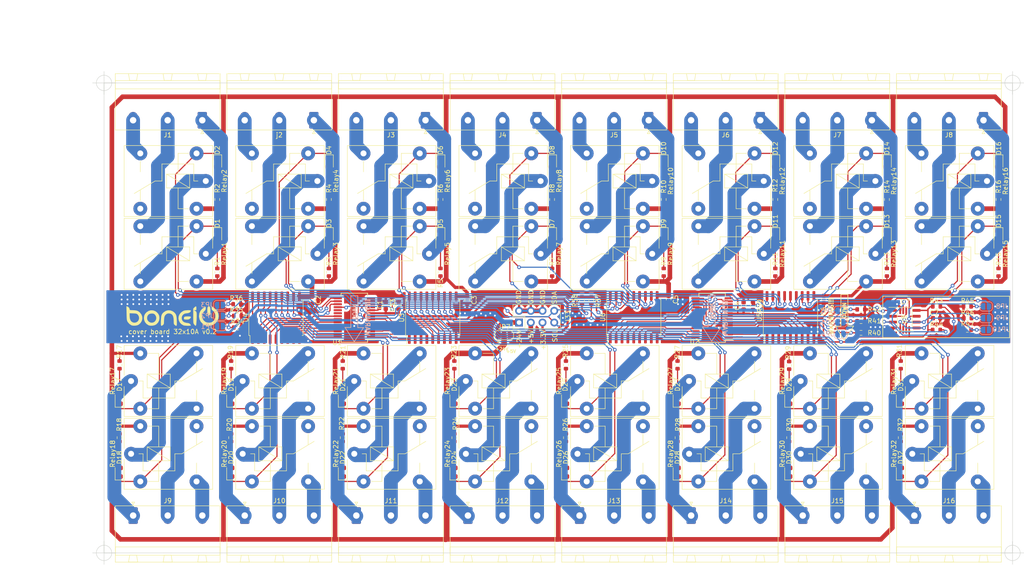
<source format=kicad_pcb>
(kicad_pcb (version 20211014) (generator pcbnew)
  (title_block (title "relay board 32x5A") (rev "0.1"))
  (layers (0 "F.Cu" signal) (31 "B.Cu" signal) (34 "B.Paste" user) (35 "F.Paste" user) (36 "B.SilkS" user "B.Silkscreen") (37 "F.SilkS" user "F.Silkscreen") (38 "B.Mask" user) (39 "F.Mask" user) (44 "Edge.Cuts" user))
  (net 0 "")
  (net 1 "GND")
  (net 2 "+3V3")
  (net 3 "SDA")
  (net 4 "SCL")
  (net 5 "RELAY1")
  (net 6 "RELAY2")
  (net 7 "RELAY3")
  (net 8 "RELAY4")
  (net 9 "RELAY5")
  (net 10 "RELAY6")
  (net 11 "RELAY7")
  (net 12 "RELAY8")
  (net 13 "+24V")
  (net 14 "+5V")
  (net 15 "Net-(U1-Pad28)")
  (net 16 "Net-(U1-Pad27)")
  (net 17 "Net-(U1-Pad26)")
  (net 18 "Net-(U1-Pad25)")
  (net 19 "Net-(U1-Pad24)")
  (net 20 "Net-(U1-Pad23)")
  (net 21 "Net-(U1-Pad22)")
  (net 22 "Net-(U1-Pad21)")
  (net 23 "/com1")
  (net 24 "Net-(U1-Pad8)")
  (net 25 "Net-(U1-Pad7)")
  (net 26 "Net-(U1-Pad6)")
  (net 27 "Net-(U1-Pad5)")
  (net 28 "Net-(U1-Pad4)")
  (net 29 "Net-(U1-Pad3)")
  (net 30 "Net-(U1-Pad2)")
  (net 31 "Net-(U1-Pad1)")
  (net 32 "RELAY9")
  (net 33 "RELAY10")
  (net 34 "RELAY11")
  (net 35 "RELAY12")
  (net 36 "RELAY13")
  (net 37 "RELAY14")
  (net 38 "RELAY15")
  (net 39 "RELAY16")
  (net 40 "RELAY24")
  (net 41 "RELAY23")
  (net 42 "RELAY22")
  (net 43 "RELAY21")
  (net 44 "RELAY20")
  (net 45 "RELAY19")
  (net 46 "RELAY18")
  (net 47 "RELAY17")
  (net 48 "RELAY25")
  (net 49 "RELAY26")
  (net 50 "RELAY27")
  (net 51 "RELAY28")
  (net 52 "RELAY29")
  (net 53 "RELAY30")
  (net 54 "RELAY31")
  (net 55 "RELAY32")
  (net 56 "VCC")
  (net 57 "Net-(JP2-Pad2)")
  (net 58 "Net-(JP3-Pad2)")
  (net 59 "Net-(JP4-Pad2)")
  (net 60 "Net-(JP5-Pad2)")
  (net 61 "Net-(JP6-Pad2)")
  (net 62 "Net-(JP8-Pad2)")
  (net 63 "Net-(JP9-Pad2)")
  (net 64 "Net-(JP10-Pad2)")
  (net 65 "Net-(JP1-Pad2)")
  (net 66 "Net-(U2-Pad28)")
  (net 67 "Net-(U2-Pad27)")
  (net 68 "Net-(U2-Pad26)")
  (net 69 "Net-(U2-Pad25)")
  (net 70 "Net-(U2-Pad24)")
  (net 71 "Net-(U2-Pad23)")
  (net 72 "Net-(U2-Pad22)")
  (net 73 "Net-(U2-Pad21)")
  (net 74 "Net-(U2-Pad8)")
  (net 75 "Net-(U2-Pad7)")
  (net 76 "Net-(U2-Pad6)")
  (net 77 "Net-(U2-Pad5)")
  (net 78 "Net-(U2-Pad4)")
  (net 79 "Net-(U2-Pad3)")
  (net 80 "Net-(U2-Pad2)")
  (net 81 "Net-(U2-Pad1)")
  (net 90 "/com8")
  (net 91 "/com9")
  (net 92 "/open9")
  (net 93 "/close8")
  (net 94 "/open8")
  (net 95 "/close7")
  (net 96 "/open7")
  (net 97 "/com7")
  (net 98 "/close9")
  (net 99 "/com10")
  (net 100 "/close10")
  (net 101 "/com11")
  (net 102 "/close1")
  (net 103 "/open1")
  (net 104 "/close2")
  (net 105 "/open2")
  (net 106 "/com2")
  (net 107 "/open11")
  (net 108 "/close11")
  (net 109 "/com12")
  (net 110 "/open12")
  (net 111 "/close3")
  (net 112 "/open3")
  (net 113 "/com3")
  (net 114 "/close12")
  (net 115 "/com13")
  (net 116 "/close4")
  (net 117 "/open4")
  (net 118 "/com4")
  (net 119 "/com5")
  (net 120 "/open5")
  (net 121 "/close5")
  (net 122 "/close6")
  (net 123 "/open6")
  (net 124 "/com6")
  (net 125 "/copen13")
  (net 126 "/close13")
  (net 127 "/com14")
  (net 128 "/open14")
  (net 129 "/close14")
  (net 130 "/com15")
  (net 131 "/open15")
  (net 132 "/close15")
  (net 133 "/com16")
  (net 134 "/open16")
  (net 135 "/close16")
  (net 136 "Net-(Relay1-Pad12)")
  (net 137 "Net-(Relay17-Pad12)")
  (net 139 "Net-(Relay19-Pad12)")
  (net 141 "Net-(Relay21-Pad12)")
  (net 144 "Net-(Relay3-Pad12)")
  (net 146 "Net-(Relay5-Pad12)")
  (net 148 "Net-(Relay7-Pad12)")
  (net 151 "Net-(Relay11-Pad12)")
  (net 153 "Net-(Relay13-Pad12)")
  (net 154 "Net-(Relay23-Pad12)")
  (net 156 "Net-(D1-Pad2)")
  (net 158 "Net-(Relay27-Pad12)")
  (net 160 "Net-(Relay29-Pad12)")
  (net 162 "Net-(Relay31-Pad12)")
  (net 165 "Net-(Relay15-Pad12)")
  (net 167 "/open10")
  (net 168 "Net-(Relay10-Pad11)")
  (net 169 "Net-(Relay25-Pad12)")
  (net 170 "Net-(R33-Pad1)")
  (net 171 "Net-(R39-Pad1)")
  (net 172 "Net-(R43-Pad2)")
  (net 173 "Net-(R44-Pad2)")
  (net 174 "Net-(D2-Pad2)")
  (net 175 "Net-(D3-Pad2)")
  (net 176 "Net-(D4-Pad2)")
  (net 177 "Net-(D5-Pad2)")
  (net 178 "Net-(D6-Pad2)")
  (net 179 "Net-(D7-Pad2)")
  (net 180 "Net-(D8-Pad2)")
  (net 181 "Net-(D9-Pad2)")
  (net 182 "Net-(D10-Pad2)")
  (net 183 "Net-(D11-Pad2)")
  (net 184 "Net-(D12-Pad2)")
  (net 185 "Net-(D13-Pad2)")
  (net 186 "Net-(D14-Pad2)")
  (net 187 "Net-(D15-Pad2)")
  (net 188 "Net-(D16-Pad2)")
  (net 189 "Net-(D17-Pad2)")
  (net 190 "Net-(D18-Pad2)")
  (net 191 "Net-(D19-Pad2)")
  (net 192 "Net-(D20-Pad2)")
  (net 193 "Net-(D21-Pad2)")
  (net 194 "Net-(D22-Pad2)")
  (net 195 "Net-(D23-Pad2)")
  (net 196 "Net-(D24-Pad2)")
  (net 197 "Net-(D25-Pad2)")
  (net 198 "Net-(D26-Pad2)")
  (net 199 "Net-(D27-Pad2)")
  (net 200 "Net-(D28-Pad2)")
  (net 201 "Net-(D29-Pad2)")
  (net 202 "Net-(D30-Pad2)")
  (net 203 "Net-(D31-Pad2)")
  (net 204 "Net-(D32-Pad2)")
  (footprint "Capacitor_SMD:C_0603_1608Metric" (layer "F.Cu") (at 349.227 308.968 -90)
    (fp_text reference "C1")
    (fp_text value "100nF")
  )
  (footprint "Capacitor_SMD:C_0603_1608Metric" (layer "F.Cu") (at 333.225 307.825 90)
    (fp_text reference "C2")
    (fp_text value "100nF")
  )
  (footprint "Capacitor_SMD:C_0603_1608Metric" (layer "F.Cu") (at 366.88 307.825 90)
    (fp_text reference "C3")
    (fp_text value "100nF")
  )
  (footprint "Capacitor_SMD:C_0603_1608Metric" (layer "F.Cu") (at 426.824 309.095 -90)
    (fp_text reference "C4")
    (fp_text value "100nF")
  )
  (footprint "Capacitor_SMD:C_0603_1608Metric" (layer "F.Cu") (at 410.568 307.698 90)
    (fp_text reference "C5")
    (fp_text value "100nF")
  )
  (footprint "Capacitor_SMD:C_0603_1608Metric" (layer "F.Cu") (at 444.223 307.698 90)
    (fp_text reference "C6")
    (fp_text value "100nF")
  )
  (footprint "Package_SO:SSOP-28_5.3x10.2mm_P0.65mm" (layer "F.Cu") (at 419.9914 311.6858 180)
    (fp_text reference "U2")
    (fp_text value "MCP23017_SS")
  )
  (footprint "Resistor_SMD:R_0603_1608Metric" (layer "F.Cu") (at 352.021 308.968 -90)
    (fp_text reference "R33")
    (fp_text value "4.7k")
  )
  (footprint "Resistor_SMD:R_0603_1608Metric" (layer "F.Cu") (at 393.804 307.952 90)
    (fp_text reference "R37")
    (fp_text value "4.7k")
  )
  (footprint "Package_SO:SOIC-18W_7.5x11.6mm_P1.27mm" (layer "F.Cu") (at 359.4124 311.6604 90)
    (fp_text reference "U3")
    (fp_text value "ULN2803A")
  )
  (footprint "Package_SO:SOIC-18W_7.5x11.6mm_P1.27mm" (layer "F.Cu") (at 325.4272 311.6604 90)
    (fp_text reference "U4")
    (fp_text value "ULN2803A")
  )
  (footprint "Package_SO:SOIC-18W_7.5x11.6mm_P1.27mm" (layer "F.Cu") (at 436.984 311.5588 90)
    (fp_text reference "U5")
    (fp_text value "ULN2803A")
  )
  (footprint "Package_SO:SOIC-18W_7.5x11.6mm_P1.27mm" (layer "F.Cu") (at 402.9988 311.5588 90)
    (fp_text reference "U6")
    (fp_text value "ULN2803A")
  )
  (footprint "Connector_Phoenix_GMSTB:PhoenixContact_GMSTBA_2,5_3-G_1x03_P7.50mm_Horizontal" (layer "F.Cu") (at 318.65 354.6)
    (fp_text reference "J10")
    (fp_text value "Screw_Terminal_01x03")
  )
  (footprint "Resistor_SMD:R_0603_1608Metric" (layer "F.Cu") (at 428.856 309.095 -90)
    (fp_text reference "R39")
    (fp_text value "4.7k")
  )
  (footprint "boneIO_LOGO:boneIO_LOGO" (layer "F.Cu") (at 303 311.3)
    (fp_text reference "G***" hide)
    (fp_text value "LOGO" hide)
  )
  (footprint "Connector_PinHeader_2.54mm:PinHeader_2x04_P2.54mm_Vertical" (layer "F.Cu") (at 378.14 312.708 90)
    (fp_text reference "J33")
    (fp_text value "Conn_02x04_Odd_Even")
  )
  (footprint "Package_SO:SSOP-28_5.3x10.2mm_P0.65mm" (layer "F.Cu") (at 342.42 311.663 180)
    (fp_text reference "U1")
    (fp_text value "MCP23017_SS")
  )
  (footprint "Package_SO:SO-8_3.9x4.9mm_P1.27mm" (layer "F.Cu") (at 461.763 311.977)
    (fp_text reference "U7")
    (fp_text value "MCP9808_SO8")
  )
  (footprint "Package_SO:MSOP-8_3x3mm_P0.65mm" (layer "F.Cu") (at 461.763 312.1795 -90)
    (fp_text reference "U8")
    (fp_text value "MCP9808_MSOP")
  )
  (footprint "Capacitor_SMD:C_0603_1608Metric" (layer "F.Cu") (at 468.665 311.762)
    (fp_text reference "C7")
    (fp_text value "100n")
  )
  (footprint "Connector_Phoenix_GMSTB:PhoenixContact_GMSTBA_2,5_3-G_1x03_P7.50mm_Horizontal" (layer "F.Cu") (at 294.45 354.6)
    (fp_text reference "J9")
    (fp_text value "Screw_Terminal_01x03")
  )
  (footprint "Resistor_SMD:R_0603_1608Metric" (layer "F.Cu") (at 452.286 314.942)
    (fp_text reference "R40")
    (fp_text value "10k")
  )
  (footprint "Resistor_SMD:R_0603_1608Metric" (layer "F.Cu") (at 452.286 312.402)
    (fp_text reference "R41")
    (fp_text value "10k")
  )
  (footprint "Resistor_SMD:R_0603_1608Metric" (layer "F.Cu") (at 452.286 309.862)
    (fp_text reference "R42")
    (fp_text value "10k")
  )
  (footprint "Resistor_SMD:R_0603_1608Metric" (layer "F.Cu") (at 391.772 307.952 90)
    (fp_text reference "R38")
    (fp_text value "4.7k")
  )
  (footprint "Resistor_SMD:R_0603_1608Metric" (layer "F.Cu") (at 475.338 309.222 180)
    (fp_text reference "R45")
    (fp_text value "10k")
  )
  (footprint "Resistor_SMD:R_0603_1608Metric" (layer "F.Cu") (at 475.401 311.762 180)
    (fp_text reference "R46")
    (fp_text value "10k")
  )
  (footprint "Resistor_SMD:R_0603_1608Metric" (layer "F.Cu") (at 475.338 314.302 180)
    (fp_text reference "R47")
    (fp_text value "10k")
  )
  (footprint "Resistor_SMD:R_0603_1608Metric" (layer "F.Cu") (at 468.64 314.302)
    (fp_text reference "R44")
    (fp_text value "4.7k")
  )
  (footprint "Resistor_SMD:R_0603_1608Metric" (layer "F.Cu") (at 317.096 313.794)
    (fp_text reference "R34")
    (fp_text value "10k")
  )
  (footprint "Resistor_SMD:R_0603_1608Metric" (layer "F.Cu") (at 317.096 311.254)
    (fp_text reference "R35")
    (fp_text value "10k")
  )
  (footprint "Resistor_SMD:R_0603_1608Metric" (layer "F.Cu") (at 316.969 308.714)
    (fp_text reference "R36")
    (fp_text value "10k")
  )
  (footprint "Resistor_SMD:R_0603_1608Metric" (layer "F.Cu") (at 468.673 309.222)
    (fp_text reference "R43")
    (fp_text value "4.7k")
  )
  (footprint "Relay_THT:Relay_SPDT_Finder_36.11" (layer "F.Cu") (at 294 325.4)
    (fp_text reference "Relay17")
    (fp_text value "FINDER-36.11")
  )
  (footprint "Relay_THT:Relay_SPDT_Finder_36.11" (layer "F.Cu") (at 294 341.2)
    (fp_text reference "Relay18")
    (fp_text value "FINDER-36.11")
  )
  (footprint "Relay_THT:Relay_SPDT_Finder_36.11" (layer "F.Cu") (at 342.4 325.4)
    (fp_text reference "Relay21")
    (fp_text value "FINDER-36.11")
  )
  (footprint "Relay_THT:Relay_SPDT_Finder_36.11" (layer "F.Cu") (at 342.4 341.2)
    (fp_text reference "Relay22")
    (fp_text value "FINDER-36.11")
  )
  (footprint "Connector_Phoenix_GMSTB:PhoenixContact_GMSTBA_2,5_3-G_1x03_P7.50mm_Horizontal" (layer "F.Cu") (at 342.85 354.6)
    (fp_text reference "J11")
    (fp_text value "Screw_Terminal_01x03")
  )
  (footprint "Connector_Phoenix_GMSTB:PhoenixContact_GMSTBA_2,5_3-G_1x03_P7.50mm_Horizontal" (layer "F.Cu") (at 367.05 354.6)
    (fp_text reference "J12")
    (fp_text value "Screw_Terminal_01x03")
  )
  (footprint "Connector_Phoenix_GMSTB:PhoenixContact_GMSTBA_2,5_3-G_1x03_P7.50mm_Horizontal" (layer "F.Cu") (at 391.25 354.6)
    (fp_text reference "J13")
    (fp_text value "Screw_Terminal_01x03")
  )
  (footprint "Connector_Phoenix_GMSTB:PhoenixContact_GMSTBA_2,5_3-G_1x03_P7.50mm_Horizontal" (layer "F.Cu") (at 415.45 354.6)
    (fp_text reference "J14")
    (fp_text value "Screw_Terminal_01x03")
  )
  (footprint "Relay_THT:Relay_SPDT_Finder_36.11" (layer "F.Cu") (at 366.6 325.4)
    (fp_text reference "Relay23")
    (fp_text value "FINDER-36.11")
  )
  (footprint "Relay_THT:Relay_SPDT_Finder_36.11" (layer "F.Cu") (at 366.6 341.2)
    (fp_text reference "Relay24")
    (fp_text value "FINDER-36.11")
  )
  (footprint "Relay_THT:Relay_SPDT_Finder_36.11" (layer "F.Cu") (at 390.8 325.4)
    (fp_text reference "Relay25")
    (fp_text value "FINDER-36.11")
  )
  (footprint "Relay_THT:Relay_SPDT_Finder_36.11" (layer "F.Cu") (at 390.8 341.2)
    (fp_text reference "Relay26")
    (fp_text value "FINDER-36.11")
  )
  (footprint "Relay_THT:Relay_SPDT_Finder_36.11" (layer "F.Cu") (at 415 325.4)
    (fp_text reference "Relay27")
    (fp_text value "FINDER-36.11")
  )
  (footprint "Relay_THT:Relay_SPDT_Finder_36.11" (layer "F.Cu") (at 415 341.2)
    (fp_text reference "Relay28")
    (fp_text value "FINDER-36.11")
  )
  (footprint "Relay_THT:Relay_SPDT_Finder_36.11" (layer "F.Cu") (at 318.2 325.4)
    (fp_text reference "Relay19")
    (fp_text value "FINDER-36.11")
  )
  (footprint "Relay_THT:Relay_SPDT_Finder_36.11" (layer "F.Cu") (at 318.2 341.2)
    (fp_text reference "Relay20")
    (fp_text value "FINDER-36.11")
  )
  (footprint "Connector_Phoenix_GMSTB:PhoenixContact_GMSTBA_2,5_3-G_1x03_P7.50mm_Horizontal" (layer "F.Cu") (at 463.85 354.6)
    (fp_text reference "J16")
    (fp_text value "Screw_Terminal_01x03")
  )
  (footprint "Relay_THT:Relay_SPDT_Finder_36.11" (layer "F.Cu") (at 439.2 325.4)
    (fp_text reference "Relay29")
    (fp_text value "FINDER-36.11")
  )
  (footprint "Relay_THT:Relay_SPDT_Finder_36.11" (layer "F.Cu") (at 439.2 341.2)
    (fp_text reference "Relay30")
    (fp_text value "FINDER-36.11")
  )
  (footprint "Relay_THT:Relay_SPDT_Finder_36.11" (layer "F.Cu") (at 463.4 325.4)
    (fp_text reference "Relay31")
    (fp_text value "FINDER-36.11")
  )
  (footprint "Relay_THT:Relay_SPDT_Finder_36.11" (layer "F.Cu") (at 463.4 341.2)
    (fp_text reference "Relay32")
    (fp_text value "FINDER-36.11")
  )
  (footprint "Connector_Phoenix_GMSTB:PhoenixContact_GMSTBA_2,5_3-G_1x03_P7.50mm_Horizontal" (layer "F.Cu") (at 439.65 354.6)
    (fp_text reference "J15")
    (fp_text value "Screw_Terminal_01x03")
  )
  (footprint "Connector_Phoenix_GMSTB:PhoenixContact_GMSTBA_2,5_3-G_1x03_P7.50mm_Horizontal" (layer "F.Cu") (at 309.44 268.808 180)
    (fp_text reference "J1")
    (fp_text value "Screw_Terminal_01x03")
  )
  (footprint "Connector_Phoenix_GMSTB:PhoenixContact_GMSTBA_2,5_3-G_1x03_P7.50mm_Horizontal" (layer "F.Cu") (at 333.64 268.808 180)
    (fp_text reference "j2")
    (fp_text value "Screw_Terminal_01x03")
  )
  (footprint "Connector_Phoenix_GMSTB:PhoenixContact_GMSTBA_2,5_3-G_1x03_P7.50mm_Horizontal" (layer "F.Cu") (at 357.84 268.808 180)
    (fp_text reference "J3")
    (fp_text value "Screw_Terminal_01x03")
  )
  (footprint "Connector_Phoenix_GMSTB:PhoenixContact_GMSTBA_2,5_3-G_1x03_P7.50mm_Horizontal" (layer "F.Cu") (at 382.04 268.8172 180)
    (fp_text reference "J4")
    (fp_text value "Screw_Terminal_01x03")
  )
  (footprint "Connector_Phoenix_GMSTB:PhoenixContact_GMSTBA_2,5_3-G_1x03_P7.50mm_Horizontal" (layer "F.Cu") (at 406.24 268.808 180)
    (fp_text reference "J5")
    (fp_text value "Screw_Terminal_01x03")
  )
  (footprint "Connector_Phoenix_GMSTB:PhoenixContact_GMSTBA_2,5_3-G_1x03_P7.50mm_Horizontal" (layer "F.Cu") (at 430.44 268.808 180)
    (fp_text reference "J6")
    (fp_text value "Screw_Terminal_01x03")
  )
  (footprint "Relay_THT:Relay_SPDT_Finder_36.11" (layer "F.Cu") (at 310.2 297.8 180)
    (fp_text reference "Relay1")
    (fp_text value "FINDER-36.11")
  )
  (footprint "Relay_THT:Relay_SPDT_Finder_36.11" (layer "F.Cu") (at 310.2 282 180)
    (fp_text reference "Relay2")
    (fp_text value "FINDER-36.11")
  )
  (footprint "Relay_THT:Relay_SPDT_Finder_36.11" (layer "F.Cu") (at 334.4 297.8 180)
    (fp_text reference "Relay3")
    (fp_text value "FINDER-36.11")
  )
  (footprint "Relay_THT:Relay_SPDT_Finder_36.11" (layer "F.Cu") (at 334.4 282 180)
    (fp_text reference "Relay4")
    (fp_text value "FINDER-36.11")
  )
  (footprint "Relay_THT:Relay_SPDT_Finder_36.11" (layer "F.Cu") (at 358.6 297.8 180)
    (fp_text reference "Relay5")
    (fp_text value "FINDER-36.11")
  )
  (footprint "Relay_THT:Relay_SPDT_Finder_36.11" (layer "F.Cu") (at 358.6 282 180)
    (fp_text reference "Relay6")
    (fp_text value "FINDER-36.11")
  )
  (footprint "Relay_THT:Relay_SPDT_Finder_36.11" (layer "F.Cu") (at 382.8 297.8 180)
    (fp_text reference "Relay7")
    (fp_text value "FINDER-36.11")
  )
  (footprint "Relay_THT:Relay_SPDT_Finder_36.11" (layer "F.Cu") (at 382.8 282 180)
    (fp_text reference "Relay8")
    (fp_text value "FINDER-36.11")
  )
  (footprint "Relay_THT:Relay_SPDT_Finder_36.11" (layer "F.Cu") (at 407 297.8 180)
    (fp_text reference "Relay9")
    (fp_text value "FINDER-36.11")
  )
  (footprint "Relay_THT:Relay_SPDT_Finder_36.11" (layer "F.Cu") (at 407 282 180)
    (fp_text reference "Relay10")
    (fp_text value "FINDER-36.11")
  )
  (footprint "Relay_THT:Relay_SPDT_Finder_36.11" (layer "F.Cu") (at 431.2 282 180)
    (fp_text reference "Relay12")
    (fp_text value "FINDER-36.11")
  )
  (footprint "Relay_THT:Relay_SPDT_Finder_36.11" (layer "F.Cu") (at 455.4 297.8 180)
    (fp_text reference "Relay13")
    (fp_text value "FINDER-36.11")
  )
  (footprint "Relay_THT:Relay_SPDT_Finder_36.11" (layer "F.Cu") (at 455.4 282 180)
    (fp_text reference "Relay14")
    (fp_text value "FINDER-36.11")
  )
  (footprint "Relay_THT:Relay_SPDT_Finder_36.11" (layer "F.Cu") (at 479.6 297.8 180)
    (fp_text reference "Relay15")
    (fp_text value "FINDER-36.11")
  )
  (footprint "Relay_THT:Relay_SPDT_Finder_36.11" (layer "F.Cu") (at 479.6 282 180)
    (fp_text reference "Relay16")
    (fp_text value "FINDER-36.11")
  )
  (footprint "Relay_THT:Relay_SPDT_Finder_36.11" (layer "F.Cu") (at 431.2 297.8 180)
    (fp_text reference "Relay11")
    (fp_text value "FINDER-36.11")
  )
  (footprint "Connector_Phoenix_GMSTB:PhoenixContact_GMSTBA_2,5_3-G_1x03_P7.50mm_Horizontal" (layer "F.Cu") (at 454.64 268.808 180)
    (fp_text reference "J7")
    (fp_text value "Screw_Terminal_01x03")
  )
  (footprint "LED_SMD:LED_0805_2012Metric" (layer "F.Cu") (at 412.5 329.4 90)
    (fp_text reference "D27")
    (fp_text value "LED")
  )
  (footprint "LED_SMD:LED_0805_2012Metric" (layer "F.Cu") (at 388.3 345.2 90)
    (fp_text reference "D26")
    (fp_text value "LED")
  )
  (footprint "Resistor_SMD:R_0603_1608Metric" (layer "F.Cu") (at 361.1 286 90)
    (fp_text reference "R6")
    (fp_text value "4.7k")
  )
  (footprint "LED_SMD:LED_0805_2012Metric" (layer "F.Cu") (at 361.1 293.8 -90)
    (fp_text reference "D5")
    (fp_text value "LED")
  )
  (footprint "Resistor_SMD:R_0603_1608Metric" (layer "F.Cu") (at 482.1 286 90)
    (fp_text reference "R16")
    (fp_text value "4.7k")
  )
  (footprint "LED_SMD:LED_0805_2012Metric" (layer "F.Cu") (at 336.9 278 -90)
    (fp_text reference "D4")
    (fp_text value "LED")
  )
  (footprint "Resistor_SMD:R_0603_1608Metric" (layer "F.Cu") (at 361.1 301.8 90)
    (fp_text reference "R5")
    (fp_text value "4.7k")
  )
  (footprint "LED_SMD:LED_0805_2012Metric" (layer "F.Cu") (at 436.7 345.2 90)
    (fp_text reference "D30")
    (fp_text value "LED")
  )
  (footprint "Resistor_SMD:R_0603_1608Metric" (layer "F.Cu") (at 433.7 301.8 90)
    (fp_text reference "R11")
    (fp_text value "4.7k")
  )
  (footprint "Resistor_SMD:R_0603_1608Metric" (layer "F.Cu") (at 388.3 321.9 -90)
    (fp_text reference "R25")
    (fp_text value "4.7k")
  )
  (footprint "Jumper:SolderJumper-3_P1.3mm_Bridged12_RoundedPad1.0x1.5mm" (layer "F.Cu") (at 374.89 315.458)
    (fp_text reference "JP7")
    (fp_text value "SolderJumper_3_Open")
  )
  (footprint "Resistor_SMD:R_0603_1608Metric" (layer "F.Cu") (at 460.9 337.7 -90)
    (fp_text reference "R32")
    (fp_text value "4.7k")
  )
  (footprint "Resistor_SMD:R_0603_1608Metric" (layer "F.Cu") (at 312.7 286 90)
    (fp_text reference "R2")
    (fp_text value "4.7k")
  )
  (footprint "LED_SMD:LED_0805_2012Metric" (layer "F.Cu") (at 436.7 329.4 90)
    (fp_text reference "D29")
    (fp_text value "LED")
  )
  (footprint "LED_SMD:LED_0805_2012Metric" (layer "F.Cu") (at 457.9 278 -90)
    (fp_text reference "D14")
    (fp_text value "LED")
  )
  (footprint "LED_SMD:LED_0805_2012Metric" (layer "F.Cu") (at 291.5 345.2 90)
    (fp_text reference "D18")
    (fp_text value "LED")
  )
  (footprint "LED_SMD:LED_0805_2012Metric" (layer "F.Cu") (at 388.3 329.4 90)
    (fp_text reference "D25")
    (fp_text value "LED")
  )
  (footprint "LED_SMD:LED_0805_2012Metric" (layer "F.Cu") (at 460.9 329.4 90)
    (fp_text reference "D31")
    (fp_text value "LED")
  )
  (footprint "LED_SMD:LED_0805_2012Metric" (layer "F.Cu") (at 385.3 293.8 -90)
    (fp_text reference "D7")
    (fp_text value "LED")
  )
  (footprint "LED_SMD:LED_0805_2012Metric" (layer "F.Cu") (at 361.1 278 -90)
    (fp_text reference "D6")
    (fp_text value "LED")
  )
  (footprint "Resistor_SMD:R_0603_1608Metric" (layer "F.Cu") (at 315.7 337.7 -90)
    (fp_text reference "R20")
    (fp_text value "4.7k")
  )
  (footprint "LED_SMD:LED_0805_2012Metric" (layer "F.Cu") (at 336.9 293.8 -90)
    (fp_text reference "D3")
    (fp_text value "LED")
  )
  (footprint "Resistor_SMD:R_0603_1608Metric" (layer "F.Cu") (at 364.1 337.7 -90)
    (fp_text reference "R24")
    (fp_text value "4.7k")
  )
  (footprint "LED_SMD:LED_0805_2012Metric" (layer "F.Cu") (at 315.7 329.4 90)
    (fp_text reference "D19")
    (fp_text value "LED")
  )
  (footprint "LED_SMD:LED_0805_2012Metric" (layer "F.Cu") (at 339.9 345.2 90)
    (fp_text reference "D22")
    (fp_text value "LED")
  )
  (footprint "LED_SMD:LED_0805_2012Metric" (layer "F.Cu") (at 433.7 293.8 -90)
    (fp_text reference "D11")
    (fp_text value "LED")
  )
  (footprint "LED_SMD:LED_0805_2012Metric" (layer "F.Cu") (at 457.9 293.8 -90)
    (fp_text reference "D13")
    (fp_text value "LED")
  )
  (footprint "LED_SMD:LED_0805_2012Metric" (layer "F.Cu") (at 482.1 278 -90)
    (fp_text reference "D16")
    (fp_text value "LED")
  )
  (footprint "Resistor_SMD:R_0603_1608Metric" (layer "F.Cu") (at 339.9 321.9 -90)
    (fp_text reference "R21")
    (fp_text value "4.7k")
  )
  (footprint "Resistor_SMD:R_0603_1608Metric" (layer "F.Cu") (at 339.9 337.7 -90)
    (fp_text reference "R22")
    (fp_text value "4.7k")
  )
  (footprint "Resistor_SMD:R_0603_1608Metric" (layer "F.Cu") (at 457.9 301.8 90)
    (fp_text reference "R13")
    (fp_text value "4.7k")
  )
  (footprint "Connector_Phoenix_GMSTB:PhoenixContact_GMSTBA_2,5_3-G_1x03_P7.50mm_Horizontal" (layer "F.Cu") (at 478.84 268.808 180)
    (fp_text reference "J8")
    (fp_text value "Screw_Terminal_01x03")
  )
  (footprint "LED_SMD:LED_0805_2012Metric" (layer "F.Cu") (at 312.7 293.8 -90)
    (fp_text reference "D1")
    (fp_text value "LED")
  )
  (footprint "Resistor_SMD:R_0603_1608Metric" (layer "F.Cu") (at 457.9 286 90)
    (fp_text reference "R14")
    (fp_text value "4.7k")
  )
  (footprint "Resistor_SMD:R_0603_1608Metric" (layer "F.Cu") (at 436.7 337.7 -90)
    (fp_text reference "R30")
    (fp_text value "4.7k")
  )
  (footprint "LED_SMD:LED_0805_2012Metric" (layer "F.Cu") (at 482.1 293.8 -90)
    (fp_text reference "D15")
    (fp_text value "LED")
  )
  (footprint "Resistor_SMD:R_0603_1608Metric" (layer "F.Cu") (at 291.5 321.9 -90)
    (fp_text reference "R17")
    (fp_text value "4.7k")
  )
  (footprint "LED_SMD:LED_0805_2012Metric" (layer "F.Cu") (at 339.9 329.4 90)
    (fp_text reference "D21")
    (fp_text value "LED")
  )
  (footprint "LED_SMD:LED_0805_2012Metric" (layer "F.Cu") (at 412.5 345.2 90)
    (fp_text reference "D28")
    (fp_text value "LED")
  )
  (footprint "LED_SMD:LED_0805_2012Metric" (layer "F.Cu") (at 312.7 278 -90)
    (fp_text reference "D2")
    (fp_text value "LED")
  )
  (footprint "Resistor_SMD:R_0603_1608Metric" (layer "F.Cu") (at 291.5 337.7 -90)
    (fp_text reference "R18")
    (fp_text value "4.7k")
  )
  (footprint "Resistor_SMD:R_0603_1608Metric" (layer "F.Cu") (at 409.5 286 90)
    (fp_text reference "R10")
    (fp_text value "4.7k")
  )
  (footprint "Resistor_SMD:R_0603_1608Metric" (layer "F.Cu") (at 433.7 286 90)
    (fp_text reference "R12")
    (fp_text value "4.7k")
  )
  (footprint "Resistor_SMD:R_0603_1608Metric" (layer "F.Cu") (at 312.7 301.8 90)
    (fp_text reference "R1")
    (fp_text value "4.7k")
  )
  (footprint "Resistor_SMD:R_0603_1608Metric" (layer "F.Cu") (at 412.5 321.9 -90)
    (fp_text reference "R27")
    (fp_text value "4.7k")
  )
  (footprint "Resistor_SMD:R_0603_1608Metric" (layer "F.Cu") (at 388.3 337.7 -90)
    (fp_text reference "R26")
    (fp_text value "4.7k")
  )
  (footprint "Resistor_SMD:R_0603_1608Metric" (layer "F.Cu") (at 315.7 321.9 -90)
    (fp_text reference "R19")
    (fp_text value "4.7k")
  )
  (footprint "LED_SMD:LED_0805_2012Metric" (layer "F.Cu") (at 460.9 345.2 90)
    (fp_text reference "D32")
    (fp_text value "LED")
  )
  (footprint "LED_SMD:LED_0805_2012Metric" (layer "F.Cu") (at 409.5 278 -90)
    (fp_text reference "D10")
    (fp_text value "LED")
  )
  (footprint "Resistor_SMD:R_0603_1608Metric" (layer "F.Cu") (at 336.9 286 90)
    (fp_text reference "R4")
    (fp_text value "4.7k")
  )
  (footprint "LED_SMD:LED_0805_2012Metric" (layer "F.Cu") (at 315.7 345.2 90)
    (fp_text reference "D20")
    (fp_text value "LED")
  )
  (footprint "LED_SMD:LED_0805_2012Metric" (layer "F.Cu") (at 433.7 278 -90)
    (fp_text reference "D12")
    (fp_text value "LED")
  )
  (footprint "Resistor_SMD:R_0603_1608Metric" (layer "F.Cu") (at 482.1 301.8 90)
    (fp_text reference "R15")
    (fp_text value "4.7k")
  )
  (footprint "LED_SMD:LED_0805_2012Metric" (layer "F.Cu") (at 385.3 278 -90)
    (fp_text reference "D8")
    (fp_text value "LED")
  )
  (footprint "Resistor_SMD:R_0603_1608Metric" (layer "F.Cu") (at 385.3 286 90)
    (fp_text reference "R8")
    (fp_text value "4.7k")
  )
  (footprint "Resistor_SMD:R_0603_1608Metric" (layer "F.Cu") (at 336.9 301.8 90)
    (fp_text reference "R3")
    (fp_text value "4.7k")
  )
  (footprint "LED_SMD:LED_0805_2012Metric" (layer "F.Cu") (at 364.1 345.2 90)
    (fp_text reference "D24")
    (fp_text value "LED")
  )
  (footprint "Resistor_SMD:R_0603_1608Metric" (layer "F.Cu") (at 436.7 322 -90)
    (fp_text reference "R29")
    (fp_text value "4.7k")
  )
  (footprint "Resistor_SMD:R_0603_1608Metric" (layer "F.Cu") (at 385.3 301.8 90)
    (fp_text reference "R7")
    (fp_text value "4.7k")
  )
  (footprint "Resistor_SMD:R_0603_1608Metric" (layer "F.Cu") (at 460.9 321.9 -90)
    (fp_text reference "R31")
    (fp_text value "4.7k")
  )
  (footprint "LED_SMD:LED_0805_2012Metric" (layer "F.Cu") (at 409.5 293.8 -90)
    (fp_text reference "D9")
    (fp_text value "LED")
  )
  (footprint "Resistor_SMD:R_0603_1608Metric" (layer "F.Cu") (at 409.5 301.8 90)
    (fp_text reference "R9")
    (fp_text value "4.7k")
  )
  (footprint "Resistor_SMD:R_0603_1608Metric" (layer "F.Cu") (at 412.5 337.7 -90)
    (fp_text reference "R28")
    (fp_text value "4.7k")
  )
  (footprint "Resistor_SMD:R_0603_1608Metric" (layer "F.Cu") (at 364.1 321.9 -90)
    (fp_text reference "R23")
    (fp_text value "4.7k")
  )
  (footprint "LED_SMD:LED_0805_2012Metric" (layer "F.Cu") (at 364.1 329.4 90)
    (fp_text reference "D23")
    (fp_text value "LED")
  )
  (footprint "LED_SMD:LED_0805_2012Metric" (layer "F.Cu") (at 291.5 329.4 90)
    (fp_text reference "D17")
    (fp_text value "LED")
  )
  (footprint "Jumper:SolderJumper-2_P1.3mm_Open_RoundedPad1.0x1.5mm" (layer "B.Cu") (at 313.28 313.498)
    (fp_text reference "JP1")
    (fp_text value "NO_Small")
  )
  (footprint "Jumper:SolderJumper-2_P1.3mm_Open_RoundedPad1.0x1.5mm" (layer "B.Cu") (at 313.286 311.254)
    (fp_text reference "JP2")
    (fp_text value "NO_Small")
  )
  (footprint "Jumper:SolderJumper-2_P1.3mm_Open_RoundedPad1.0x1.5mm" (layer "B.Cu") (at 313.28 308.918)
    (fp_text reference "JP3")
    (fp_text value "NO_Small")
  )
  (footprint "Jumper:SolderJumper-2_P1.3mm_Open_RoundedPad1.0x1.5mm" (layer "B.Cu") (at 447.836 310.132)
    (fp_text reference "JP6")
    (fp_text value "NO_Small")
  )
  (footprint "Jumper:SolderJumper-2_P1.3mm_Open_RoundedPad1.0x1.5mm" (layer "B.Cu") (at 479.402 309.222 180)
    (fp_text reference "JP8")
    (fp_text value "NO_Small")
  )
  (footprint "Jumper:SolderJumper-2_P1.3mm_Open_RoundedPad1.0x1.5mm" (layer "B.Cu") (at 479.402 311.762 180)
    (fp_text reference "JP9")
    (fp_text value "NO_Small")
  )
  (footprint "Jumper:SolderJumper-2_P1.3mm_Open_RoundedPad1.0x1.5mm" (layer "B.Cu") (at 479.402 314.302 180)
    (fp_text reference "JP10")
    (fp_text value "NO_Small")
  )
  (footprint "Jumper:SolderJumper-2_P1.3mm_Open_RoundedPad1.0x1.5mm" (layer "B.Cu") (at 447.836 312.672)
    (fp_text reference "JP5")
    (fp_text value "NO_Small")
  )
  (footprint "Jumper:SolderJumper-2_P1.3mm_Open_RoundedPad1.0x1.5mm" (layer "B.Cu") (at 447.836 315.212)
    (fp_text reference "JP4")
    (fp_text value "NO_Small")
  )
  (gr_line (start 342.4 316.868) (end 340.4 313.778) (layer "B.SilkS") (width 0.15))
  (gr_line (start 341.65 306.918) (end 341.65 313.778) (layer "B.SilkS") (width 0.15))
  (gr_line (start 344.41 313.808) (end 342.4 316.868) (layer "B.SilkS") (width 0.15))
  (gr_line (start 343.16 306.918) (end 341.65 306.918) (layer "B.SilkS") (width 0.15))
  (gr_line (start 343.16 313.808) (end 344.41 313.808) (layer "B.SilkS") (width 0.15))
  (gr_line (start 340.4 313.778) (end 341.65 313.778) (layer "B.SilkS") (width 0.15))
  (gr_line (start 343.16 306.928) (end 343.16 313.788) (layer "B.SilkS") (width 0.15))
  (gr_line (start 420.66 306.818) (end 420.66 313.678) (layer "B.SilkS") (width 0.15))
  (gr_line (start 419.9 316.758) (end 417.9 313.668) (layer "B.SilkS") (width 0.15))
  (gr_line (start 419.15 306.808) (end 419.15 313.668) (layer "B.SilkS") (width 0.15))
  (gr_line (start 420.66 313.698) (end 421.91 313.698) (layer "B.SilkS") (width 0.15))
  (gr_line (start 417.9 313.668) (end 419.15 313.668) (layer "B.SilkS") (width 0.15))
  (gr_line (start 421.91 313.698) (end 419.9 316.758) (layer "B.SilkS") (width 0.15))
  (gr_line (start 420.66 306.808) (end 419.15 306.808) (layer "B.SilkS") (width 0.15))
  (gr_line (start 484.5 316) (end 457 316) (layer "F.SilkS") (width 0.15))
  (gr_line (start 484.5 307) (end 484.5 316) (layer "F.SilkS") (width 0.15))
  (gr_line (start 457 307) (end 457 316) (layer "F.SilkS") (width 0.15))
  (gr_line (start 450.68 313.478) (end 449.43 313.478) (layer "F.SilkS") (width 0.15))
  (gr_line (start 449.43 306.618) (end 449.43 313.478) (layer "F.SilkS") (width 0.15))
  (gr_line (start 447.92 313.508) (end 446.67 313.508) (layer "F.SilkS") (width 0.15))
  (gr_line (start 484.5 307) (end 457 307) (layer "F.SilkS") (width 0.15))
  (gr_line (start 447.92 306.618) (end 449.43 306.618) (layer "F.SilkS") (width 0.15))
  (gr_line (start 448.68 316.568) (end 450.68 313.478) (layer "F.SilkS") (width 0.15))
  (gr_line (start 446.67 313.508) (end 448.68 316.568) (layer "F.SilkS") (width 0.15))
  (gr_line (start 447.92 306.628) (end 447.92 313.488) (layer "F.SilkS") (width 0.15))
  (gr_line (start 485.14 362.708) (end 288.14 362.708) (layer "Edge.Cuts") (width 0.1))
  (gr_line (start 288.14 260.708) (end 485.14 260.708) (layer "Edge.Cuts") (width 0.1))
  (gr_line (start 485.14 260.708) (end 485.14 362.708) (layer "Edge.Cuts") (width 0.1))
  (gr_line (start 288.14 260.708) (end 288.14 362.708) (layer "Edge.Cuts") (width 0.1))
  (gr_text "WARNING!!! " (at 345.27 311.248 270) (layer "B.SilkS") (effects (font (size 1 1) (thickness 0.2)) (justify mirror)))
  (gr_text "DOWN\n" (at 342.39 310.378 270) (layer "B.SilkS") (effects (font (size 0.8 0.8) (thickness 0.2)) (justify mirror)))
  (gr_text "DOWN\n" (at 419.89 310.268 -90) (layer "B.SilkS") (effects (font (size 0.8 0.8) (thickness 0.2)) (justify mirror)))
  (gr_text "WARNING!!! " (at 422.77 311.138 270) (layer "B.SilkS") (effects (font (size 1 1) (thickness 0.2)) (justify mirror)))
  (gr_text "GND" (at 383.263 307.19 90) (layer "F.SilkS") (effects (font (size 1 1))))
  (gr_text "SDA" (at 385.803 307.317 90) (layer "F.SilkS") (effects (font (size 1 1))))
  (gr_text "+3.3V" (at 383.39 316.461 90) (layer "F.SilkS") (effects (font (size 1 1))))
  (gr_text "GND\n" (at 378.056 307.19 90) (layer "F.SilkS") (effects (font (size 1 1))))
  (gr_text "DOWN" (at 448.69 310.078 90) (layer "F.SilkS") (effects (font (size 0.8 0.8) (thickness 0.2))))
  (gr_text "cover board 32x10A v0.2" (at 303 314.7) (layer "F.SilkS") (effects (font (size 1 1))))
  (gr_text "SCL" (at 385.93 315.572 90) (layer "F.SilkS") (effects (font (size 1 1))))
  (gr_text "GND" (at 380.723 307.19 90) (layer "F.SilkS") (effects (font (size 1 1))))
  (gr_text "+5V" (at 376.39 318.958) (layer "F.SilkS") (effects (font (size 0.7 0.7))))
  (gr_text "WARNING!!! " (at 445.81 310.948 90) (layer "F.SilkS") (effects (font (size 1 1) (thickness 0.2))))
  (gr_text "+24V" (at 378.183 316.334 90) (layer "F.SilkS") (effects (font (size 1 1))))
  (gr_text "+5V" (at 380.723 315.826 90) (layer "F.SilkS") (effects (font (size 1 1))))
  (gr_text "+24V" (at 374.39 318.458) (layer "F.SilkS") (effects (font (size 0.7 0.7))))
  (target plus (at 288.14 362.708) (size 5) (width 0.1) (layer "Edge.Cuts"))
  (target plus (at 485.14 260.708) (size 5) (width 0.1) (layer "Edge.Cuts"))
  (target plus (at 288.14 260.708) (size 5) (width 0.1) (layer "Edge.Cuts"))
  (target plus (at 485.14 362.708) (size 5) (width 0.1) (layer "Edge.Cuts"))
  (segment (start 353.37 310.475911) (end 354.254489 311.3604) (width 0.5) (layer "F.Cu") (net 1))
  (segment (start 460.788 309.404) (end 460.098 308.714) (width 0.5) (layer "F.Cu") (net 1))
  (segment (start 364.7376 311.3604) (end 365.38 310.718) (width 0.5) (layer "F.Cu") (net 1))
  (segment (start 423.5914 310.0608) (end 422.1752 310.0608) (width 0.25) (layer "F.Cu") (net 1))
  (segment (start 348.3635 308.1805) (end 349.227 308.1805) (width 0.25) (layer "F.Cu") (net 1))
  (segment (start 380.68 310.168) (end 378.14 310.168) (width 1) (layer "F.Cu") (net 1))
  (segment (start 346.02 310.038) (end 347.522 310.038) (width 0.25) (layer "F.Cu") (net 1))
  (segment (start 347.522 310.038) (end 347.83 309.73) (width 0.25) (layer "F.Cu") (net 1))
  (segment (start 383.22 310.168) (end 380.68 310.168) (width 1) (layer "F.Cu") (net 1))
  (segment (start 422.1752 310.0608) (end 421.998 310.238) (width 0.25) (layer "F.Cu") (net 1))
  (segment (start 353.37 310.418) (end 353.37 310.475911) (width 0.5) (layer "F.Cu") (net 1))
  (segment (start 347.83 308.714) (end 348.3635 308.1805) (width 0.25) (layer "F.Cu") (net 1))
  (segment (start 354.254489 311.3604) (end 364.7376 311.3604) (width 0.5) (layer "F.Cu") (net 1))
  (segment (start 460.788 310.067) (end 460.788 309.404) (width 0.5) (layer "F.Cu") (net 1))
  (segment (start 347.83 309.73) (end 347.83 308.714) (width 0.25) (layer "F.Cu") (net 1))
  (via (at 294.49 306.708) (size 0.8) (drill 0.4) (layers "F.Cu" "B.Cu") (net 1))
  (via (at 294.49 307.708) (size 0.8) (drill 0.4) (layers "F.Cu" "B.Cu") (net 1))
  (via (at 294.49 308.708) (size 0.8) (drill 0.4) (layers "F.Cu" "B.Cu") (net 1))
  (via (at 293.14 315.708) (size 0.8) (drill 0.4) (layers "F.Cu" "B.Cu") (net 1))
  (via (at 294.41 316.708) (size 0.8) (drill 0.4) (layers "F.Cu" "B.Cu") (net 1))
  (via (at 295.68 316.708) (size 0.8) (drill 0.4) (layers "F.Cu" "B.Cu") (net 1))
  (via (at 295.76 307.708) (size 0.8) (drill 0.4) (layers "F.Cu" "B.Cu") (net 1))
  (via (at 294.41 315.708) (size 0.8) (drill 0.4) (layers "F.Cu" "B.Cu") (net 1))
  (via (at 295.76 308.708) (size 0.8) (drill 0.4) (layers "F.Cu" "B.Cu") (net 1))
  (via (at 295.76 306.708) (size 0.8) (drill 0.4) (layers "F.Cu" "B.Cu") (net 1))
  (via (at 293.22 308.708) (size 0.8) (drill 0.4) (layers "F.Cu" "B.Cu") (net 1))
  (via (at 291.87 315.708) (size 0.8) (drill 0.4) (layers "F.Cu" "B.Cu") (net 1))
  (via (at 291.95 308.708) (size 0.8) (drill 0.4) (layers "F.Cu" "B.Cu") (net 1))
  (via (at 291.95 306.708) (size 0.8) (drill 0.4) (layers "F.Cu" "B.Cu") (net 1))
  (via (at 293.22 307.708) (size 0.8) (drill 0.4) (layers "F.Cu" "B.Cu") (net 1))
  (via (at 293.22 306.708) (size 0.8) (drill 0.4) (layers "F.Cu" "B.Cu") (net 1))
  (via (at 291.95 307.708) (size 0.8) (drill 0.4) (layers "F.Cu" "B.Cu") (net 1))
  (via (at 298.3 307.708) (size 0.8) (drill 0.4) (layers "F.Cu" "B.Cu") (net 1))
  (via (at 298.3 306.708) (size 0.8) (drill 0.4) (layers "F.Cu" "B.Cu") (net 1))
  (via (at 298.3 308.708) (size 0.8) (drill 0.4) (layers "F.Cu" "B.Cu") (net 1))
  (via (at 295.68 315.708) (size 0.8) (drill 0.4) (layers "F.Cu" "B.Cu") (net 1))
  (via (at 297.03 306.708) (size 0.8) (drill 0.4) (layers "F.Cu" "B.Cu") (net 1))
  (via (at 297.03 307.708) (size 0.8) (drill 0.4) (layers "F.Cu" "B.Cu") (net 1))
  (via (at 296.95 315.708) (size 0.8) (drill 0.4) (layers "F.Cu" "B.Cu") (net 1))
  (via (at 297.03 308.708) (size 0.8) (drill 0.4) (layers "F.Cu" "B.Cu") (net 1))
  (via (at 300.84 307.708) (size 0.8) (drill 0.4) (layers "F.Cu" "B.Cu") (net 1))
  (via (at 299.57 307.708) (size 0.8) (drill 0.4) (layers "F.Cu" "B.Cu") (net 1))
  (via (at 299.49 315.708) (size 0.8) (drill 0.4) (layers "F.Cu" "B.Cu") (net 1))
  (via (at 300.84 308.708) (size 0.8) (drill 0.4) (layers "F.Cu" "B.Cu") (net 1))
  (via (at 299.57 306.708) (size 0.8) (drill 0.4) (layers "F.Cu" "B.Cu") (net 1))
  (via (at 299.57 308.708) (size 0.8) (drill 0.4) (layers "F.Cu" "B.Cu") (net 1))
  (via (at 298.22 315.708) (size 0.8) (drill 0.4) (layers "F.Cu" "B.Cu") (net 1))
  (via (at 300.84 306.708) (size 0.8) (drill 0.4) (layers "F.Cu" "B.Cu") (net 1))
  (via (at 302.11 306.708) (size 0.8) (drill 0.4) (layers "F.Cu" "B.Cu") (net 1))
  (via (at 302.11 307.708) (size 0.8) (drill 0.4) (layers "F.Cu" "B.Cu") (net 1))
  (via (at 302.11 308.708) (size 0.8) (drill 0.4) (layers "F.Cu" "B.Cu") (net 1))
  (via (at 293.14 316.708) (size 0.8) (drill 0.4) (layers "F.Cu" "B.Cu") (net 1))
  (via (at 291.95 316.708) (size 0.8) (drill 0.4) (layers "F.Cu" "B.Cu") (net 1))
  (via (at 300.76 316.708) (size 0.8) (drill 0.4) (layers "F.Cu" "B.Cu") (net 1))
  (via (at 299.49 316.708) (size 0.8) (drill 0.4) (layers "F.Cu" "B.Cu") (net 1))
  (via (at 296.95 316.708) (size 0.8) (drill 0.4) (layers "F.Cu" "B.Cu") (net 1))
  (via (at 298.22 316.708) (size 0.8) (drill 0.4) (layers "F.Cu" "B.Cu") (net 1))
  (via (at 302.03 316.708) (size 0.8) (drill 0.4) (layers "F.Cu" "B.Cu") (net 1))
  (via (at 483.974 314.302) (size 0.8) (drill 0.4) (layers "F.Cu" "B.Cu") (net 1))
  (via (at 482.704 309.222) (size 0.8) (drill 0.4) (layers "F.Cu" "B.Cu") (net 1))
  (via (at 483.974 309.222) (size 0.8) (drill 0.4) (layers "F.Cu" "B.Cu") (net 1))
  (via (at 482.704 310.492) (size 0.8) (drill 0.4) (layers "F.Cu" "B.Cu") (net 1))
  (via (at 483.974 310.492) (size 0.8) (drill 0.4) (layers "F.Cu" "B.Cu") (net 1))
  (via (at 482.704 311.762) (size 0.8) (drill 0.4) (layers "F.Cu" "B.Cu") (net 1))
  (via (at 483.974 311.762) (size 0.8) (drill 0.4) (layers "F.Cu" "B.Cu") (net 1))
  (via (at 482.704 313.032) (size 0.8) (drill 0.4) (layers "F.Cu" "B.Cu") (net 1))
  (via (at 482.704 314.302) (size 0.8) (drill 0.4) (layers "F.Cu" "B.Cu") (net 1))
  (via (at 483.974 313.032) (size 0.8) (drill 0.4) (layers "F.Cu" "B.Cu") (net 1))
  (via (at 317.604 315.572) (size 0.8) (drill 0.4) (layers "F.Cu" "B.Cu") (net 1))
  (via (at 412.6 307.698) (size 0.8) (drill 0.4) (layers "F.Cu" "B.Cu") (net 1))
  (via (at 412.6 308.714) (size 0.8) (drill 0.4) (layers "F.Cu" "B.Cu") (net 1))
  (via (at 460.098 308.714) (size 0.8) (drill 0.4) (layers "F.Cu" "B.Cu") (net 1))
  (via (at 442.064 309.984) (size 0.8) (drill 0.4) (layers "F.Cu" "B.Cu") (net 1))
  (via (at 390.64 313.208) (size 0.8) (drill 0.4) (layers "F.Cu" "B.Cu") (net 1))
  (via (at 421.998 310.238) (size 0.8) (drill 0.4) (layers "F.Cu" "B.Cu") (net 1))
  (via (at 365.38 310.718) (size 0.8) (drill 0.4) (layers "F.Cu" "B.Cu") (net 1))
  (via (at 332.39 316.708) (size 0.8) (drill 0.4) (layers "F.Cu" "B.Cu") (net 1))
  (via (at 342.39 313.458) (size 0.8) (drill 0.4) (layers "F.Cu" "B.Cu") (net 1))
  (via (at 443.08 309.984) (size 0.8) (drill 0.4) (layers "F.Cu" "B.Cu") (net 1))
  (via (at 413.616 307.698) (size 0.8) (drill 0.4) (layers "F.Cu" "B.Cu") (net 1))
  (via (at 413.616 308.714) (size 0.8) (drill 0.4) (layers "F.Cu" "B.Cu") (net 1))
  (via (at 392.14 313.208) (size 0.8) (drill 0.4) (layers "F.Cu" "B.Cu") (net 1))
  (via (at 393.64 313.208) (size 0.8) (drill 0.4) (layers "F.Cu" "B.Cu") (net 1))
  (via (at 353.37 310.418) (size 0.8) (drill 0.4) (layers "F.Cu" "B.Cu") (net 1))
  (via (at 387.64 310.708) (size 0.8) (drill 0.4) (layers "F.Cu" "B.Cu") (net 1))
  (via (at 481.39 309.222) (size 0.8) (drill 0.4) (layers "F.Cu" "B.Cu") (net 1))
  (via (at 441.53 313.708) (size 0.8) (drill 0.4) (layers "F.Cu" "B.Cu") (net 1))
  (via (at 369.89 310.768) (size 0.8) (drill 0.4) (layers "F.Cu" "B.Cu") (net 1))
  (via (at 455.39 313.708) (size 0.8) (drill 0.4) (layers "F.Cu" "B.Cu") (net 1))
  (via (at 441.53 314.708) (size 0.8) (drill 0.4) (layers "F.Cu" "B.Cu") (net 1))
  (via (at 481.39 310.492) (size 0.8) (drill 0.4) (layers "F.Cu" "B.Cu") (net 1))
  (via (at 481.39 313.032) (size 0.8) (drill 0.4) (layers "F.Cu" "B.Cu") (net 1))
  (via (at 331.39 310.208) (size 0.8) (drill 0.4) (layers "F.Cu" "B.Cu") (net 1))
  (via (at 389.74 310.6825) (size 0.8) (drill 0.4) (layers "F.Cu" "B.Cu") (net 1))
  (via (at 395.14 313.208) (size 0.8) (drill 0.4) (layers "F.Cu" "B.Cu") (net 1))
  (via (at 390.34 311.3835) (size 0.8) (drill 0.4) (layers "F.Cu" "B.Cu") (net 1))
  (via (at 387.64 311.708) (size 0.8) (drill 0.4) (layers "F.Cu" "B.Cu") (net 1))
  (via (at 372.89 311.208) (size 0.8) (drill 0.4) (layers "F.Cu" "B.Cu") (net 1))
  (via (at 387.62 312.708) (size 0.8) (drill 0.4) (layers "F.Cu" "B.Cu") (net 1))
  (via (at 371.89 310.708) (size 0.8) (drill 0.4) (layers "F.Cu" "B.Cu") (net 1))
  (via (at 457.39 313.708) (size 0.8) (drill 0.4) (layers "F.Cu" "B.Cu") (net 1))
  (via (at 300.76 315.708) (size 0.8) (drill 0.4) (layers "F.Cu" "B.Cu") (net 1))
  (via (at 302.03 315.708) (size 0.8) (drill 0.4) (layers "F.Cu" "B.Cu") (net 1))
  (via (at 368.89 311.208) (size 0.8) (drill 0.4) (layers "F.Cu" "B.Cu") (net 1))
  (via (at 391.94 311.308) (size 0.8) (drill 0.4) (layers "F.Cu" "B.Cu") (net 1))
  (via (at 396.39 313.208) (size 0.8) (drill 0.4) (layers "F.Cu" "B.Cu") (net 1))
  (via (at 456.39 313.708) (size 0.8) (drill 0.4) (layers "F.Cu" "B.Cu") (net 1))
  (via (at 442.89 313.708) (size 0.8) (drill 0.4) (layers "F.Cu" "B.Cu") (net 1))
  (via (at 481.39 314.302) (size 0.8) (drill 0.4) (layers "F.Cu" "B.Cu") (net 1))
  (via (at 332.14 311.086803) (size 0.8) (drill 0.4) (layers "F.Cu" "B.Cu") (net 1))
  (via (at 391.14 310.708) (size 0.8) (drill 0.4) (layers "F.Cu" "B.Cu") (net 1))
  (via (at 330.39 309.958) (size 0.8) (drill 0.4) (layers "F.Cu" "B.Cu") (net 1))
  (via (at 366.39 310.708) (size 0.8) (drill 0.4) (layers "F.Cu" "B.Cu") (net 1))
  (via (at 421.45 313.858) (size 0.8) (drill 0.4) (layers "F.Cu" "B.Cu") (net 1))
  (via (at 442.89 314.708) (size 0.8) (drill 0.4) (layers "F.Cu" "B.Cu") (net 1))
  (via (at 481.39 311.762) (size 0.8) (drill 0.4) (layers "F.Cu" "B.Cu") (net 1))
  (via (at 454.39 313.708) (size 0.8) (drill 0.4) (layers "F.Cu" "B.Cu") (net 1))
  (via (at 370.89 311.208) (size 0.8) (drill 0.4) (layers "F.Cu" "B.Cu") (net 1))
  (segment (start 450.39 316.928) (end 447.95 316.928) (width 0.3) (layer "F.Cu") (net 2))
  (segment (start 462.638 315.826) (end 456.034 315.826) (width 0.3) (layer "F.Cu") (net 2))
  (segment (start 390.381 307.127) (end 389.04 308.468) (width 0.3) (layer "F.Cu") (net 2))
  (segment (start 466.793 314.719) (end 465.686 315.826) (width 0.3) (layer "F.Cu") (net 2))
  (segment (start 428.76102 310.83698) (end 437.746745 310.83698) (width 0.3) (layer "F.Cu") (net 2))
  (segment (start 425.554 308.714) (end 425.554 310.6756) (width 0.3) (layer "F.Cu") (net 2))
  (segment (start 346.02 310.688) (end 349.1 310.688) (width 0.4) (layer "F.Cu") (net 2))
  (segment (start 425.554 308.714) (end 425.554 307.738398) (width 0.3) (layer "F.Cu") (net 2))
  (segment (start 477.634 307.952) (end 468.48 307.952) (width 0.3) (layer "F.Cu") (net 2))
  (segment (start 466.793 311.861) (end 466.793 314.305) (width 0.3) (layer "F.Cu") (net 2))
  (segment (start 349.227 309.7555) (end 349.227 310.561) (width 0.5) (layer "F.Cu") (net 2))
  (segment (start 388.65 308.468) (end 387.92 307.738) (width 0.5) (layer "F.Cu") (net 2))
  (segment (start 394.93 307.808) (end 394.2865 307.1645) (width 0.3) (layer "F.Cu") (net 2))
  (segment (start 426.824 309.8825) (end 426.824 310.6756) (width 0.5) (layer "F.Cu") (net 2))
  (segment (start 344.939998 310.688) (end 346.02 310.688) (width 0.4) (layer "F.Cu") (net 2))
  (segment (start 371.11 307.738) (end 366.83808 312.00992) (width 0.4) (layer "F.Cu") (net 2))
  (segment (start 424.726401 306.886289) (end 424.548112 306.708) (width 0.3) (layer "F.Cu") (net 2))
  (segment (start 389.04 308.468) (end 388.65 308.468) (width 0.3) (layer "F.Cu") (net 2))
  (segment (start 462.738 315.726) (end 462.638 315.826) (width 0.3) (layer "F.Cu") (net 2))
  (segment (start 423.5914 310.7108) (end 426.7888 310.7108) (width 0.3) (layer "F.Cu") (net 2))
  (segment (start 393.804 307.1645) (end 391.8095 307.1645) (width 0.3) (layer "F.Cu") (net 2))
  (segment (start 425.554 310.6756) (end 425.5188 310.7108) (width 0.3) (layer "F.Cu") (net 2))
  (segment (start 352.021 310.587) (end 351.92 310.688) (width 0.5) (layer "F.Cu") (net 2))
  (segment (start 353.24192 312.00992) (end 351.92 310.688) (width 0.4) (layer "F.Cu") (net 2))
  (segment (start 467.89 311.762) (end 466.892 311.762) (width 0.25) (layer "F.Cu") (net 2))
  (segment (start 465.686 315.826) (end 462.638 315.826) (width 0.3) (layer "F.Cu") (net 2))
  (segment (start 387.92 307.738) (end 371.11 307.738) (width 0.4) (layer "F.Cu") (net 2))
  (segment (start 466.793 310.055) (end 466.793 309.805) (width 0.3) (layer "F.Cu") (net 2))
  (segment (start 423.5914 310.7108) (end 425.5188 310.7108) (width 0.3) (layer "F.Cu") (net 2))
  (segment (start 383.85 314.778) (end 387.38 314.778) (width 0.5) (layer "F.Cu") (net 2))
  (segment (start 444.14 312.056) (end 444.14 315.474) (width 0.3) (layer "F.Cu") (net 2))
  (segment (start 444.14 315.474) (end 444.382 315.716) (width 0.3) (layer "F.Cu") (net 2))
  (segment (start 428.856 310.742) (end 428.76102 310.83698) (width 0.25) (layer "F.Cu") (net 2))
  (segment (start 343.89 312.208) (end 344.528 311.57) (width 0.4) (layer "F.Cu") (net 2))
  (segment (start 466.793 311.297) (end 466.793 311.861) (width 0.3) (layer "F.Cu") (net 2))
  (segment (start 428.26898 310.83698) (end 428.76102 310.83698) (width 0.3) (layer "F.Cu") (net 2))
  (segment (start 350.16 310.688) (end 351.92 310.688) (width 0.5) (layer "F.Cu") (net 2))
  (segment (start 383.22 312.708) (end 383.22 314.148) (width 0.5) (layer "F.Cu") (net 2))
  (segment (start 466.793 309.805) (end 467.376 309.222) (width 0.3) (layer "F.Cu") (net 2))
  (segment (start 342.89 312.208) (end 343.89 312.208) (width 0.4) (layer "F.Cu") (net 2))
  (segment (start 344.528 311.099998) (end 344.939998 310.688) (width 0.4) (layer "F.Cu") (net 2))
  (segment (start 466.796 314.302) (end 466.793 314.305) (width 0.25) (layer "F.Cu") (net 2))
  (segment (start 426.7888 310.7108) (end 426.4782 310.7108) (width 0.3) (layer "F.Cu") (net 2))
  (segment (start 428.14 310.708) (end 428.26898 310.83698) (width 0.3) (layer "F.Cu") (net 2))
  (segment (start 467.815 314.302) (end 466.796 314.302) (width 0.25) (layer "F.Cu") (net 2))
  (segment (start 349.227 310.561) (end 349.1 310.688) (width 0.5) (layer "F.Cu") (net 2))
  (segment (start 437.746745 310.83698) (end 438.671765 311.762) (width 0.3) (layer "F.Cu") (net 2))
  (segment (start 424.548112 306.708) (end 420.448 306.708) (width 0.3) (layer "F.Cu") (net 2))
  (segment (start 395.346299 310.501701) (end 394.93 310.085402) (width 0.3) (layer "F.Cu") (net 2))
  (segment (start 438.671765 311.762) (end 443.846 311.762) (width 0.3) (layer "F.Cu") (net 2))
  (segment (start 468.48 307.952) (end 467.848 308.584) (width 0.3) (layer "F.Cu") (net 2))
  (segment (start 428.856 309.8825) (end 428.856 310.742) (width 0.25) (layer "F.Cu") (net 2))
  (segment (start 366.83808 312.00992) (end 353.24192 312.00992) (width 0.4) (layer "F.Cu") (net 2))
  (segment (start 425.5188 310.7108) (end 426.4782 310.7108) (width 0.3) (layer "F.Cu") (net 2))
  (segment (start 443.846 311.762) (end 445.51 310.098) (width 0.3) (layer "F.Cu") (net 2))
  (segment (start 462.738 314.292) (end 462.738 315.726) (width 0.3) (layer "F.Cu") (net 2))
  (segment (start 428.13084 310.7108) (end 426.7888 310.7108) (width 0.3) (layer "F.Cu") (net 2))
  (segment (start 420.448 306.708) (end 419.458 307.698) (width 0.3) (layer "F.Cu") (net 2))
  (segment (start 456.034 315.826) (end 451.492 315.826) (width 0.3) (layer "F.Cu") (net 2))
  (segment (start 443.846 311.762) (end 444.14 312.056) (width 0.3) (layer "F.Cu") (net 2))
  (segment (start 444.382 315.716) (end 445.594 316.928) (width 0.3) (layer "F.Cu") (net 2))
  (segment (start 467.848 309.222) (end 467.848 308.584) (width 0.3) (layer "F.Cu") (net 2))
  (segment (start 426.824 310.6756) (end 426.7888 310.7108) (width 0.5) (layer "F.Cu") (net 2))
  (segment (start 391.772 307.127) (end 390.381 307.127) (width 0.3) (layer "F.Cu") (net 2))
  (segment (start 394.2865 307.1645) (end 393.804 307.1645) (width 0.3) (layer "F.Cu") (net 2))
  (segment (start 466.793 314.305) (end 466.793 314.719) (width 0.3) (layer "F.Cu") (net 2))
  (segment (start 466.793 311.297) (end 466.793 310.055) (width 0.3) (layer "F.Cu") (net 2))
  (segment (start 388.65 313.508) (end 388.65 308.468) (width 0.5) (layer "F.Cu") (net 2))
  (segment (start 424.726401 306.910799) (end 425.554 307.738398) (width 0.3) (layer "F.Cu") (net 2))
  (segment (start 352.021 309.7555) (end 352.021 310.587) (width 0.5) (layer "F.Cu") (net 2))
  (segment (start 466.776 310.072) (end 466.793 310.055) (width 0.3) (layer "F.Cu") (net 2))
  (segment (start 387.38 314.778) (end 388.65 313.508) (width 0.5) (layer "F.Cu") (net 2))
  (segment (start 466.892 311.762) (end 466.793 311.861) (width 0.25) (layer "F.Cu") (net 2))
  (segment (start 349.1 310.688) (end 350.16 310.688) (width 0.5) (layer "F.Cu") (net 2))
  (segment (start 464.338 310.072) (end 466.776 310.072) (width 0.3) (layer "F.Cu") (net 2))
  (segment (start 394.93 310.085402) (end 394.93 307.808) (width 0.3) (layer "F.Cu") (net 2))
  (segment (start 383.22 314.148) (end 383.85 314.778) (width 0.5) (layer "F.Cu") (net 2))
  (segment (start 477.64 307.958) (end 477.634 307.952) (width 0.3) (layer "F.Cu") (net 2))
  (segment (start 445.594 316.928) (end 447.95 316.928) (width 0.3) (layer "F.Cu") (net 2))
  (segment (start 467.376 309.222) (end 467.848 309.222) (width 0.3) (layer "F.Cu") (net 2))
  (segment (start 391.8095 307.1645) (end 391.772 307.127) (width 0.3) (layer "F.Cu") (net 2))
  (segment (start 344.528 311.57) (end 344.528 311.099998) (width 0.4) (layer "F.Cu") (net 2))
  (segment (start 451.492 315.826) (end 450.39 316.928) (width 0.3) (layer "F.Cu") (net 2))
  (via (at 477.64 307.958) (size 0.8) (drill 0.4) (layers "F.Cu" "B.Cu") (net 2))
  (via (at 342.89 312.208) (size 0.8) (drill 0.4) (layers "F.Cu" "B.Cu") (net 2))
  (via (at 445.51 310.098) (size 0.8) (drill 0.4) (layers "F.Cu" "B.Cu") (net 2))
  (via (at 419.458 307.698) (size 0.8) (drill 0.4) (layers "F.Cu" "B.Cu") (net 2))
  (via (at 395.346299 310.501701) (size 0.8) (drill 0.4) (layers "F.Cu" "B.Cu") (net 2))
  (via (at 447.95 316.928) (size 0.8) (drill 0.4) (layers "F.Cu" "B.Cu") (net 2))
  (via (at 343.89 312.208) (size 0.8) (drill 0.4) (layers "F.Cu" "B.Cu") (net 2))
  (segment (start 312.63 313.498) (end 312.63 314.608) (width 0.5) (layer "B.Cu") (net 2))
  (segment (start 312.832 314.81) (end 315.376391 314.81) (width 0.5) (layer "B.Cu") (net 2))
  (segment (start 447.95 316.928) (end 447.186 316.164) (width 0.25) (layer "B.Cu") (net 2))
  (segment (start 479.232296 307.958) (end 480.052 308.777704) (width 0.3) (layer "B.Cu") (net 2))
  (segment (start 335.016814 312.208) (end 343.89 312.208) (width 0.5) (layer "B.Cu") (net 2))
  (segment (start 480.052 309.222) (end 480.052 311.762) (width 0.3) (layer "B.Cu") (net 2))
  (segment (start 325.64 308.958) (end 325.7626 309.0806) (width 0.5) (layer "B.Cu") (net 2))
  (segment (start 321.228391 308.958) (end 325.64 308.958) (width 0.5) (layer "B.Cu") (net 2))
  (segment (start 447.186 312.672) (end 447.186 315.212) (width 0.25) (layer "B.Cu") (net 2))
  (segment (start 395.878078 311.03348) (end 405.8851 311.03348) (width 0.3) (layer "B.Cu") (net 2))
  (segment (start 315.376391 314.81) (end 321.228391 308.958) (width 0.5) (layer "B.Cu") (net 2))
  (segment (start 410.53501 311.03299) (end 410.5355 311.03348) (width 0.3) (layer "B.Cu") (net 2))
  (segment (start 405.88559 311.03299) (end 410.53501 311.03299) (width 0.3) (layer "B.Cu") (net 2))
  (segment (start 312.63 311.248) (end 312.636 311.254) (width 1) (layer "B.Cu") (net 2))
  (segment (start 325.7626 309.0806) (end 331.889414 309.0806) (width 0.5) (layer "B.Cu") (net 2))
  (segment (start 312.63 311.26) (end 312.63 313.498) (width 0.5) (layer "B.Cu") (net 2))
  (segment (start 312.636 311.254) (end 312.63 311.26) (width 0.3) (layer "B.Cu") (net 2))
  (segment (start 405.8851 311.03348) (end 405.88559 311.03299) (width 0.3) (layer "B.Cu") (net 2))
  (segment (start 480.052 308.777704) (end 480.052 309.222) (width 0.3) (layer "B.Cu") (net 2))
  (segment (start 312.63 308.918) (end 312.63 311.248) (width 0.5) (layer "B.Cu") (net 2))
  (segment (start 410.5355 311.03348) (end 412.56652 311.03348) (width 0.3) (layer "B.Cu") (net 2))
  (segment (start 331.889414 309.0806) (end 335.016814 312.208) (width 0.5) (layer "B.Cu") (net 2))
  (segment (start 447.152 310.098) (end 447.186 310.132) (width 0.3) (layer "B.Cu") (net 2))
  (segment (start 445.51 310.098) (end 447.152 310.098) (width 0.3) (layer "B.Cu") (net 2))
  (segment (start 412.56652 311.03348) (end 415.902 307.698) (width 0.3) (layer "B.Cu") (net 2))
  (segment (start 395.346299 310.501701) (end 395.878078 311.03348) (width 0.3) (layer "B.Cu") (net 2))
  (segment (start 447.186 316.164) (end 447.186 315.212) (width 0.25) (layer "B.Cu") (net 2))
  (segment (start 477.64 307.958) (end 479.232296 307.958) (width 0.3) (layer "B.Cu") (net 2))
  (segment (start 480.052 311.762) (end 480.052 314.302) (width 0.3) (layer "B.Cu") (net 2))
  (segment (start 415.902 307.698) (end 419.458 307.698) (width 0.3) (layer "B.Cu") (net 2))
  (segment (start 312.63 314.608) (end 312.832 314.81) (width 0.5) (layer "B.Cu") (net 2))
  (segment (start 419.966 310.180998) (end 419.966 308.46) (width 0.25) (layer "F.Cu") (net 3))
  (segment (start 419.966 308.46) (end 420.728 307.698) (width 0.25) (layer "F.Cu") (net 3))
  (segment (start 392.74 310.708) (end 391.772 309.74) (width 0.25) (layer "F.Cu") (net 3))
  (segment (start 462.166999 307.480999) (end 462.738 308.052) (width 0.25) (layer "F.Cu") (net 3))
  (segment (start 423.5914 308.1108) (end 422.4664 308.1108) (width 0.25) (layer "F.Cu") (net 3))
  (segment (start 420.023685 310.238) (end 420.023002 310.238) (width 0.25) (layer "F.Cu") (net 3))
  (segment (start 459.188 308.354) (end 460.061001 307.480999) (width 0.25) (layer "F.Cu") (net 3))
  (segment (start 457.216 310.072) (end 457.05 310.238) (width 0.25) (layer "F.Cu") (net 3))
  (segment (start 459.188 310.072) (end 457.216 310.072) (width 0.25) (layer "F.Cu") (net 3))
  (segment (start 460.061001 307.480999) (end 462.166999 307.480999) (width 0.25) (layer "F.Cu") (net 3))
  (segment (start 343.258 309.24) (end 344.41 308.088) (width 0.25) (layer "F.Cu") (net 3))
  (segment (start 420.474 311.254) (end 420.474 310.688315) (width 0.25) (layer "F.Cu") (net 3))
  (segment (start 459.188 310.072) (end 459.188 308.354) (width 0.25) (layer "F.Cu") (net 3))
  (segment (start 343.64 310.958) (end 343.258 310.576) (width 0.25) (layer "F.Cu") (net 3))
  (segment (start 420.474 310.688315) (end 420.023685 310.238) (width 0.25) (layer "F.Cu") (net 3))
  (segment (start 344.41 308.088) (end 346.02 308.088) (width 0.25) (layer "F.Cu") (net 3))
  (segment (start 422.4664 308.1108) (end 422.0536 307.698) (width 0.25) (layer "F.Cu") (net 3))
  (segment (start 391.772 309.74) (end 391.772 308.777) (width 0.25) (layer "F.Cu") (net 3))
  (segment (start 462.738 308.052) (end 462.738 310.067) (width 0.25) (layer "F.Cu") (net 3))
  (segment (start 420.023002 310.238) (end 419.966 310.180998) (width 0.25) (layer "F.Cu") (net 3))
  (segment (start 343.258 310.576) (end 343.258 309.24) (width 0.25) (layer "F.Cu") (net 3))
  (segment (start 422.0536 307.698) (end 420.728 307.698) (width 0.25) (layer "F.Cu") (net 3))
  (via (at 420.728 307.698) (size 0.8) (drill 0.4) (layers "F.Cu" "B.Cu") (net 3))
  (via (at 392.74 310.708) (size 0.8) (drill 0.4) (layers "F.Cu" "B.Cu") (net 3))
  (via (at 457.05 310.238) (size 0.8) (drill 0.4) (layers "F.Cu" "B.Cu") (net 3))
  (via (at 420.474 311.254) (size 0.8) (drill 0.4) (layers "F.Cu" "B.Cu") (net 3))
  (via (at 343.64 310.958) (size 0.8) (drill 0.4) (layers "F.Cu" "B.Cu") (net 3))
  (segment (start 391.64 309.958) (end 393.39 309.958) (width 0.25) (layer "B.Cu") (net 3))
  (segment (start 391.89 309.958) (end 385.97 309.958) (width 0.25) (layer "B.Cu") (net 3))
  (segment (start 457.05 310.238) (end 455.26 310.238) (width 0.25) (layer "B.Cu") (net 3))
  (segment (start 412.854 311.508) (end 415.902 308.46) (width 0.25) (layer "B.Cu") (net 3))
  (segment (start 394.94 311.508) (end 412.854 311.508) (width 0.25) (layer "B.Cu") (net 3))
  (segment (start 384.49 311.438) (end 385.76 310.168) (width 0.25) (layer "B.Cu") (net 3))
  (segment (start 419.966 308.46) (end 420.728 307.698) (width 0.25) (layer "B.Cu") (net 3))
  (segment (start 375.12 311.438) (end 384.49 311.438) (width 0.25) (layer "B.Cu") (net 3))
  (segment (start 444.94799 311.45001) (end 453.24799 311.45001) (width 0.25) (layer "B.Cu") (net 3))
  (segment (start 415.902 308.46) (end 419.966 308.46) (width 0.25) (layer "B.Cu") (net 3))
  (segment (start 344.468614 311.762) (end 351.259 311.762) (width 0.25) (layer "B.Cu") (net 3))
  (segment (start 420.67001 311.45001) (end 420.474 311.254) (width 0.25) (layer "B.Cu") (net 3))
  (segment (start 385.97 309.958) (end 385.76 310.168) (width 0.25) (layer "B.Cu") (net 3))
  (segment (start 351.894 311.127) (end 351.894 310.238) (width 0.25) (layer "B.Cu") (net 3))
  (segment (start 351.259 311.762) (end 351.894 311.127) (width 0.25) (layer "B.Cu") (net 3))
  (segment (start 454.46 310.238) (end 455.26 310.238) (width 0.25) (layer "B.Cu") (net 3))
  (segment (start 352.51798 309.61402) (end 373.29602 309.61402) (width 0.25) (layer "B.Cu") (net 3))
  (segment (start 392.39 310.708) (end 391.64 309.958) (width 0.25) (layer "B.Cu") (net 3))
  (segment (start 351.894 310.238) (end 352.51798 309.61402) (width 0.25) (layer "B.Cu") (net 3))
  (segment (start 392.74 310.708) (end 392.39 310.708) (width 0.25) (layer "B.Cu") (net 3))
  (segment (start 343.64 310.958) (end 343.664614 310.958) (width 0.25) (layer "B.Cu") (net 3))
  (segment (start 444.94799 311.45001) (end 420.67001 311.45001) (width 0.25) (layer "B.Cu") (net 3))
  (segment (start 373.29602 309.61402) (end 375.12 311.438) (width 0.25) (layer "B.Cu") (net 3))
  (segment (start 453.24799 311.45001) (end 454.46 310.238) (width 0.25) (layer "B.Cu") (net 3))
  (segment (start 393.39 309.958) (end 394.94 311.508) (width 0.25) (layer "B.Cu") (net 3))
  (segment (start 343.664614 310.958) (end 344.468614 311.762) (width 0.25) (layer "B.Cu") (net 3))
  (segment (start 459.193 311.347) (end 461.653 311.347) (width 0.25) (layer "F.Cu") (net 4))
  (segment (start 461.653 311.347) (end 462.093 310.907) (width 0.25) (layer "F.Cu") (net 4))
  (segment (start 462.093 310.907) (end 462.093 309.782) (width 0.25) (layer "F.Cu") (net 4))
  (segment (start 344.758 308.738) (end 346.02 308.738) (width 0.25) (layer "F.Cu") (net 4))
  (segment (start 384.51 311.458) (end 385.76 312.708) (width 0.25) (layer "F.Cu") (net 4))
  (segment (start 377.64 311.458) (end 384.51 311.458) (width 0.25) (layer "F.Cu") (net 4))
  (segment (start 457.978 311.342) (end 459.188 311.342) (width 0.25) (layer "F.Cu") (net 4))
  (segment (start 344.02 309.958) (end 344.02 309.476) (width 0.25) (layer "F.Cu") (net 4))
  (segment (start 393.804 308.7395) (end 393.804 311.762) (width 0.25) (layer "F.Cu") (net 4))
  (segment (start 455.78 309.476) (end 455.78 310.492) (width 0.25) (layer "F.Cu") (net 4))
  (segment (start 375.64 310.208) (end 376.89 311.458) (width 0.25) (layer "F.Cu") (net 4))
  (segment (start 455.78 310.492) (end 456.63 311.342) (width 0.25) (layer "F.Cu") (net 4))
  (segment (start 344.02 309.476) (end 344.758 308.738) (width 0.25) (layer "F.Cu") (net 4))
  (segment (start 422.2988 308.7608) (end 422.252 308.714) (width 0.25) (layer "F.Cu") (net 4))
  (segment (start 456.63 311.342) (end 457.978 311.342) (width 0.25) (layer "F.Cu") (net 4))
  (segment (start 422.252 308.714) (end 420.982 308.714) (width 0.25) (layer "F.Cu") (net 4))
  (segment (start 423.5914 308.7608) (end 422.2988 308.7608) (width 0.25) (layer "F.Cu") (net 4))
  (segment (start 376.89 311.458) (end 377.64 311.458) (width 0.25) (layer "F.Cu") (net 4))
  (via (at 344.02 309.958) (size 0.8) (drill 0.4) (layers "F.Cu" "B.Cu") (net 4))
  (via (at 420.982 308.714) (size 0.8) (drill 0.4) (layers "F.Cu" "B.Cu") (net 4))
  (via (at 393.804 311.762) (size 0.8) (drill 0.4) (layers "F.Cu" "B.Cu") (net 4))
  (via (at 455.78 309.476) (size 0.8) (drill 0.4) (layers "F.Cu" "B.Cu") (net 4))
  (via (at 375.64 310.208) (size 0.8) (drill 0.4) (layers "F.Cu" "B.Cu") (net 4))
  (segment (start 351.386 309.73) (end 351.386 310.873) (width 0.25) (layer "B.Cu") (net 4))
  (segment (start 374.59601 309.16401) (end 375.64 310.208) (width 0.25) (layer "B.Cu") (net 4))
  (segment (start 351.386 310.873) (end 351.113001 311.145999) (width 0.25) (layer "B.Cu") (net 4))
  (segment (start 351.113001 311.145999) (end 345.398001 311.145999) (width 0.25) (layer "B.Cu") (net 4))
  (segment (start 420.023002 310.041002) (end 420.023002 308.968) (width 0.25) (layer "B.Cu") (net 4))
  (segment (start 443.308 311) (end 445.38 308.928) (width 0.25) (layer "B.Cu") (net 4))
  (segment (start 421.293002 311) (end 420.785002 310.492) (width 0.25) (layer "B.Cu") (net 4))
  (segment (start 413.108 312.016) (end 394.448 312.016) (width 0.25) (layer "B.Cu") (net 4))
  (segment (start 420.474 310.492) (end 420.023002 310.041002) (width 0.25) (layer "B.Cu") (net 4))
  (segment (start 351.95199 309.16401) (end 351.386 309.73) (width 0.25) (layer "B.Cu") (net 4))
  (segment (start 372.38601 309.16401) (end 374.59601 309.16401) (width 0.25) (layer "B.Cu") (net 4))
  (segment (start 454.51 309.476) (end 455.78 309.476) (width 0.25) (layer "B.Cu") (net 4))
  (segment (start 421.998 311) (end 421.293002 311) (width 0.25) (layer "B.Cu") (net 4))
  (segment (start 420.474 308.714) (end 420.22 308.968) (width 0.25) (layer "B.Cu") (net 4))
  (segment (start 420.023002 308.968) (end 416.156 308.968) (width 0.25) (layer "B.Cu") (net 4))
  (segment (start 445.38 308.928) (end 453.962 308.928) (width 0.25) (layer "B.Cu") (net 4))
  (segment (start 420.785002 310.492) (end 420.474 310.492) (width 0.25) (layer "B.Cu") (net 4))
  (segment (start 394.448 312.016) (end 394.194 311.762) (width 0.25) (layer "B.Cu") (net 4))
  (segment (start 392.788 311.762) (end 393.804 311.762) (width 0.25) (layer "B.Cu") (net 4))
  (segment (start 388.464614 313.458) (end 386.51 313.458) (width 0.25) (layer "B.Cu") (net 4))
  (segment (start 394.194 311.762) (end 392.788 311.762) (width 0.25) (layer "B.Cu") (net 4))
  (segment (start 421.998 311) (end 443.308 311) (width 0.25) (layer "B.Cu") (net 4))
  (segment (start 453.962 308.928) (end 454.51 309.476) (width 0.25) (layer "B.Cu") (net 4))
  (segment (start 345.398001 311.145999) (end 344.210002 309.958) (width 0.25) (layer "B.Cu") (net 4))
  (segment (start 392.788 311.762) (end 392.442 312.108) (width 0.25) (layer "B.Cu") (net 4))
  (segment (start 389.814614 312.108) (end 388.464614 313.458) (width 0.25) (layer "B.Cu") (net 4))
  (segment (start 386.51 313.458) (end 385.76 312.708) (width 0.25) (layer "B.Cu") (net 4))
  (segment (start 344.210002 309.958) (end 344.02 309.958) (width 0.25) (layer "B.Cu") (net 4))
  (segment (start 420.22 308.968) (end 420.023002 308.968) (width 0.25) (layer "B.Cu") (net 4))
  (segment (start 420.982 308.714) (end 420.474 308.714) (width 0.25) (layer "B.Cu") (net 4))
  (segment (start 372.38601 309.16401) (end 351.95199 309.16401) (width 0.25) (layer "B.Cu") (net 4))
  (segment (start 392.442 312.108) (end 389.814614 312.108) (width 0.25) (layer "B.Cu") (net 4))
  (segment (start 416.156 308.968) (end 413.108 312.016) (width 0.25) (layer "B.Cu") (net 4))
  (segment (start 312.232 291.8) (end 308.2 291.8) (width 0.25) (layer "F.Cu") (net 5))
  (segment (start 304.24 295.808) (end 304.24 305.308) (width 0.25) (layer "F.Cu") (net 5))
  (segment (start 304.24 305.308) (end 304.64 305.708) (width 0.25) (layer "F.Cu") (net 5))
  (segment (start 397.9188 308.6792) (end 397.9188 306.9088) (width 0.25) (layer "F.Cu") (net 5))
  (segment (start 312.7 292.268) (end 312.7 293.0125) (width 0.25) (layer "F.Cu") (net 5))
  (segment (start 397.39 309.208) (end 397.9188 308.6792) (width 0.25) (layer "F.Cu") (net 5))
  (segment (start 312.232 291.8) (end 312.7 292.268) (width 0.25) (layer "F.Cu") (net 5))
  (segment (start 304.24 295.808) (end 308.24 291.808) (width 0.25) (layer "F.Cu") (net 5))
  (via (at 304.64 305.708) (size 0.8) (drill 0.4) (layers "F.Cu" "B.Cu") (net 5))
  (via (at 397.39 309.208) (size 0.8) (drill 0.4) (layers "F.Cu" "B.Cu") (net 5))
  (segment (start 397.39 309.208) (end 397.15 308.968) (width 0.25) (layer "B.Cu") (net 5))
  (segment (start 328.14 306.708) (end 327.64 306.208) (width 0.25) (layer "B.Cu") (net 5))
  (segment (start 388.724 308.968) (end 388.01999 308.26399) (width 0.25) (layer "B.Cu") (net 5))
  (segment (start 342.17299 308.26399) (end 340.617 306.708) (width 0.25) (layer "B.Cu") (net 5))
  (segment (start 340.617 306.708) (end 328.14 306.708) (width 0.25) (layer "B.Cu") (net 5))
  (segment (start 397.15 308.968) (end 388.724 308.968) (width 0.25) (layer "B.Cu") (net 5))
  (segment (start 327.64 306.208) (end 305.14 306.208) (width 0.25) (layer "B.Cu") (net 5))
  (segment (start 388.01999 308.26399) (end 342.17299 308.26399) (width 0.25) (layer "B.Cu") (net 5))
  (segment (start 305.14 306.208) (end 304.64 305.708) (width 0.25) (layer "B.Cu") (net 5))
  (segment (start 399.1888 308.9092) (end 399.1888 306.9088) (width 0.25) (layer "F.Cu") (net 6))
  (segment (start 312.7 276.518) (end 312.7 277.2125) (width 0.25) (layer "F.Cu") (net 6))
  (segment (start 308.2 276) (end 303.64 280.56) (width 0.25) (layer "F.Cu") (net 6))
  (segment (start 303.64 306.208) (end 304.14 306.708) (width 0.25) (layer "F.Cu") (net 6))
  (segment (start 312.182 276) (end 312.7 276.518) (width 0.25) (layer "F.Cu") (net 6))
  (segment (start 398.39 309.708) (end 399.1888 308.9092) (width 0.25) (layer "F.Cu") (net 6))
  (segment (start 303.64 298.708) (end 303.64 306.208) (width 0.25) (layer "F.Cu") (net 6))
  (segment (start 303.64 280.56) (end 303.64 298.708) (width 0.25) (layer "F.Cu") (net 6))
  (segment (start 308.2 276) (end 312.182 276) (width 0.25) (layer "F.Cu") (net 6))
  (via (at 304.14 306.708) (size 0.8) (drill 0.4) (layers "F.Cu" "B.Cu") (net 6))
  (via (at 398.39 309.708) (size 0.8) (drill 0.4) (layers "F.Cu" "B.Cu") (net 6))
  (segment (start 395.981509 309.932511) (end 395.524998 309.476) (width 0.25) (layer "B.Cu") (net 6))
  (segment (start 387.708 308.714) (end 341.734 308.714) (width 0.25) (layer "B.Cu") (net 6))
  (segment (start 341.734 308.714) (end 340.17752 307.15752) (width 0.25) (layer "B.Cu") (net 6))
  (segment (start 388.47 309.476) (end 387.708 308.714) (width 0.25) (layer "B.Cu") (net 6))
  (segment (start 327.504282 306.708) (end 304.14 306.708) (width 0.25) (layer "B.Cu") (net 6))
  (segment (start 398.165489 309.932511) (end 395.981509 309.932511) (width 0.25) (layer "B.Cu") (net 6))
  (segment (start 327.953802 307.15752) (end 327.504282 306.708) (width 0.25) (layer "B.Cu") (net 6))
  (segment (start 340.17752 307.15752) (end 327.953802 307.15752) (width 0.25) (layer "B.Cu") (net 6))
  (segment (start 395.524998 309.476) (end 388.47 309.476) (width 0.25) (layer "B.Cu") (net 6))
  (segment (start 398.39 309.708) (end 398.165489 309.932511) (width 0.25) (layer "B.Cu") (net 6))
  (segment (start 328.14 297.708) (end 328.14 304.208) (width 0.25) (layer "F.Cu") (net 7))
  (segment (start 332.4 291.8) (end 336.482 291.8) (width 0.25) (layer "F.Cu") (net 7))
  (segment (start 400.4588 308.1625) (end 400.4588 306.9088) (width 0.25) (layer "F.Cu") (net 7))
  (segment (start 399.9133 308.708) (end 400.4588 308.1625) (width 0.25) (layer "F.Cu") (net 7))
  (segment (start 328.14 296.06) (end 328.14 297.708) (width 0.25) (layer "F.Cu") (net 7))
  (segment (start 328.14 304.208) (end 328.64 304.708) (width 0.25) (layer "F.Cu") (net 7))
  (segment (start 336.9 292.218) (end 336.9 293.0125) (width 0.25) (layer "F.Cu") (net 7))
  (segment (start 332.4 291.8) (end 328.14 296.06) (width 0.25) (layer "F.Cu") (net 7))
  (segment (start 336.482 291.8) (end 336.9 292.218) (width 0.25) (layer "F.Cu") (net 7))
  (via (at 399.9133 308.708) (size 0.8) (drill 0.4) (layers "F.Cu" "B.Cu") (net 7))
  (via (at 328.64 304.708) (size 0.8) (drill 0.4) (layers "F.Cu" "B.Cu") (net 7))
  (segment (start 329.64 305.708) (end 328.64 304.708) (width 0.25) (layer "B.Cu") (net 7))
  (segment (start 399.1573 307.952) (end 388.98082 307.952) (width 0.25) (layer "B.Cu") (net 7))
  (segment (start 388.98082 307.952) (end 388.39279 307.36397) (width 0.25) (layer "B.Cu") (net 7))
  (segment (start 399.9133 308.708) (end 399.1573 307.952) (width 0.25) (layer "B.Cu") (net 7))
  (segment (start 341.268 305.708) (end 329.64 305.708) (width 0.25) (layer "B.Cu") (net 7))
  (segment (start 388.39279 307.36397) (end 342.92397 307.36397) (width 0.25) (layer "B.Cu") (net 7))
  (segment (start 342.92397 307.36397) (end 341.268 305.708) (width 0.25) (layer "B.Cu") (net 7))
  (segment (start 326.14 297.708) (end 327.64 299.208) (width 0.25) (layer "F.Cu") (net 8))
  (segment (start 326.14 283.208) (end 326.14 297.708) (width 0.25) (layer "F.Cu") (net 8))
  (segment (start 327.64 299.208) (end 327.64 304.708) (width 0.25) (layer "F.Cu") (net 8))
  (segment (start 332.4 276) (end 326.14 282.26) (width 0.25) (layer "F.Cu") (net 8))
  (segment (start 399.440087 309.682511) (end 400.165489 309.682511) (width 0.25) (layer "F.Cu") (net 8))
  (segment (start 326.14 282.26) (end 326.14 283.208) (width 0.25) (layer "F.Cu") (net 8))
  (segment (start 401.7288 308.1192) (end 401.7288 306.9088) (width 0.25) (layer "F.Cu") (net 8))
  (segment (start 327.64 304.708) (end 327.627701 304.720299) (width 0.25) (layer "F.Cu") (net 8))
  (segment (start 336.9 276.468) (end 336.9 277.2125) (width 0.25) (layer "F.Cu") (net 8))
  (segment (start 332.4 276) (end 336.432 276) (width 0.25) (layer "F.Cu") (net 8))
  (segment (start 399.402299 309.720299) (end 399.440087 309.682511) (width 0.25) (layer "F.Cu") (net 8))
  (segment (start 400.165489 309.682511) (end 401.7288 308.1192) (width 0.25) (layer "F.Cu") (net 8))
  (segment (start 336.432 276) (end 336.9 276.468) (width 0.25) (layer "F.Cu") (net 8))
  (via (at 399.402299 309.720299) (size 0.8) (drill 0.4) (layers "F.Cu" "B.Cu") (net 8))
  (via (at 327.627701 304.720299) (size 0.8) (drill 0.4) (layers "F.Cu" "B.Cu") (net 8))
  (segment (start 388.20639 307.81398) (end 342.605984 307.81398) (width 0.25) (layer "B.Cu") (net 8))
  (segment (start 342.605984 307.81398) (end 341.000004 306.208) (width 0.25) (layer "B.Cu") (net 8))
  (segment (start 329.115402 306.208) (end 327.627701 304.720299) (width 0.25) (layer "B.Cu") (net 8))
  (segment (start 388.85241 308.46) (end 388.20639 307.81398) (width 0.25) (layer "B.Cu") (net 8))
  (segment (start 399.402299 309.720299) (end 399.402299 309.470299) (width 0.25) (layer "B.Cu") (net 8))
  (segment (start 341.000004 306.208) (end 329.115402 306.208) (width 0.25) (layer "B.Cu") (net 8))
  (segment (start 398.392 308.46) (end 388.85241 308.46) (width 0.25) (layer "B.Cu") (net 8))
  (segment (start 399.402299 309.470299) (end 398.392 308.46) (width 0.25) (layer "B.Cu") (net 8))
  (segment (start 361.1 292.168) (end 361.1 293.0125) (width 0.25) (layer "F.Cu") (net 9))
  (segment (start 360.732 291.8) (end 361.1 292.168) (width 0.25) (layer "F.Cu") (net 9))
  (segment (start 353.14 305.208) (end 352.69 304.758) (width 0.25) (layer "F.Cu") (net 9))
  (segment (start 356.6 291.8) (end 360.732 291.8) (width 0.25) (layer "F.Cu") (net 9))
  (segment (start 352.69 304.758) (end 352.69 295.758) (width 0.25) (layer "F.Cu") (net 9))
  (segment (start 402.9988 306.9088) (end 402.9988 308.7648) (width 0.25) (layer "F.Cu") (net 9))
  (segment (start 352.69 295.758) (end 356.64 291.808) (width 0.25) (layer "F.Cu") (net 9))
  (via (at 353.14 305.208) (size 0.8) (drill 0.4) (layers "F.Cu" "B.Cu") (net 9))
  (via (at 402.9988 308.7648) (size 0.8) (drill 0.4) (layers "F.Cu" "B.Cu") (net 9))
  (segment (start 402.694 308.46) (end 401.642 308.46) (width 0.25) (layer "B.Cu") (net 9))
  (segment (start 354.395951 306.463951) (end 353.14 305.208) (width 0.25) (layer "B.Cu") (net 9))
  (segment (start 402.9988 308.7648) (end 402.694 308.46) (width 0.25) (layer "B.Cu") (net 9))
  (segment (start 401.642 308.46) (end 400.118 306.936) (width 0.25) (layer "B.Cu") (net 9))
  (segment (start 388.765591 306.463951) (end 354.395951 306.463951) (width 0.25) (layer "B.Cu") (net 9))
  (segment (start 400.118 306.936) (end 389.23764 306.936) (width 0.25) (layer "B.Cu") (net 9))
  (segment (start 389.23764 306.936) (end 388.765591 306.463951) (width 0.25) (layer "B.Cu") (net 9))
  (segment (start 352.14 280.46) (end 356.6 276) (width 0.25) (layer "F.Cu") (net 10))
  (segment (start 352.14 305.708) (end 352.14 280.46) (width 0.25) (layer "F.Cu") (net 10))
  (segment (start 360.682 276) (end 361.1 276.418) (width 0.25) (layer "F.Cu") (net 10))
  (segment (start 356.6 276) (end 360.682 276) (width 0.25) (layer "F.Cu") (net 10))
  (segment (start 404.2688 306.9088) (end 404.2688 308.9172) (width 0.25) (layer "F.Cu") (net 10))
  (segment (start 404.2688 308.9172) (end 403.71 309.476) (width 0.25) (layer "F.Cu") (net 10))
  (segment (start 361.1 276.418) (end 361.1 277.2125) (width 0.25) (layer "F.Cu") (net 10))
  (via (at 352.14 305.708) (size 0.8) (drill 0.4) (layers "F.Cu" "B.Cu") (net 10))
  (via (at 403.71 309.476) (size 0.8) (drill 0.4) (layers "F.Cu" "B.Cu") (net 10))
  (segment (start 389.10923 307.444) (end 399.876 307.444) (width 0.25) (layer "B.Cu") (net 10))
  (segment (start 352.14 305.708) (end 353.34596 306.91396) (width 0.25) (layer "B.Cu") (net 10))
  (segment (start 388.57919 306.91396) (end 389.10923 307.444) (width 0.25) (layer "B.Cu") (net 10))
  (segment (start 402.526301 309.562301) (end 403.623699 309.562301) (width 0.25) (layer "B.Cu") (net 10))
  (segment (start 403.623699 309.562301) (end 403.71 309.476) (width 0.25) (layer "B.Cu") (net 10))
  (segment (start 401.932 308.968) (end 402.526301 309.562301) (width 0.25) (layer "B.Cu") (net 10))
  (segment (start 401.4 308.968) (end 401.932 308.968) (width 0.25) (layer "B.Cu") (net 10))
  (segment (start 399.876 307.444) (end 401.4 308.968) (width 0.25) (layer "B.Cu") (net 10))
  (segment (start 353.34596 306.91396) (end 388.57919 306.91396) (width 0.25) (layer "B.Cu") (net 10))
  (segment (start 385.3 292.368) (end 385.3 293.0125) (width 0.25) (layer "F.Cu") (net 11))
  (segment (start 380.8 291.8) (end 376.64 295.96) (width 0.25) (layer "F.Cu") (net 11))
  (segment (start 405.5388 306.9088) (end 405.5388 308.7648) (width 0.25) (layer "F.Cu") (net 11))
  (segment (start 376.64 296.708) (end 376.64 299.208) (width 0.25) (layer "F.Cu") (net 11))
  (segment (start 380.8 291.8) (end 384.732 291.8) (width 0.25) (layer "F.Cu") (net 11))
  (segment (start 384.732 291.8) (end 385.3 292.368) (width 0.25) (layer "F.Cu") (net 11))
  (segment (start 376.64 299.208) (end 378.14 300.708) (width 0.25) (layer "F.Cu") (net 11))
  (segment (start 376.64 295.96) (end 376.64 296.708) (width 0.25) (layer "F.Cu") (net 11))
  (via (at 378.14 300.708) (size 0.8) (drill 0.4) (layers "F.Cu" "B.Cu") (net 11))
  (via (at 405.5388 308.7648) (size 0.8) (drill 0.4) (layers "F.Cu" "B.Cu") (net 11))
  (segment (start 405.5388 308.7648) (end 404.16001 307.38601) (width 0.25) (layer "B.Cu") (net 11))
  (segment (start 389.867 305.92) (end 390.121 305.92) (width 0.25) (layer "B.Cu") (net 11))
  (segment (start 390.502 305.92) (end 391.01 305.92) (width 0.25) (layer "B.Cu") (net 11))
  (segment (start 386.1475 302.2005) (end 384.755 300.808) (width 0.25) (layer "B.Cu") (net 11))
  (segment (start 384.655 300.708) (end 386.1475 302.2005) (width 0.25) (layer "B.Cu") (net 11))
  (segment (start 404.16001 307.38601) (end 402.06801 307.38601) (width 0.25) (layer "B.Cu") (net 11))
  (segment (start 390.121 305.92) (end 390.375 305.92) (width 0.25) (layer "B.Cu") (net 11))
  (segment (start 391.01 305.92) (end 390.375 305.92) (width 0.25) (layer "B.Cu") (net 11))
  (segment (start 387.2 303.253) (end 389.867 305.92) (width 0.25) (layer "B.Cu") (net 11))
  (segment (start 378.14 300.708) (end 384.655 300.708) (width 0.25) (layer "B.Cu") (net 11))
  (segment (start 402.06801 307.38601) (end 400.602 305.92) (width 0.25) (layer "B.Cu") (net 11))
  (segment (start 400.602 305.92) (end 391.01 305.92) (width 0.25) (layer "B.Cu") (net 11))
  (segment (start 387.2 303.253) (end 386.1475 302.2005) (width 0.25) (layer "B.Cu") (net 11))
  (segment (start 380.84 276.008) (end 377.39 279.458) (width 0.25) (layer "F.Cu") (net 12))
  (segment (start 376.14 303.708) (end 376.64 304.208) (width 0.25) (layer "F.Cu") (net 12))
  (segment (start 385.3 276.368) (end 385.3 277.2125) (width 0.25) (layer "F.Cu") (net 12))
  (segment (start 376.14 280.708) (end 376.14 299.708) (width 0.25) (layer "F.Cu") (net 12))
  (segment (start 406.8088 306.9088) (end 406.8088 308.4092) (width 0.25) (layer "F.Cu") (net 12))
  (segment (start 376.14 299.708) (end 376.14 303.708) (width 0.25) (layer "F.Cu") (net 12))
  (segment (start 377.39 279.458) (end 376.14 280.708) (width 0.25) (layer "F.Cu") (net 12))
  (segment (start 384.932 276) (end 385.3 276.368) (width 0.25) (layer "F.Cu") (net 12))
  (segment (start 380.8 276) (end 384.932 276) (width 0.25) (layer "F.Cu") (net 12))
  (via (at 376.64 304.208) (size 0.8) (drill 0.4) (layers "F.Cu" "B.Cu") (net 12))
  (via (at 406.8088 308.4092) (size 0.8) (drill 0.4) (layers "F.Cu" "B.Cu") (net 12))
  (segment (start 406.8088 308.567802) (end 405.849802 309.5268) (width 0.25) (layer "B.Cu") (net 12))
  (segment (start 389.36605 306.428) (end 388.951992 306.013942) (width 0.25) (layer "B.Cu") (net 12))
  (segment (start 401.884 307.952) (end 400.36 306.428) (width 0.25) (layer "B.Cu") (net 12))
  (segment (start 388.951992 306.013942) (end 378.445942 306.013942) (width 0.25) (layer "B.Cu") (net 12))
  (segment (start 378.445942 306.013942) (end 376.64 304.208) (width 0.25) (layer "B.Cu") (net 12))
  (segment (start 405.227798 309.5268) (end 403.652998 307.952) (width 0.25) (layer "B.Cu") (net 12))
  (segment (start 406.8088 308.4092) (end 406.8088 308.567802) (width 0.25) (layer "B.Cu") (net 12))
  (segment (start 400.36 306.428) (end 389.36605 306.428) (width 0.25) (layer "B.Cu") (net 12))
  (segment (start 403.652998 307.952) (end 401.884 307.952) (width 0.25) (layer "B.Cu") (net 12))
  (segment (start 405.849802 309.5268) (end 405.227798 309.5268) (width 0.25) (layer "B.Cu") (net 12))
  (segment (start 374.64 312.708) (end 373.59 313.758) (width 1) (layer "F.Cu") (net 13))
  (segment (start 378.14 312.708) (end 374.64 312.708) (width 1) (layer "F.Cu") (net 13))
  (segment (start 373.59 313.758) (end 373.59 315.458) (width 1) (layer "F.Cu") (net 13))
  (segment (start 376.19 315.458) (end 379.64 315.458) (width 1) (layer "F.Cu") (net 14))
  (segment (start 379.64 315.458) (end 380.68 314.418) (width 1) (layer "F.Cu") (net 14))
  (segment (start 380.68 314.418) (end 380.68 312.708) (width 1) (layer "F.Cu") (net 14))
  (segment (start 329.39161 314.96039) (end 332.23239 314.96039) (width 0.25) (layer "F.Cu") (net 15))
  (segment (start 332.23239 314.96039) (end 333.16 315.888) (width 0.25) (layer "F.Cu") (net 15))
  (segment (start 329.2372 315.1148) (end 329.39161 314.96039) (width 0.25) (layer "F.Cu") (net 15))
  (segment (start 329.2372 316.3104) (end 329.2372 315.1148) (width 0.25) (layer "F.Cu") (net 15))
  (segment (start 333.16 315.888) (end 338.82 315.888) (width 0.25) (layer "F.Cu") (net 15))
  (segment (start 327.9672 315.1308) (end 327.9672 316.3104) (width 0.25) (layer "F.Cu") (net 16))
  (segment (start 332.41928 314.51087) (end 329.588108 314.51087) (width 0.25) (layer "F.Cu") (net 16))
  (segment (start 328.587619 314.510381) (end 327.9672 315.1308) (width 0.25) (layer "F.Cu") (net 16))
  (segment (start 338.82 315.238) (end 333.14641 315.238) (width 0.25) (layer "F.Cu") (net 16))
  (segment (start 333.14641 315.238) (end 332.41928 314.51087) (width 0.25) (layer "F.Cu") (net 16))
  (segment (start 329.588108 314.51087) (end 329.587619 314.510381) (width 0.25) (layer "F.Cu") (net 16))
  (segment (start 329.587619 314.510381) (end 328.587619 314.510381) (width 0.25) (layer "F.Cu") (net 16))
  (segment (start 326.6972 315.0931) (end 327.729439 314.060861) (width 0.25) (layer "F.Cu") (net 17))
  (segment (start 329.773816 314.060861) (end 329.774305 314.06135) (width 0.25) (layer "F.Cu") (net 17))
  (segment (start 332.60617 314.06135) (end 333.13282 314.588) (width 0.25) (layer "F.Cu") (net 17))
  (segment (start 333.13282 314.588) (end 338.82 314.588) (width 0.25) (layer "F.Cu") (net 17))
  (segment (start 327.729439 314.060861) (end 329.773816 314.060861) (width 0.25) (layer "F.Cu") (net 17))
  (segment (start 329.774305 314.06135) (end 332.60617 314.06135) (width 0.25) (layer "F.Cu") (net 17))
  (segment (start 326.6972 316.3104) (end 326.6972 315.0931) (width 0.25) (layer "F.Cu") (net 17))
  (segment (start 329.960013 313.611341) (end 329.960502 313.61183) (width 0.25) (layer "F.Cu") (net 18))
  (segment (start 325.4272 314.9208) (end 326.736659 313.611341) (width 0.25) (layer "F.Cu") (net 18))
  (segment (start 333.118538 313.938) (end 338.82 313.938) (width 0.25) (layer "F.Cu") (net 18))
  (segment (start 325.4272 316.3104) (end 325.4272 315.0132) (width 0.25) (layer "F.Cu") (net 18))
  (segment (start 325.4272 316.3104) (end 325.4272 314.9208) (width 0.25) (layer "F.Cu") (net 18))
  (segment (start 329.960502 313.61183) (end 332.792368 313.61183) (width 0.25) (layer "F.Cu") (net 18))
  (segment (start 332.792368 313.61183) (end 333.118538 313.938) (width 0.25) (layer "F.Cu") (net 18))
  (segment (start 326.736659 313.611341) (end 329.960013 313.611341) (width 0.25) (layer "F.Cu") (net 18))
  (segment (start 325.925459 313.161821) (end 333.735821 313.161821) (width 0.25) (layer "F.Cu") (net 19))
  (segment (start 333.735821 313.161821) (end 333.862 313.288) (width 0.25) (layer "F.Cu") (net 19))
  (segment (start 333.862 313.288) (end 338.82 313.288) (width 0.25) (layer "F.Cu") (net 19))
  (segment (start 324.97768 314.1096) (end 325.925459 313.161821) (width 0.25) (layer "F.Cu") (net 19))
  (segment (start 324.1572 314.9408) (end 324.97768 314.12032) (width 0.25) (layer "F.Cu") (net 19))
  (segment (start 324.1572 316.3104) (end 324.1572 314.9408) (width 0.25) (layer "F.Cu") (net 19))
  (segment (start 324.97768 314.12032) (end 324.97768 314.1096) (width 0.25) (layer "F.Cu") (net 19))
  (segment (start 322.8872 314.9608) (end 325.137657 312.710343) (width 0.25) (layer "F.Cu") (net 20))
  (segment (start 334.228 312.638) (end 338.82 312.638) (width 0.25) (layer "F.Cu") (net 20))
  (segment (start 325.137657 312.710343) (end 334.155657 312.710343) (width 0.25) (layer "F.Cu") (net 20))
  (segment (start 334.155657 312.710343) (end 334.228 312.638) (width 0.25) (layer "F.Cu") (net 20))
  (segment (start 322.8872 316.3104) (end 322.8872 314.9608) (width 0.25) (layer "F.Cu") (net 20))
  (segment (start 333.869177 312.260823) (end 334.142 311.988) (width 0.25) (layer "F.Cu") (net 21))
  (segment (start 334.142 311.988) (end 338.82 311.988) (width 0.25) (layer "F.Cu") (net 21))
  (segment (start 321.6172 316.3104) (end 321.6172 314.9808) (width 0.25) (layer "F.Cu") (net 21))
  (segment (start 324.337177 312.260823) (end 333.869177 312.260823) (width 0.25) (layer "F.Cu") (net 21))
  (segment (start 321.6172 314.9808) (end 324.337177 312.260823) (width 0.25) (layer "F.Cu") (net 21))
  (segment (start 323.536697 311.811303) (end 333.09702 311.811303) (width 0.25) (layer "F.Cu") (net 22))
  (segment (start 320.3472 316.3104) (end 320.3472 315.0008) (width 0.25) (layer "F.Cu") (net 22))
  (segment (start 333.570323 311.338) (end 338.82 311.338) (width 0.25) (layer "F.Cu") (net 22))
  (segment (start 333.09702 311.811303) (end 333.570323 311.338) (width 0.25) (layer "F.Cu") (net 22))
  (segment (start 320.3472 315.0008) (end 323.536697 311.811303) (width 0.25) (layer "F.Cu") (net 22))
  (segment (start 313.499511 272.867511) (end 313.499511 294.600489) (width 3) (layer "B.Cu") (net 23))
  (segment (start 309.44 268.808) (end 313.499511 272.867511) (width 3) (layer "B.Cu") (net 23))
  (segment (start 313.499511 294.600489) (end 310.3 297.8) (width 3) (layer "B.Cu") (net 23))
  (segment (start 363.2224 314.7084) (end 361.02344 312.50944) (width 0.2) (layer "F.Cu") (net 24))
  (segment (start 349.44 311.338) (end 346.02 311.338) (width 0.2) (layer "F.Cu") (net 24))
  (segment (start 361.02344 312.50944) (end 350.61144 312.50944) (width 0.2) (layer "F.Cu") (net 24))
  (segment (start 363.2224 316.3104) (end 363.2224 314.7084) (width 0.2) (layer "F.Cu") (net 24))
  (segment (start 350.61144 312.50944) (end 349.44 311.338) (width 0.2) (layer "F.Cu") (net 24))
  (segment (start 361.9524 314.7084) (end 361.9524 316.3104) (width 0.2) (layer "F.Cu") (net 25))
  (segment (start 349.138 312.016) (end 350.03096 312.90896) (width 0.2) (layer "F.Cu") (net 25))
  (segment (start 346.048 312.016) (end 349.138 312.016) (width 0.2) (layer "F.Cu") (net 25))
  (segment (start 350.03096 312.90896) (end 360.15296 312.90896) (width 0.2) (layer "F.Cu") (net 25))
  (segment (start 360.15296 312.90896) (end 361.9524 314.7084) (width 0.2) (layer "F.Cu") (net 25))
  (segment (start 346.02 311.988) (end 346.048 312.016) (width 0.25) (layer "F.Cu") (net 25))
  (segment (start 348.96 312.638) (end 346.02 312.638) (width 0.2) (layer "F.Cu") (net 26))
  (segment (start 359.53648 313.30848) (end 349.63048 313.30848) (width 0.2) (layer "F.Cu") (net 26))
  (segment (start 360.6824 316.3104) (end 360.6824 314.4544) (width 0.2) (layer "F.Cu") (net 26))
  (segment (start 349.63048 313.30848) (end 348.96 312.638) (width 0.2) (layer "F.Cu") (net 26))
  (segment (start 360.6824 314.4544) (end 359.53648 313.30848) (width 0.2) (layer "F.Cu") (net 26))
  (segment (start 346.02 313.288) (end 348.715718 313.288) (width 0.2) (layer "F.Cu") (net 27))
  (segment (start 349.135718 313.708) (end 358.412 313.708) (width 0.2) (layer "F.Cu") (net 27))
  (segment (start 358.412 313.708) (end 359.4124 314.7084) (width 0.2) (layer "F.Cu") (net 27))
  (segment (start 348.715718 313.288) (end 349.135718 313.708) (width 0.2) (layer "F.Cu") (net 27))
  (segment (start 359.4124 314.7084) (end 359.4124 316.3104) (width 0.2) (layer "F.Cu") (net 27))
  (segment (start 348.73 313.938) (end 348.90286 314.11086) (width 0.2) (layer "F.Cu") (net 28))
  (segment (start 346.02 313.938) (end 348.73 313.938) (width 0.2) (layer "F.Cu") (net 28))
  (segment (start 358.1424 315.2104) (end 358.1424 316.3104) (width 0.2) (layer "F.Cu") (net 28))
  (segment (start 357.04286 314.11086) (end 358.1424 315.2104) (width 0.2) (layer "F.Cu") (net 28))
  (segment (start 348.90286 314.11086) (end 357.04286 314.11086) (width 0.2) (layer "F.Cu") (net 28))
  (segment (start 348.57 314.588) (end 348.64762 314.51038) (width 0.2) (layer "F.Cu") (net 29))
  (segment (start 348.64762 314.51038) (end 356.42038 314.51038) (width 0.2) (layer "F.Cu") (net 29))
  (segment (start 346.02 314.588) (end 348.57 314.588) (width 0.2) (layer "F.Cu") (net 29))
  (segment (start 356.8724 314.9624) (end 356.8724 316.3104) (width 0.25) (layer "F.Cu") (net 29))
  (segment (start 356.42038 314.51038) (end 356.8724 314.9624) (width 0.2) (layer "F.Cu") (net 29))
  (segment (start 355.6024 316.3104) (end 355.6024 315.2164) (width 0.2) (layer "F.Cu") (net 30))
  (segment (start 355.34639 314.96039) (end 353.52161 314.96039) (width 0.2) (layer "F.Cu") (net 30))
  (segment (start 353.244 315.238) (end 351.72 315.238) (width 0.2) (layer "F.Cu") (net 30))
  (segment (start 355.6024 315.2164) (end 355.34639 314.96039) (width 0.2) (layer "F.Cu") (net 30))
  (segment (start 353.52161 314.96039) (end 353.244 315.238) (width 0.2) (layer "F.Cu") (net 30))
  (segment (start 351.72 315.238) (end 346.02 315.238) (width 0.2) (layer "F.Cu") (net 30))
  (segment (start 351.578 315.888) (end 346.02 315.888) (width 0.2) (layer "F.Cu") (net 31))
  (segment (start 354.3324 316.3104) (end 352.0004 316.3104) (width 0.2) (layer "F.Cu") (net 31))
  (segment (start 352.0004 316.3104) (end 351.578 315.888) (width 0.2) (layer "F.Cu") (net 31))
  (segment (start 405 291.8) (end 408.982 291.8) (width 0.25) (layer "F.Cu") (net 32))
  (segment (start 409.5 292.318) (end 409.5 293.0125) (width 0.25) (layer "F.Cu") (net 32))
  (segment (start 401.64 295.16) (end 401.64 304.707059) (width 0.25) (layer "F.Cu") (net 32))
  (segment (start 401.64 304.707059) (end 401.642821 304.70988) (width 0.25) (layer "F.Cu") (net 32))
  (segment (start 408.982 291.8) (end 409.5 292.318) (width 0.25) (layer "F.Cu") (net 32))
  (segment (start 405 291.8) (end 401.64 295.16) (width 0.25) (layer "F.Cu") (net 32))
  (segment (start 431.904 308.508) (end 431.904 306.9088) (width 0.3) (layer "F.Cu") (net 32))
  (via (at 431.904 308.508) (size 0.8) (drill 0.4) (layers "F.Cu" "B.Cu") (net 32))
  (via (at 401.642821 304.70988) (size 0.8) (drill 0.4) (layers "F.Cu" "B.Cu") (net 32))
  (segment (start 425.31102 307.45502) (end 424.284 306.428) (width 0.25) (layer "B.Cu") (net 32))
  (segment (start 430.85102 307.45502) (end 425.31102 307.45502) (width 0.25) (layer "B.Cu") (net 32))
  (segment (start 402.82 306.388) (end 401.64 305.208) (width 0.25) (layer "B.Cu") (net 32))
  (segment (start 424.284 306.428) (end 402.82 306.428) (width 0.25) (layer "B.Cu") (net 32))
  (segment (start 402.82 306.428) (end 402.82 306.388) (width 0.25) (layer "B.Cu") (net 32))
  (segment (start 431.904 308.508) (end 430.85102 307.45502) (width 0.25) (layer "B.Cu") (net 32))
  (segment (start 401.04 297.308) (end 401.04 279.96) (width 0.25) (layer "F.Cu") (net 33))
  (segment (start 401.04 297.308) (end 401.04 304.308) (width 0.25) (layer "F.Cu") (net 33))
  (segment (start 401.04 304.308) (end 400.64 304.708) (width 0.25) (layer "F.Cu") (net 33))
  (segment (start 433.174 308.587) (end 432.92 308.587) (width 0.25) (layer "F.Cu") (net 33))
  (segment (start 432.92 308.587) (end 433.174 308.333) (width 0.25) (layer "F.Cu") (net 33))
  (segment (start 433.174 308.333) (end 433.174 306.9088) (width 0.25) (layer "F.Cu") (net 33))
  (segment (start 409.182 276) (end 409.5 276.318) (width 0.25) (layer "F.Cu") (net 33))
  (segment (start 405 276) (end 409.182 276) (width 0.25) (layer "F.Cu") (net 33))
  (segment (start 401.04 279.96) (end 405 276) (width 0.25) (layer "F.Cu") (net 33))
  (segment (start 409.5 276.318) (end 409.5 277.2125) (width 0.25) (layer "F.Cu") (net 33))
  (via (at 400.64 304.708) (size 0.8) (drill 0.4) (layers "F.Cu" "B.Cu") (net 33))
  (via (at 433.174 308.587) (size 0.8) (drill 0.4) (layers "F.Cu" "B.Cu") (net 33))
  (segment (start 400.64 304.958) (end 400.64 304.708) (width 0.25) (layer "B.Cu") (net 33))
  (segment (start 430.13703 307.90503) (end 429.15697 307.90503) (width 0.25) (layer "B.Cu") (net 33))
  (segment (start 433.174 308.587) (end 432.453 309.308) (width 0.25) (layer "B.Cu") (net 33))
  (segment (start 424.74503 307.90503) (end 423.776 306.936) (width 0.25) (layer "B.Cu") (net 33))
  (segment (start 432.453 309.308) (end 431.54 309.308) (width 0.25) (layer "B.Cu") (net 33))
  (segment (start 429.15697 307.90503) (end 424.74503 307.90503) (width 0.25) (layer "B.Cu") (net 33))
  (segment (start 423.776 306.936) (end 402.618 306.936) (width 0.25) (layer "B.Cu") (net 33))
  (segment (start 431.54 309.308) (end 430.13703 307.90503) (width 0.25) (layer "B.Cu") (net 33))
  (segment (start 430.149028 307.90503) (end 429.15697 307.90503) (width 0.25) (layer "B.Cu") (net 33))
  (segment (start 402.618 306.936) (end 400.64 304.958) (width 0.25) (layer "B.Cu") (net 33))
  (segment (start 433.232 291.8) (end 433.7 292.268) (width 0.25) (layer "F.Cu") (net 34))
  (segment (start 425.64 297.208) (end 425.64 303.708) (width 0.25) (layer "F.Cu") (net 34))
  (segment (start 425.64 303.708) (end 426.14 304.208) (width 0.25) (layer "F.Cu") (net 34))
  (segment (start 433.7 292.268) (end 433.7 293.0125) (width 0.25) (layer "F.Cu") (net 34))
  (segment (start 434.444 308.475201) (end 434.444 306.9088) (width 0.25) (layer "F.Cu") (net 34))
  (segment (start 425.64 295.36) (end 425.64 297.208) (width 0.25) (layer "F.Cu") (net 34))
  (segment (start 429.2 291.8) (end 425.64 295.36) (width 0.25) (layer "F.Cu") (net 34))
  (segment (start 429.2 291.8) (end 433.232 291.8) (width 0.25) (layer "F.Cu") (net 34))
  (segment (start 434.6645 308.695701) (end 434.444 308.475201) (width 0.25) (layer "F.Cu") (net 34))
  (via (at 434.6645 308.695701) (size 0.8) (drill 0.4) (layers "F.Cu" "B.Cu") (net 34))
  (via (at 426.14 304.208) (size 0.8) (drill 0.4) (layers "F.Cu" "B.Cu") (net 34))
  (segment (start 427.587 306.555) (end 426.14 305.108) (width 0.25) (layer "B.Cu") (net 34))
  (segment (start 426.14 305.108) (end 426.14 304.208) (width 0.25) (layer "B.Cu") (net 34))
  (segment (start 434.6645 307.4105) (end 433.809 306.555) (width 0.25) (layer "B.Cu") (net 34))
  (segment (start 433.809 306.555) (end 427.587 306.555) (width 0.25) (layer "B.Cu") (net 34))
  (segment (start 434.6645 308.695701) (end 434.6645 307.4105) (width 0.25) (layer "B.Cu") (net 34))
  (segment (start 425.14 305.1326) (end 425.14 280.06) (width 0.25) (layer "F.Cu") (net 35))
  (segment (start 425.489703 305.482303) (end 425.14 305.1326) (width 0.25) (layer "F.Cu") (net 35))
  (segment (start 433.432 276) (end 433.7 276.268) (width 0.25) (layer "F.Cu") (net 35))
  (segment (start 435.74 308.714) (end 435.714 308.688) (width 0.25) (layer "F.Cu") (net 35))
  (segment (start 425.14 280.06) (end 429.2 276) (width 0.25) (layer "F.Cu") (net 35))
  (segment (start 433.7 276.268) (end 433.7 277.2125) (width 0.25) (layer "F.Cu") (net 35))
  (segment (start 435.714 308.688) (end 435.714 306.9088) (width 0.25) (layer "F.Cu") (net 35))
  (segment (start 429.2 276) (end 433.432 276) (width 0.25) (layer "F.Cu") (net 35))
  (via (at 435.74 308.714) (size 0.8) (drill 0.4) (layers "F.Cu" "B.Cu") (net 35))
  (via (at 425.489703 305.482303) (size 0.8) (drill 0.4) (layers "F.Cu" "B.Cu") (net 35))
  (segment (start 434.271001 309.439001) (end 433.94 309.108) (width 0.25) (layer "B.Cu") (net 35))
  (segment (start 435.74 308.714) (end 435.74 309.108) (width 0.25) (layer "B.Cu") (net 35))
  (segment (start 433.49701 307.00501) (end 427.93701 307.00501) (width 0.25) (layer "B.Cu") (net 35))
  (segment (start 435.408999 309.439001) (end 434.271001 309.439001) (width 0.25) (layer "B.Cu") (net 35))
  (segment (start 435.74 309.108) (end 435.408999 309.439001) (width 0.25) (layer "B.Cu") (net 35))
  (segment (start 425.489703 305.482303) (end 427.01241 307.00501) (width 0.25) (layer "B.Cu") (net 35))
  (segment (start 433.94 307.448) (end 433.49701 307.00501) (width 0.25) (layer "B.Cu") (net 35))
  (segment (start 433.94 309.108) (end 433.94 307.448) (width 0.25) (layer "B.Cu") (net 35))
  (segment (start 427.01241 307.00501) (end 427.93701 307.00501) (width 0.25) (layer "B.Cu") (net 35))
  (segment (start 436.984 306.9088) (end 436.984 308.714) (width 0.25) (layer "F.Cu") (net 36))
  (segment (start 453.4 291.8) (end 451.548 291.8) (width 0.25) (layer "F.Cu") (net 36))
  (segment (start 450.14 302.208) (end 447.14 305.208) (width 0.25) (layer "F.Cu") (net 36))
  (segment (start 457.482 291.8) (end 457.9 292.218) (width 0.25) (layer "F.Cu") (net 36))
  (segment (start 451.548 291.8) (end 450.14 293.208) (width 0.25) (layer "F.Cu") (net 36))
  (segment (start 457.9 292.218) (end 457.9 293.0125) (width 0.25) (layer "F.Cu") (net 36))
  (segment (start 450.14 293.208) (end 450.14 302.208) (width 0.25) (layer "F.Cu") (net 36))
  (segment (start 453.4 291.8) (end 457.482 291.8) (width 0.25) (layer "F.Cu") (net 36))
  (via (at 447.14 305.208) (size 0.8) (drill 0.4) (layers "F.Cu" "B.Cu") (net 36))
  (via (at 436.984 308.714) (size 0.8) (drill 0.4) (layers "F.Cu" "B.Cu") (net 36))
  (segment (start 445.158 307.19) (end 442.122 307.19) (width 0.25) (layer "B.Cu") (net 36))
  (segment (start 436.984 308.714) (end 437.728 309.458) (width 0.25) (layer "B.Cu") (net 36))
  (segment (start 437.728 309.458) (end 438.442298 309.458) (width 0.25) (layer "B.Cu") (net 36))
  (segment (start 447.14 305.208) (end 445.158 307.19) (width 0.25) (layer "B.Cu") (net 36))
  (segment (start 439.493718 307.19) (end 442.122 307.19) (width 0.25) (layer "B.Cu") (net 36))
  (segment (start 438.916296 307.767422) (end 439.493718 307.19) (width 0.25) (layer "B.Cu") (net 36))
  (segment (start 438.442298 309.458) (end 438.916296 308.984002) (width 0.25) (layer "B.Cu") (net 36))
  (segment (start 438.916296 308.984002) (end 438.916296 307.767422) (width 0.25) (layer "B.Cu") (net 36))
  (segment (start 449.44 295.408) (end 449.44 301.408) (width 0.25) (layer "F.Cu") (net 37))
  (segment (start 453.4 276) (end 457.432 276) (width 0.25) (layer "F.Cu") (net 37))
  (segment (start 457.9 276.468) (end 457.9 277.2125) (width 0.25) (layer "F.Cu") (net 37))
  (segment (start 449.44 301.408) (end 445.64 305.208) (width 0.25) (layer "F.Cu") (net 37))
  (segment (start 457.432 276) (end 457.9 276.468) (width 0.25) (layer "F.Cu") (net 37))
  (segment (start 453.4 276) (end 449.44 279.96) (width 0.25) (layer "F.Cu") (net 37))
  (segment (start 449.44 279.96) (end 449.44 295.408) (width 0.25) (layer "F.Cu") (net 37))
  (segment (start 438.254 308.621684) (end 438.191785 308.683899) (width 0.25) (layer "F.Cu") (net 37))
  (segment (start 438.254 306.9088) (end 438.254 308.621684) (width 0.25) (layer "F.Cu") (net 37))
  (via (at 445.64 305.208) (size 0.8) (drill 0.4) (layers "F.Cu" "B.Cu") (net 37))
  (via (at 438.191785 308.683899) (size 0.8) (drill 0.4) (layers "F.Cu" "B.Cu") (net 37))
  (segment (start 438.191785 307.856215) (end 439.34 306.708) (width 0.25) (layer "B.Cu") (net 37))
  (segment (start 445.64 305.208) (end 444.14 306.708) (width 0.25) (layer "B.Cu") (net 37))
  (segment (start 438.191785 308.683899) (end 438.191785 307.856215) (width 0.25) (layer "B.Cu") (net 37))
  (segment (start 444.14 306.708) (end 440.94 306.708) (width 0.25) (layer "B.Cu") (net 37))
  (segment (start 439.34 306.708) (end 440.94 306.708) (width 0.25) (layer "B.Cu") (net 37))
  (segment (start 472.64 305.708) (end 474.14 304.208) (width 0.25) (layer "F.Cu") (net 38))
  (segment (start 474.14 295.26) (end 477.6 291.8) (width 0.25) (layer "F.Cu") (net 38))
  (segment (start 439.524 308.292) (end 439.524 306.9088) (width 0.25) (layer "F.Cu") (net 38))
  (segment (start 474.14 304.208) (end 474.14 295.26) (width 0.25) (layer "F.Cu") (net 38))
  (segment (start 482.1 293.0125) (end 482.1 292.418) (width 0.25) (layer "F.Cu") (net 38))
  (segment (start 439.94 308.708) (end 439.524 308.292) (width 0.25) (layer "F.Cu") (net 38))
  (segment (start 482.1 292.418) (end 481.482 291.8) (width 0.25) (layer "F.Cu") (net 38))
  (segment (start 481.482 291.8) (end 477.6 291.8) (width 0.25) (layer "F.Cu") (net 38))
  (via (at 439.94 308.708) (size 0.8) (drill 0.4) (layers "F.Cu" "B.Cu") (net 38))
  (via (at 472.64 305.708) (size 0.8) (drill 0.4) (layers "F.Cu" "B.Cu") (net 38))
  (segment (start 442.64 308.208) (end 456.64 308.208) (width 0.25) (layer "B.Cu") (net 38))
  (segment (start 456.64 308.208) (end 457.64 307.208) (width 0.25) (layer "B.Cu") (net 38))
  (segment (start 441.426292 309.421708) (end 442.64 308.208) (width 0.25) (layer "B.Cu") (net 38))
  (segment (start 457.64 307.208) (end 471.14 307.208) (width 0.25) (layer "B.Cu") (net 38))
  (segment (start 440.653708 309.421708) (end 439.94 308.708) (width 0.25) (layer "B.Cu") (net 38))
  (segment (start 471.14 307.208) (end 472.64 305.708) (width 0.25) (layer "B.Cu") (net 38))
  (segment (start 440.653708 309.421708) (end 441.426292 309.421708) (width 0.25) (layer "B.Cu") (net 38))
  (segment (start 473.19048 303.65752) (end 473.19048 280.40952) (width 0.25) (layer "F.Cu") (net 39))
  (segment (start 477.6 276) (end 481.682 276) (width 0.25) (layer "F.Cu") (net 39))
  (segment (start 481.682 276) (end 482.1 276.418) (width 0.25) (layer "F.Cu") (net 39))
  (segment (start 473.19048 280.40952) (end 477.6 276) (width 0.25) (layer "F.Cu") (net 39))
  (segment (start 472.14 304.708) (end 473.19048 303.65752) (width 0.25) (layer "F.Cu") (net 39))
  (segment (start 482.1 276.418) (end 482.1 277.2125) (width 0.25) (layer "F.Cu") (net 39))
  (segment (start 440.794 308.364992) (end 440.794 306.9088) (width 0.25) (layer "F.Cu") (net 39))
  (segment (start 441.126205 308.697197) (end 440.794 308.364992) (width 0.25) (layer "F.Cu") (net 39))
  (via (at 472.14 304.708) (size 0.8) (drill 0.4) (layers "F.Cu" "B.Cu") (net 39))
  (via (at 441.126205 308.697197) (size 0.8) (drill 0.4) (layers "F.Cu" "B.Cu") (net 39))
  (segment (start 456.094 307.708) (end 457.094 306.708) (width 0.25) (layer "B.Cu") (net 39))
  (segment (start 442.115402 307.708) (end 456.094 307.708) (width 0.25) (layer "B.Cu") (net 39))
  (segment (start 457.094 306.708) (end 470.14 306.708) (width 0.25) (layer "B.Cu") (net 39))
  (segment (start 470.14 306.708) (end 472.14 304.708) (width 0.25) (layer "B.Cu") (net 39))
  (segment (start 441.126205 308.697197) (end 442.115402 307.708) (width 0.25) (layer "B.Cu") (net 39))
  (segment (start 364.1 346.668) (end 364.1 345.9875) (width 0.25) (layer "F.Cu") (net 40))
  (segment (start 329.39 311.086803) (end 329.2372 310.934003) (width 0.25) (layer "F.Cu") (net 40))
  (segment (start 364.648 347.2) (end 364.64 347.208) (width 0.25) (layer "F.Cu") (net 40))
  (segment (start 373.992 341.816) (end 368.61 347.198) (width 0.25) (layer "F.Cu") (net 40))
  (segment (start 373.992 320.708) (end 373.992 341.816) (width 0.25) (layer "F.Cu") (net 40))
  (segment (start 329.2372 310.934003) (end 329.2372 307.0104) (width 0.25) (layer "F.Cu") (net 40))
  (segment (start 368.6 347.2) (end 364.648 347.2) (width 0.25) (layer "F.Cu") (net 40))
  (segment (start 364.64 347.208) (end 364.1 346.668) (width 0.25) (layer "F.Cu") (net 40))
  (via (at 329.39 311.086803) (size 0.8) (drill 0.4) (layers "F.Cu" "B.Cu") (net 40))
  (via (at 373.992 320.708) (size 0.8) (drill 0.4) (layers "F.Cu" "B.Cu") (net 40))
  (segment (start 349.73641 315.064) (end 334.496 315.064) (width 0.25) (layer "B.Cu") (net 40))
  (segment (start 350.75241 316.08) (end 349.73641 315.064) (width 0.25) (layer "B.Cu") (net 40))
  (segment (start 373.992 319.070315) (end 371.001685 316.08) (width 0.25) (layer "B.Cu") (net 40))
  (segment (start 371.001685 316.08) (end 350.75241 316.08) (width 0.25) (layer "B.Cu") (net 40))
  (segment (start 330.518803 311.086803) (end 329.39 311.086803) (width 0.25) (layer "B.Cu") (net 40))
  (segment (start 334.496 315.064) (end 330.518803 311.086803) (width 0.25) (layer "B.Cu") (net 40))
  (segment (start 373.992 320.708) (end 373.992 319.070315) (width 0.25) (layer "B.Cu") (net 40))
  (segment (start 364.1 330.976) (end 364.524 331.4) (width 0.25) (layer "F.Cu") (net 41))
  (segment (start 364.524 331.4) (end 368.6 331.4) (width 0.25) (layer "F.Cu") (net 41))
  (segment (start 327.9672 311.036003) (end 327.9672 307.0104) (width 0.25) (layer "F.Cu") (net 41))
  (segment (start 373.22 326.788) (end 368.61 331.398) (width 0.25) (layer "F.Cu") (net 41))
  (segment (start 328.018 311.086803) (end 327.9672 311.036003) (width 0.25) (layer "F.Cu") (net 41))
  (segment (start 373.22 320.935503) (end 373.22 326.788) (width 0.25) (layer "F.Cu") (net 41))
  (segment (start 372.992497 320.708) (end 373.22 320.935503) (width 0.25) (layer "F.Cu") (net 41))
  (segment (start 364.1 330.1875) (end 364.1 330.976) (width 0.25) (layer "F.Cu") (net 41))
  (via (at 372.992497 320.708) (size 0.8) (drill 0.4) (layers "F.Cu" "B.Cu") (net 41))
  (via (at 328.018 311.086803) (size 0.8) (drill 0.4) (layers "F.Cu" "B.Cu") (net 41))
  (segment (start 372.992497 320.708) (end 372.992497 319.652497) (width 0.25) (layer "B.Cu") (net 41))
  (segment (start 334.254 315.572) (end 330.698 312.016) (width 0.25) (layer "B.Cu") (net 41))
  (segment (start 350.624 316.588) (end 349.608 315.572) (width 0.25) (layer "B.Cu") (net 41))
  (segment (start 369.928 316.588) (end 350.624 316.588) (width 0.25) (layer "B.Cu") (net 41))
  (segment (start 330.698 312.016) (end 328.947197 312.016) (width 0.25) (layer "B.Cu") (net 41))
  (segment (start 372.992497 319.652497) (end 369.928 316.588) (width 0.25) (layer "B.Cu") (net 41))
  (segment (start 328.947197 312.016) (end 328.018 311.086803) (width 0.25) (layer "B.Cu") (net 41))
  (segment (start 349.608 315.572) (end 334.254 315.572) (width 0.25) (layer "B.Cu") (net 41))
  (segment (start 349.608 317.096) (end 349.608 323.676) (width 0.25) (layer "F.Cu") (net 42))
  (segment (start 339.9 346.843) (end 340.257 347.2) (width 0.25) (layer "F.Cu") (net 42))
  (segment (start 326.748 311.086803) (end 326.6972 311.036003) (width 0.25) (layer "F.Cu") (net 42))
  (segment (start 349.608 323.676) (end 349.608 341.992) (width 0.25) (layer "F.Cu") (net 42))
  (segment (start 340.257 347.2) (end 344.4 347.2) (width 0.25) (layer "F.Cu") (net 42))
  (segment (start 326.6972 311.036003) (end 326.6972 307.0104) (width 0.25) (layer "F.Cu") (net 42))
  (segment (start 339.9 345.9875) (end 339.9 346.843) (width 0.25) (layer "F.Cu") (net 42))
  (segment (start 349.608 341.992) (end 344.4 347.2) (width 0.25) (layer "F.Cu") (net 42))
  (via (at 326.748 311.086803) (size 0.8) (drill 0.4) (layers "F.Cu" "B.Cu") (net 42))
  (via (at 349.608 317.096) (size 0.8) (drill 0.4) (layers "F.Cu" "B.Cu") (net 42))
  (segment (start 330.456 312.524) (end 334.012 316.08) (width 0.25) (layer "B.Cu") (net 42))
  (segment (start 328.185197 312.524) (end 330.456 312.524) (width 0.25) (layer "B.Cu") (net 42))
  (segment (start 326.748 311.086803) (end 328.185197 312.524) (width 0.25) (layer "B.Cu") (net 42))
  (segment (start 349.1 316.08) (end 349.608 316.588) (width 0.25) (layer "B.Cu") (net 42))
  (segment (start 334.012 316.08) (end 349.1 316.08) (width 0.25) (layer "B.Cu") (net 42))
  (segment (start 349.608 316.588) (end 349.608 317.096) (width 0.25) (layer "B.Cu") (net 42))
  (segment (start 348.64 317.144) (end 348.592 317.096) (width 0.25) (layer "F.Cu") (net 43))
  (segment (start 340.332 331.4) (end 344.4 331.4) (width 0.25) (layer "F.Cu") (net 43))
  (segment (start 325.4272 311.036003) (end 325.4272 307.0104) (width 0.25) (layer "F.Cu") (net 43))
  (segment (start 339.9 330.968) (end 340.332 331.4) (width 0.25) (layer "F.Cu") (net 43))
  (segment (start 325.478 311.086803) (end 325.4272 311.036003) (width 0.25) (layer "F.Cu") (net 43))
  (segment (start 344.4 331.4) (end 348.64 327.16) (width 0.25) (layer "F.Cu") (net 43))
  (segment (start 339.9 330.1875) (end 339.9 330.968) (width 0.25) (layer "F.Cu") (net 43))
  (segment (start 348.64 327.16) (end 348.64 317.144) (width 0.25) (layer "F.Cu") (net 43))
  (via (at 348.592 317.096) (size 0.8) (drill 0.4) (layers "F.Cu" "B.Cu") (net 43))
  (via (at 325.478 311.086803) (size 0.8) (drill 0.4) (layers "F.Cu" "B.Cu") (net 43))
  (segment (start 330.214 313.032) (end 333.77 316.588) (width 0.25) (layer "B.Cu") (net 43))
  (segment (start 333.77 316.588) (end 348.084 316.588) (width 0.25) (layer "B.Cu") (net 43))
  (segment (start 327.423197 313.032) (end 330.214 313.032) (width 0.25) (layer "B.Cu") (net 43))
  (segment (start 348.084 316.588) (end 348.592 317.096) (width 0.25) (layer "B.Cu") (net 43))
  (segment (start 325.478 311.086803) (end 327.423197 313.032) (width 0.25) (layer "B.Cu") (net 43))
  (segment (start 323.139497 310.206945) (end 324.1572 309.189242) (width 0.25) (layer "F.Cu") (net 44))
  (segment (start 324.1572 309.189242) (end 324.1572 307.0104) (width 0.25) (layer "F.Cu") (net 44))
  (segment (start 320.2 347.2) (end 325.64 341.76) (width 0.25) (layer "F.Cu") (net 44))
  (segment (start 316.14 347.208) (end 316.148 347.2) (width 0.25) (layer "F.Cu") (net 44))
  (segment (start 315.7 346.768) (end 316.14 347.208) (width 0.25) (layer "F.Cu") (net 44))
  (segment (start 325.64 341.76) (end 325.64 319.208) (width 0.25) (layer "F.Cu") (net 44))
  (segment (start 315.7 345.9875) (end 315.7 346.768) (width 0.25) (layer "F.Cu") (net 44))
  (segment (start 323.139497 311.205388) (end 323.139497 310.206945) (width 0.25) (layer "F.Cu") (net 44))
  (segment (start 316.148 347.2) (end 320.2 347.2) (width 0.25) (layer "F.Cu") (net 44))
  (via (at 325.64 319.208) (size 0.8) (drill 0.4) (layers "F.Cu" "B.Cu") (net 44))
  (via (at 323.139497 311.205388) (size 0.8) (drill 0.4) (layers "F.Cu" "B.Cu") (net 44))
  (segment (start 325.64 313.956) (end 325.64 319.208) (width 0.25) (layer "B.Cu") (net 44))
  (segment (start 323.139497 311.455497) (end 325.64 313.956) (width 0.25) (layer "B.Cu") (net 44))
  (segment (start 323.139497 311.205388) (end 323.139497 311.455497) (width 0.25) (layer "B.Cu") (net 44))
  (segment (start 324.14 325.708) (end 324.14 319.208) (width 0.25) (layer "F.Cu") (net 45))
  (segment (start 322.14 310.208) (end 322.8872 309.4608) (width 0.25) (layer "F.Cu") (net 45))
  (segment (start 322.14 311.208) (end 322.14 310.208) (width 0.25) (layer "F.Cu") (net 45))
  (segment (start 322.8872 309.4608) (end 322.8872 307.0104) (width 0.25) (layer "F.Cu") (net 45))
  (segment (start 324.14 327.46) (end 324.14 325.708) (width 0.25) (layer "F.Cu") (net 45))
  (segment (start 315.7 331.018) (end 316.082 331.4) (width 0.25) (layer "F.Cu") (net 45))
  (segment (start 315.7 330.1875) (end 315.7 331.018) (width 0.25) (layer "F.Cu") (net 45))
  (segment (start 320.2 331.4) (end 324.14 327.46) (width 0.25) (layer "F.Cu") (net 45))
  (segment (start 316.082 331.4) (end 320.2 331.4) (width 0.25) (layer "F.Cu") (net 45))
  (via (at 322.14 311.208) (size 0.8) (drill 0.4) (layers "F.Cu" "B.Cu") (net 45))
  (via (at 324.14 319.208) (size 0.8) (drill 0.4) (layers "F.Cu" "B.Cu") (net 45))
  (segment (start 322.14 312.488) (end 324.14 314.488) (width 0.25) (layer "B.Cu") (net 45))
  (segment (start 322.14 311.208) (end 322.14 312.488) (width 0.25) (layer "B.Cu") (net 45))
  (segment (start 324.14 314.488) (end 324.14 319.208) (width 0.25) (layer "B.Cu") (net 45))
  (segment (start 304.745969 316.746031) (end 300.64 320.852) (width 0.25) (layer "F.Cu") (net 46))
  (segment (start 321.6172 307.0104) (end 321.6172 309.7308) (width 0.25) (layer "F.Cu") (net 46))
  (segment (start 321.6172 309.7308) (end 321.14 310.208) (width 0.25) (layer "F.Cu") (net 46))
  (segment (start 291.5 346.818) (end 291.5 345.9875) (width 0.25) (layer "F.Cu") (net 46))
  (segment (start 291.882 347.2) (end 291.5 346.818) (width 0.25) (layer "F.Cu") (net 46))
  (segment (start 296 347.2) (end 291.882 347.2) (width 0.25) (layer "F.Cu") (net 46))
  (segment (start 321.14 310.208) (end 321.14 312.544) (width 0.25) (layer "F.Cu") (net 46))
  (segment (start 321.14 312.544) (end 319.3185 314.3655) (width 0.25) (layer "F.Cu") (net 46))
  (segment (start 300.64 320.852) (end 300.64 342.568) (width 0.25) (layer "F.Cu") (net 46))
  (segment (start 319.3185 314.3655) (end 319.3185 315.665218) (width 0.25) (layer "F.Cu") (net 46))
  (segment (start 318.237687 316.746031) (end 304.745969 316.746031) (width 0.25) (layer "F.Cu") (net 46))
  (segment (start 300.64 342.568) (end 296.01 347.198) (width 0.25) (layer "F.Cu") (net 46))
  (segment (start 319.3185 315.665218) (end 318.237687 316.746031) (width 0.25) (layer "F.Cu") (net 46))
  (segment (start 300.14 327.268) (end 296.01 331.398) (width 0.25) (layer "F.Cu") (net 47))
  (segment (start 318.051489 316.296511) (end 304.179489 316.296511) (width 0.25) (layer "F.Cu") (net 47))
  (segment (start 291.5 331.068) (end 291.832 331.4) (width 0.25) (layer "F.Cu") (net 47))
  (segment (start 300.14 320.336) (end 300.14 327.268) (width 0.25) (layer "F.Cu") (net 47))
  (segment (start 291.832 331.4) (end 296 331.4) (width 0.25) (layer "F.Cu") (net 47))
  (segment (start 320.3472 312.70039) (end 318.868491 314.179099) (width 0.25) (layer "F.Cu") (net 47))
  (segment (start 304.179489 316.296511) (end 300.14 320.336) (width 0.25) (layer "F.Cu") (net 47))
  (segment (start 291.5 330.1875) (end 291.5 331.068) (width 0.25) (layer "F.Cu") (net 47))
  (segment (start 318.868491 315.479509) (end 318.051489 316.296511) (width 0.25) (layer "F.Cu") (net 47))
  (segment (start 318.868491 314.179099) (end 318.868491 315.479509) (width 0.25) (layer "F.Cu") (net 47))
  (segment (start 320.3472 307.0104) (end 320.3472 312.70039) (width 0.25) (layer "F.Cu") (net 47))
  (segment (start 396.825 327.393) (end 392.81 331.408) (width 0.25) (layer "F.Cu") (net 48))
  (segment (start 388.832 331.4) (end 392.8 331.4) (width 0.25) (layer "F.Cu") (net 48))
  (segment (start 397.718 326.5) (end 396.825 327.393) (width 0.25) (layer "F.Cu") (net 48))
  (segment (start 388.3 330.1875) (end 388.3 330.868) (width 0.25) (layer "F.Cu") (net 48))
  (segment (start 354.434 310.33852) (end 354.3324 310.23692) (width 0.25) (layer "F.Cu") (net 48))
  (segment (start 397.868 326.35) (end 396.825 327.393) (width 0.25) (layer "F.Cu") (net 48))
  (segment (start 354.3324 310.23692) (end 354.3324 307.0104) (width 0.25) (layer "F.Cu") (net 48))
  (segment (start 397.868 318.62) (end 397.868 326.35) (width 0.25) (layer "F.Cu") (net 48))
  (segment (start 388.3 330.868) (end 388.832 331.4) (width 0.25) (layer "F.Cu") (net 48))
  (via (at 354.434 310.33852) (size 0.8) (drill 0.4) (layers "F.Cu" "B.Cu") (net 48))
  (via (at 397.868 318.62) (size 0.8) (drill 0.4) (layers "F.Cu" "B.Cu") (net 48))
  (segment (start 354.434 310.492) (end 359.514 315.572) (width 0.25) (layer "B.Cu") (net 48))
  (segment (start 372.908095 317.35) (end 396.598 317.35) (width 0.25) (layer "B.Cu") (net 48))
  (segment (start 354.434 310.33852) (end 354.434 310.492) (width 0.25) (layer "B.Cu") (net 48))
  (segment (start 359.514 315.572) (end 371.130095 315.572) (width 0.25) (layer "B.Cu") (net 48))
  (segment (start 396.598 317.35) (end 397.868 318.62) (width 0.25) (layer "B.Cu") (net 48))
  (segment (start 371.130095 315.572) (end 372.908095 317.35) (width 0.25) (layer "B.Cu") (net 48))
  (segment (start 355.64 310.33852) (end 355.6024 310.30092) (width 0.25) (layer "F.Cu") (net 49))
  (segment (start 355.6024 310.30092) (end 355.6024 307.0104) (width 0.25) (layer "F.Cu") (net 49))
  (segment (start 388.3 345.9875) (end 388.3 346.868) (width 0.25) (layer "F.Cu") (net 49))
  (segment (start 388.3 346.868) (end 388.64 347.208) (width 0.25) (layer "F.Cu") (net 49))
  (segment (start 398.884 341.134) (end 392.81 347.208) (width 0.25) (layer "F.Cu") (net 49))
  (segment (start 398.884 318.62) (end 398.884 341.134) (width 0.25) (layer "F.Cu") (net 49))
  (segment (start 389.5125 347.2) (end 392.8 347.2) (width 0.25) (layer "F.Cu") (net 49))
  (segment (start 388.64 347.208) (end 389.5045 347.208) (width 0.25) (layer "F.Cu") (net 49))
  (segment (start 389.5045 347.208) (end 389.5125 347.2) (width 0.25) (layer "F.Cu") (net 49))
  (via (at 355.64 310.33852) (size 0.8) (drill 0.4) (layers "F.Cu" "B.Cu") (net 49))
  (via (at 398.884 318.62) (size 0.8) (drill 0.4) (layers "F.Cu" "B.Cu") (net 49))
  (segment (start 360.276 315.064) (end 371.325 315.064) (width 0.25) (layer "B.Cu") (net 49))
  (segment (start 397.163002 316.842) (end 398.884 318.562998) (width 0.25) (layer "B.Cu") (net 49))
  (segment (start 373.103 316.842) (end 397.163002 316.842) (width 0.25) (layer "B.Cu") (net 49))
  (segment (start 355.64 310.33852) (end 355.64 310.428) (width 0.25) (layer "B.Cu") (net 49))
  (segment (start 398.884 318.562998) (end 398.884 318.62) (width 0.25) (layer "B.Cu") (net 49))
  (segment (start 355.64 310.428) (end 360.276 315.064) (width 0.25) (layer "B.Cu") (net 49))
  (segment (start 371.325 315.064) (end 373.103 316.842) (width 0.25) (layer "B.Cu") (net 49))
  (segment (start 421.744 319.208) (end 421.744 326.664) (width 0.25) (layer "F.Cu") (net 50))
  (segment (start 356.8724 310.23692) (end 356.8724 307.0104) (width 0.25) (layer "F.Cu") (net 50))
  (segment (start 356.974 310.33852) (end 356.8724 310.23692) (width 0.25) (layer "F.Cu") (net 50))
  (segment (start 412.5 330.1875) (end 412.5 331.068) (width 0.25) (layer "F.Cu") (net 50))
  (segment (start 421.744 326.664) (end 419.67 328.738) (width 0.25) (layer "F.Cu") (net 50))
  (segment (start 419.67 328.738) (end 417.01 331.398) (width 0.25) (layer "F.Cu") (net 50))
  (segment (start 412.5 331.068) (end 412.832 331.4) (width 0.25) (layer "F.Cu") (net 50))
  (segment (start 412.832 331.4) (end 417 331.4) (width 0.25) (layer "F.Cu") (net 50))
  (via (at 356.974 310.33852) (size 0.8) (drill 0.4) (layers "F.Cu" "B.Cu") (net 50))
  (via (at 421.744 319.208) (size 0.8) (drill 0.4) (layers "F.Cu" "B.Cu") (net 50))
  (segment (start 413.362 317.096) (end 420.22 317.096) (width 0.25) (layer "B.Cu") (net 50))
  (segment (start 412.65799 316.39199) (end 413.362 317.096) (width 0.25) (layer "B.Cu") (net 50))
  (segment (start 421.744 318.62) (end 421.744 319.208) (width 0.25) (layer "B.Cu") (net 50))
  (segment (start 356.974 310.492) (end 361.038 314.556) (width 0.25) (layer "B.Cu") (net 50))
  (segment (start 371.706 314.556) (end 373.54199 316.39199) (width 0.25) (layer "B.Cu") (net 50))
  (segment (start 373.54199 316.39199) (end 412.65799 316.39199) (width 0.25) (layer "B.Cu") (net 50))
  (segment (start 361.038 314.556) (end 371.706 314.556) (width 0.25) (layer "B.Cu") (net 50))
  (segment (start 420.22 317.096) (end 421.744 318.62) (width 0.25) (layer "B.Cu") (net 50))
  (segment (start 356.974 310.33852) (end 356.974 310.492) (width 0.25) (layer "B.Cu") (net 50))
  (segment (start 422.76 319.208) (end 422.76 341.44) (width 0.25) (layer "F.Cu") (net 51))
  (segment (start 422.76 341.44) (end 417 347.2) (width 0.25) (layer "F.Cu") (net 51))
  (segment (start 358.244 310.33852) (end 358.1424 310.23692) (width 0.25) (layer "F.Cu") (net 51))
  (segment (start 412.882 347.2) (end 417 347.2) (width 0.25) (layer "F.Cu") (net 51))
  (segment (start 358.1424 310.23692) (end 358.1424 307.0104) (width 0.25) (layer "F.Cu") (net 51))
  (segment (start 412.5 345.9875) (end 412.5 346.818) (width 0.25) (layer "F.Cu") (net 51))
  (segment (start 412.5 346.818) (end 412.882 347.2) (width 0.25) (layer "F.Cu") (net 51))
  (via (at 422.76 319.208) (size 0.8) (drill 0.4) (layers "F.Cu" "B.Cu") (net 51))
  (via (at 358.244 310.33852) (size 0.8) (drill 0.4) (layers "F.Cu" "B.Cu") (net 51))
  (segment (start 358.244 310.33852) (end 358.244 310.492) (width 0.25) (layer "B.Cu") (net 51))
  (segment (start 420.4064 316.64599) (end 422.76 318.99959) (width 0.25) (layer "B.Cu") (net 51))
  (segment (start 413.67399 316.64599) (end 420.4064 316.64599) (width 0.25) (layer "B.Cu") (net 51))
  (segment (start 373.72839 315.94198) (end 412.99202 315.94198) (width 0.25) (layer "B.Cu") (net 51))
  (segment (start 361.8 314.048) (end 371.83441 314.048) (width 0.25) (layer "B.Cu") (net 51))
  (segment (start 413.362 316.31196) (end 413.362 316.334) (width 0.25) (layer "B.Cu") (net 51))
  (segment (start 413.362 316.334) (end 413.67399 316.64599) (width 0.25) (layer "B.Cu") (net 51))
  (segment (start 412.99202 315.94198) (end 413.362 316.31196) (width 0.25) (layer "B.Cu") (net 51))
  (segment (start 422.76 318.99959) (end 422.76 319.208) (width 0.25) (layer "B.Cu") (net 51))
  (segment (start 371.83441 314.048) (end 373.72839 315.94198) (width 0.25) (layer "B.Cu") (net 51))
  (segment (start 358.244 310.492) (end 361.8 314.048) (width 0.25) (layer "B.Cu") (net 51))
  (segment (start 359.4124 310.2634) (end 359.514 310.365) (width 0.25) (layer "F.Cu") (net 52))
  (segment (start 445.874 319.636) (end 445.874 326.734) (width 0.25) (layer "F.Cu") (net 52))
  (segment (start 436.7 331.018) (end 437.082 331.4) (width 0.25) (layer "F.Cu") (net 52))
  (segment (start 437.082 331.4) (end 441.2 331.4) (width 0.25) (layer "F.Cu") (net 52))
  (segment (start 444.77 327.838) (end 441.2 331.408) (width 0.25) (layer "F.Cu") (net 52))
  (segment (start 436.7 330.1875) (end 436.7 331.018) (width 0.25) (layer "F.Cu") (net 52))
  (segment (start 446.108 326.5) (end 444.77 327.838) (width 0.25) (layer "F.Cu") (net 52))
  (segment (start 445.874 326.734) (end 444.77 327.838) (width 0.25) (layer "F.Cu") (net 52))
  (segment (start 359.4124 307.0104) (end 359.4124 310.2634) (width 0.25) (layer "F.Cu") (net 52))
  (via (at 359.514 310.365) (size 0.8) (drill 0.4) (layers "F.Cu" "B.Cu") (net 52))
  (via (at 445.874 319.636) (size 0.8) (drill 0.4) (layers "F.Cu" "B.Cu") (net 52))
  (segment (start 445.874 319.636) (end 445.874 318.62) (width 0.25) (layer "B.Cu") (net 52))
  (segment (start 444.604 317.35) (end 421.74682 317.35) (width 0.25) (layer "B.Cu") (net 52))
  (segment (start 413.44203 315.49197) (end 373.91479 315.49197) (width 0.25) (layer "B.Cu") (net 52))
  (segment (start 445.874 318.62) (end 444.604 317.35) (width 0.25) (layer "B.Cu") (net 52))
  (segment (start 362.562 313.54) (end 359.514 310.492) (width 0.25) (layer "B.Cu") (net 52))
  (segment (start 373.91479 315.49197) (end 371.96282 313.54) (width 0.25) (layer "B.Cu") (net 52))
  (segment (start 414.14604 316.19598) (end 413.44203 315.49197) (width 0.25) (layer "B.Cu") (net 52))
  (segment (start 359.514 310.492) (end 359.514 310.365) (width 0.25) (layer "B.Cu") (net 52))
  (segment (start 421.74682 317.35) (end 420.5928 316.19598) (width 0.25) (layer "B.Cu") (net 52))
  (segment (start 420.5928 316.19598) (end 414.14604 316.19598) (width 0.25) (layer "B.Cu") (net 52))
  (segment (start 371.96282 313.54) (end 362.562 313.54) (width 0.25) (layer "B.Cu") (net 52))
  (segment (start 441.2 347.2) (end 437.132 347.2) (width 0.25) (layer "F.Cu") (net 53))
  (segment (start 360.6824 310.2634) (end 360.784 310.365) (width 0.25) (layer "F.Cu") (net 53))
  (segment (start 441.2 347.208) (end 446.908 341.5) (width 0.25) (layer "F.Cu") (net 53))
  (segment (start 446.908 319.654) (end 446.908 341.5) (width 0.25) (layer "F.Cu") (net 53))
  (segment (start 437.132 347.2) (end 436.7 346.768) (width 0.25) (layer "F.Cu") (net 53))
  (segment (start 446.89 319.636) (end 446.908 319.654) (width 0.25) (layer "F.Cu") (net 53))
  (segment (start 436.7 346.768) (end 436.7 345.9875) (width 0.25) (layer "F.Cu") (net 53))
  (segment (start 360.6824 307.0104) (end 360.6824 310.2634) (width 0.25) (layer "F.Cu") (net 53))
  (via (at 446.89 319.636) (size 0.8) (drill 0.4) (layers "F.Cu" "B.Cu") (net 53))
  (via (at 360.784 310.365) (size 0.8) (drill 0.4) (layers "F.Cu" "B.Cu") (net 53))
  (segment (start 360.784 310.492) (end 360.784 310.365) (width 0.25) (layer "B.Cu") (net 53))
  (segment (start 374.101191 315.041961) (end 372.09123 313.032) (width 0.25) (layer "B.Cu") (net 53))
  (segment (start 422.05599 316.89999) (end 420.90197 315.74597) (width 0.25) (layer "B.Cu") (net 53))
  (segment (start 363.324 313.032) (end 360.784 310.492) (width 0.25) (layer "B.Cu") (net 53))
  (segment (start 444.790401 316.899991) (end 422.05599 316.89999) (width 0.25) (layer "B.Cu") (net 53))
  (segment (start 413.892039 315.041961) (end 374.101191 315.041961) (width 0.25) (layer "B.Cu") (net 53))
  (segment (start 414.596048 315.74597) (end 413.892039 315.041961) (width 0.25) (layer "B.Cu") (net 53))
  (segment (start 420.90197 315.74597) (end 414.596048 315.74597) (width 0.25) (layer "B.Cu") (net 53))
  (segment (start 372.09123 313.032) (end 363.324 313.032) (width 0.25) (layer "B.Cu") (net 53))
  (segment (start 446.89 318.99959) (end 444.790401 316.899991) (width 0.25) (layer "B.Cu") (net 53))
  (segment (start 446.89 319.636) (end 446.89 318.99959) (width 0.25) (layer "B.Cu") (net 53))
  (segment (start 469.67 327.138) (end 465.41 331.398) (width 0.25) (layer "F.Cu") (net 54))
  (segment (start 470.004 326.804) (end 469.67 327.138) (width 0.25) (layer "F.Cu") (net 54))
  (segment (start 470.004 320.144) (end 470.004 326.804) (width 0.25) (layer "F.Cu") (net 54))
  (segment (start 460.9 330.968) (end 461.332 331.4) (width 0.25) (layer "F.Cu") (net 54))
  (segment (start 460.9 330.1875) (end 460.9 330.968) (width 0.25) (layer "F.Cu") (net 54))
  (segment (start 361.9524 310.2634) (end 362.054 310.365) (width 0.25) (layer "F.Cu") (net 54))
  (segment (start 361.9524 307.0104) (end 361.9524 310.2634) (width 0.25) (layer "F.Cu") (net 54))
  (segment (start 461.332 331.4) (end 465.4 331.4) (width 0.25) (layer "F.Cu") (net 54))
  (via (at 470.004 320.144) (size 0.8) (drill 0.4) (layers "F.Cu" "B.Cu") (net 54))
  (via (at 362.054 310.365) (size 0.8) (drill 0.4) (layers "F.Cu" "B.Cu") (net 54))
  (segment (start 447.316 318.538) (end 445.112 316.334) (width 0.25) (layer "B.Cu") (net 54))
  (segment (start 467.41918 317.35) (end 452.698 317.35) (width 0.25) (layer "B.Cu") (net 54))
  (segment (start 452.64 317.408) (end 452.14 317.408) (width 0.25) (layer "B.Cu") (net 54))
  (segment (start 415.046058 315.29596) (end 414.342049 314.591951) (width 0.25) (layer "B.Cu") (net 54))
  (segment (start 421.46796 315.29596) (end 415.046058 315.29596) (width 0.25) (layer "B.Cu") (net 54))
  (segment (start 451.01 318.538) (end 447.316 318.538) (width 0.25) (layer "B.Cu") (net 54))
  (segment (start 422.506 316.334) (end 421.46796 315.29596) (width 0.25) (layer "B.Cu") (net 54))
  (segment (start 414.342049 314.591951) (end 374.287591 314.591951) (width 0.25) (layer "B.Cu") (net 54))
  (segment (start 364.086 312.524) (end 362.054 310.492) (width 0.25) (layer "B.Cu") (net 54))
  (segment (start 362.054 310.492) (end 362.054 310.365) (width 0.25) (layer "B.Cu") (net 54))
  (segment (start 452.14 317.408) (end 451.01 318.538) (width 0.25) (layer "B.Cu") (net 54))
  (segment (start 374.287591 314.591951) (end 372.21964 312.524) (width 0.25) (layer "B.Cu") (net 54))
  (segment (start 470.004 319.93482) (end 470.004 320.144) (width 0.25) (layer "B.Cu") (net 54))
  (segment (start 467.41918 317.35) (end 470.004 319.93482) (width 0.25) (layer "B.Cu") (net 54))
  (segment (start 452.698 317.35) (end 452.64 317.408) (width 0.25) (layer "B.Cu") (net 54))
  (segment (start 372.21964 312.524) (end 364.086 312.524) (width 0.25) (layer "B.Cu") (net 54))
  (segment (start 445.112 316.334) (end 422.506 316.334) (width 0.25) (layer "B.Cu") (net 54))
  (segment (start 471.118 319.73) (end 471.118 341.49) (width 0.25) (layer "F.Cu") (net 55))
  (segment (start 363.2224 307.0104) (end 363.2224 310.2634) (width 0.25) (layer "F.Cu") (net 55))
  (segment (start 465.41 347.198) (end 471.118 341.49) (width 0.25) (layer "F.Cu") (net 55))
  (segment (start 363.2224 310.2634) (end 363.324 310.365) (width 0.25) (layer "F.Cu") (net 55))
  (segment (start 460.9 346.7885) (end 460.9 345.9875) (width 0.25) (layer "F.Cu") (net 55))
  (segment (start 461.3115 347.2) (end 460.9 346.7885) (width 0.25) (layer "F.Cu") (net 55))
  (segment (start 471.14 319.708) (end 471.118 319.73) (width 0.25) (layer "F.Cu") (net 55))
  (segment (start 465.4 347.2) (end 461.3115 347.2) (width 0.25) (layer "F.Cu") (net 55))
  (via (at 363.324 310.365) (size 0.8) (drill 0.4) (layers "F.Cu" "B.Cu") (net 55))
  (via (at 471.14 319.708) (size 0.8) (drill 0.4) (layers "F.Cu" "B.Cu") (net 55))
  (segment (start 447.5024 318.08799) (end 446.336205 316.921795) (width 0.25) (layer "B.Cu") (net 55))
  (segment (start 418.223951 314.845951) (end 418.188 314.81) (width 0.25) (layer "B.Cu") (net 55))
  (segment (start 426.58599 315.88399) (end 445.2984 315.88399) (width 0.25) (layer "B.Cu") (net 55))
  (segment (start 450.76001 318.08799) (end 447.5024 318.08799) (width 0.25) (layer "B.Cu") (net 55))
  (segment (start 421.654361 314.845951) (end 418.223951 314.845951) (width 0.25) (layer "B.Cu") (net 55))
  (segment (start 467.949685 316.508) (end 452.34 316.508) (width 0.25) (layer "B.Cu") (net 55))
  (segment (start 425.554 315.826) (end 425.372 315.826) (width 0.25) (layer "B.Cu") (net 55))
  (segment (start 471.14 319.698315) (end 467.949685 316.508) (width 0.25) (layer "B.Cu") (net 55))
  (segment (start 415.233941 314.141941) (end 374.473991 314.141941) (width 0.25) (layer "B.Cu") (net 55))
  (segment (start 445.2984 315.88399) (end 445.956205 316.541795) (width 0.25) (layer "B.Cu") (net 55))
  (segment (start 471.14 319.708) (end 471.14 319.698315) (width 0.25) (layer "B.Cu") (net 55))
  (segment (start 415.902 314.81) (end 415.233941 314.141941) (width 0.25) (layer "B.Cu") (net 55))
  (segment (start 374.473991 314.141941) (end 372.34805 312.016) (width 0.25) (layer "B.Cu") (net 55))
  (segment (start 426.528 315.826) (end 426.58599 315.88399) (width 0.25) (layer "B.Cu") (net 55))
  (segment (start 425.372 315.826) (end 422.63441 315.826) (width 0.25) (layer "B.Cu") (net 55))
  (segment (start 452.34 316.508) (end 450.76001 318.08799) (width 0.25) (layer "B.Cu") (net 55))
  (segment (start 372.34805 312.016) (end 364.848 312.016) (width 0.25) (layer "B.Cu") (net 55))
  (segment (start 364.848 312.016) (end 363.324 310.492) (width 0.25) (layer "B.Cu") (net 55))
  (segment (start 425.554 315.826) (end 425.3 315.826) (width 0.25) (layer "B.Cu") (net 55))
  (segment (start 445.544 316.12959) (end 446.336205 316.921795) (width 0.25) (layer "B.Cu") (net 55))
  (segment (start 425.372 315.826) (end 426.528 315.826) (width 0.25) (layer "B.Cu") (net 55))
  (segment (start 363.324 310.492) (end 363.324 310.365) (width 0.25) (layer "B.Cu") (net 55))
  (segment (start 446.336205 316.921795) (end 445.956205 316.541795) (width 0.25) (layer "B.Cu") (net 55))
  (segment (start 418.188 314.81) (end 415.902 314.81) (width 0.25) (layer "B.Cu") (net 55))
  (segment (start 422.63441 315.826) (end 421.654361 314.845951) (width 0.25) (layer "B.Cu") (net 55))
  (segment (start 308.2 303.8) (end 312.732 303.8) (width 1) (layer "F.Cu") (net 56))
  (segment (start 362.44 320.716) (end 363.756 319.4) (width 1.2) (layer "F.Cu") (net 56))
  (segment (start 336.9 302.625) (end 336.9 303.698) (width 0.25) (layer "F.Cu") (net 56))
  (segment (start 387.756 319.4) (end 388.348 319.4) (width 1) (layer "F.Cu") (net 56))
  (segment (start 362.44 359.528) (end 362.2 359.768) (width 1.2) (layer "F.Cu") (net 56))
  (segment (start 410.84 335.208) (end 410.84 359.532) (width 1) (layer "F.Cu") (net 56))
  (segment (start 410.84 303.008) (end 410.84 287.758) (width 1) (layer "F.Cu") (net 56))
  (segment (start 483.54 265.908) (end 483.54 287.808) (width 1) (layer "F.Cu") (net 56))
  (segment (start 360.798 303.8) (end 356.6 303.8) (width 1) (layer "F.Cu") (net 56))
  (segment (start 410.048 303.8) (end 410.84 303.008) (width 1) (layer "F.Cu") (net 56))
  (segment (start 409.598 288) (end 410.598 288) (width 1) (layer "F.Cu") (net 56))
  (segment (start 411.076 359.768) (end 386.2 359.768) (width 1) (layer "F.Cu") (net 56))
  (segment (start 372.948 319.4) (end 368.6 319.4) (width 1.2) (layer "F.Cu") (net 56))
  (segment (start 338.24 335.208) (end 338.24 320.608) (width 1) (layer "F.Cu") (net 56))
  (segment (start 409.5 287.902) (end 409.598 288) (width 0.25) (layer "F.Cu") (net 56))
  (segment (start 336.9 286.825) (end 336.9 287.948) (width 0.25) (layer "F.Cu") (net 56))
  (segment (start 457.848 288) (end 459.098 288) (width 1) (layer "F.Cu") (net 56))
  (segment (start 386.048 303.8) (end 386.64 303.208) (width 1) (layer "F.Cu") (net 56))
  (segment (start 314.04 263.808) (end 314.14 263.708) (width 1) (layer "F.Cu") (net 56))
  (segment (start 366.88 307.0375) (end 366.88 306.198) (width 0.7) (layer "F.Cu") (net 56))
  (segment (start 362.14 263.708) (end 386.14 263.708) (width 1) (layer "F.Cu") (net 56))
  (segment (start 412.5 335.232) (end 412.532 335.2) (width 0.25) (layer "F.Cu") (net 56))
  (segment (start 459.24 263.808) (end 459.14 263.708) (width 1) (layer "F.Cu") (net 56))
  (segment (start 412.5 336.875) (end 412.5 335.232) (width 0.25) (layer "F.Cu") (net 56))
  (segment (start 392.8 319.4) (end 388.348 319.4) (width 1) (layer "F.Cu") (net 56))
  (segment (start 410.568 306.9105) (end 408.0805 306.9105) (width 0.7) (layer "F.Cu") (net 56))
  (segment (start 336.798 303.8) (end 337.44 303.8) (width 1) (layer "F.Cu") (net 56))
  (segment (start 361.1 286.825) (end 361.1 287.918) (width 0.25) (layer "F.Cu") (net 56))
  (segment (start 386.64 335.508) (end 386.948 335.2) (width 0.7) (layer "F.Cu") (net 56))
  (segment (start 338.24 303) (end 338.24 287.808) (width 1) (layer "F.Cu") (net 56))
  (segment (start 411.076 359.768) (end 411.33 359.768) (width 0.5) (layer "F.Cu") (net 56))
  (segment (start 315.7 336.875) (end 315.7 335.252) (width 0.25) (layer "F.Cu") (net 56))
  (segment (start 482.74 303.8) (end 483.54 303) (width 1) (layer "F.Cu") (net 56))
  (segment (start 410.84 287.758) (end 410.84 264.008) (width 1) (layer "F.Cu") (net 56))
  (segment (start 436.732 335.2) (end 435.148 335.2) (width 0.7) (layer "F.Cu") (net 56))
  (segment (start 313.24 303.8) (end 314.04 303) (width 1) (layer "F.Cu") (net 56))
  (segment (start 435.04 282.608) (end 435.04 263.808) (width 1) (layer "F.Cu") (net 56))
  (segment (start 289.84 319.408) (end 289.84 266.008) (width 1) (layer "F.Cu") (net 56))
  (segment (start 386.948 335.2) (end 388.382 335.2) (width 0.7) (layer "F.Cu") (net 56))
  (segment (start 361.672113 303.8) (end 360.798 303.8) (width 1) (layer "F.Cu") (net 56))
  (segment (start 386.64 303.208) (end 386.64 287.958) (width 1) (layer "F.Cu") (net 56))
  (segment (start 456.58 359.768) (end 456.08 359.768) (width 1) (layer "F.Cu") (net 56))
  (segment (start 436.7 336.875) (end 436.7 335.232) (width 0.25) (layer "F.Cu") (net 56))
  (segment (start 291.7 359.768) (end 289.84 357.908) (width 1) (layer "F.Cu") (net 56))
  (segment (start 291.5 335.368) (end 291.332 335.2) (width 0.25) (layer "F.Cu") (net 56))
  (segment (start 336.848 288) (end 338.048 288) (width 1) (layer "F.Cu") (net 56))
  (segment (start 338.24 263.808) (end 338.14 263.708) (width 1) (layer "F.Cu") (net 56))
  (segment (start 410.84 335.208) (end 410.84 321.008) (width 1) (layer "F.Cu") (net 56))
  (segment (start 320.2 335.2) (end 315.648 335.2) (width 0.7) (layer "F.Cu") (net 56))
  (segment (start 362.44 335.208) (end 362.44 359.528) (width 1.2) (layer "F.Cu") (net 56))
  (segment (start 386.64 335.508) (end 386.64 320.516) (width 1) (layer "F.Cu") (net 56))
  (segment (start 296 335.2) (end 291.332 335.2) (width 0.7) (layer "F.Cu") (net 56))
  (segment (start 308.2 288) (end 312.682 288) (width 1) (layer "F.Cu") (net 56))
  (segment (start 380.8 288) (end 385.432 288) (width 1) (layer "F.Cu") (net 56))
  (segment (start 362.2 359.768) (end 338.2 359.768) (width 1) (layer "F.Cu") (net 56))
  (segment (start 338.24 335.208) (end 338.24 359.728) (width 1) (layer "F.Cu") (net 56))
  (segment (start 434.848 288) (end 435.14 287.708) (width 1) (layer "F.Cu") (net 56))
  (segment (start 315.448 319.4) (end 314.04 320.808) (width 1) (layer "F.Cu") (net 56))
  (segment (start 408.0805 306.9105) (end 408.0788 306.9088) (width 0.7) (layer "F.Cu") (net 56))
  (segment (start 459.24 303) (end 459.24 287.858) (width 1) (layer "F.Cu") (net 56))
  (segment (start 436.448 319.4) (end 436.14 319.708) (width 1) (layer "F.Cu") (net 56))
  (segment (start 417 335.2) (end 412.532 335.2) (width 0.7) (layer "F.Cu") (net 56))
  (segment (start 433.648 288) (end 434.848 288) (width 1) (layer "F.Cu") (net 56))
  (segment (start 296 319.4) (end 291.532 319.4) (width 0.7) (layer "F.Cu") (net 56))
  (segment (start 362.34 263.908) (end 362.34 287.908) (width 1) (layer "F.Cu") (net 56))
  (segment (start 435.2 359.768) (end 435.46 359.768) (width 0.5) (layer "F.Cu") (net 56))
  (segment (start 465.4 335.2) (end 460.932 335.2) (width 0.7) (layer "F.Cu") (net 56))
  (segment (start 412.448 319.4) (end 417 319.4) (width 1) (layer "F.Cu") (net 56))
  (segment (start 435.14 320.708) (end 435.14 335.208) (width 1) (layer "F.Cu") (net 56))
  (segment (start 385.3 286.825) (end 385.3 287.868) (width 0.25) (layer "F.Cu") (net 56))
  (segment (start 459.08 340.768) (end 459.08 357.268) (width 1) (layer "F.Cu") (net 56))
  (segment (start 330.5072 307.0104) (end 333.1979 307.0104) (width 1) (layer "F.Cu") (net 56))
  (segment (start 313.848 288) (end 314.04 287.808) (width 1) (layer "F.Cu") (net 56))
  (segment (start 366.8529 307.0104) (end 366.88 307.0375) (width 0.5) (layer "F.Cu") (net 56))
  (segment (start 429.2 303.8) (end 433.482 303.8) (width 1) (layer "F.Cu") (net 56))
  (segment (start 457.9 286.825) (end 457.9 287.948) (width 0.25) (layer "F.Cu") (net 56))
  (segment (start 338.24 287.808) (end 338.24 263.808) (width 1) (layer "F.Cu") (net 56))
  (segment (start 385.3 302.625) (end 385.3 303.798) (width 0.25) (layer "F.Cu") (net 56))
  (segment (start 338.24 320.608) (end 339.448 319.4) (width 1) (layer "F.Cu") (net 56))
  (segment (start 339.9 335.202) (end 339.898 335.2) (width 0.25) (layer "F.Cu") (net 56))
  (segment (start 456.08 359.768) (end 456.7 359.768) (width 0.5) (layer "F.Cu") (net 56))
  (segment (start 435.14 287.708) (end 435.14 282.708) (width 1) (layer "F.Cu") (net 56))
  (segment (start 385.3 287.868) (end 385.432 288) (width 0.25) (layer "F.Cu") (net 56))
  (segment (start 386.64 359.708) (end 386.58 359.768) (width 1) (layer "F.Cu") (net 56))
  (segment (start 291.5 319.432) (end 291.532 319.4) (width 0.25) (layer "F.Cu") (net 56))
  (segment (start 481.34 263.708) (end 483.54 265.908) (width 1) (layer "F.Cu") (net 56))
  (segment (start 332.4 303.8) (end 336.798 303.8) (width 1) (layer "F.Cu") (net 56))
  (segment (start 429.2 288) (end 433.648 288) (width 1) (layer "F.Cu") (net 56))
  (segment (start 362.34 303.132113) (end 361.672113 303.8) (width 1) (layer "F.Cu") (net 56))
  (segment (start 482.1 287.748) (end 481.848 288) (width 0.25) (layer "F.Cu") (net 56))
  (segment (start 459.08 335.268) (end 459.08 340.768) (width 1) (layer "F.Cu") (net 56))
  (segment (start 410.84 335.208) (end 410.848 335.2) (width 0.7) (layer "F.Cu") (net 56))
  (segment (start 364.1 335.248) (end 364.148 335.2) (width 0.25) (layer "F.Cu") (net 56))
  (segment (start 292.14 263.708) (end 314.14 263.708) (width 1) (layer "F.Cu") (net 56))
  (segment (start 457.9 302.625) (end 457.9 303.698) (width 0.25) (layer "F.Cu") (net 56))
  (segment (start 291.532 319.4) (end 289.848 319.4) (width 0.7) (layer "F.Cu") (net 56))
  (segment (start 312.7 303.768) (end 312.732 303.8) (width 0.25) (layer "F.Cu") (net 56))
  (segment (start 361.1 287.918) (end 361.182 288) (width 0.25) (layer "F.Cu") (net 56))
  (segment (start 386.64 335.508) (end 386.64 359.708) (width 1) (layer "F.Cu") (net 56))
  (segment (start 314.04 287.808) (end 314.04 263.808) (width 1) (layer "F.Cu") (net 56))
  (segment (start 314.04 303) (end 314.04 287.808) (width 1) (layer "F.Cu") (net 56))
  (segment (start 483.348 288) (end 483.54 287.808) (width 1) (layer "F.Cu") (net 56))
  (segment (start 386.64 264.208) (end 386.14 263.708) (width 1) (layer "F.Cu") (net 56))
  (segment (start 457.798 303.8) (end 458.44 303.8) (width 1) (layer "F.Cu") (net 56))
  (segment (start 386.2 359.768) (end 362.2 359.768) (width 1) (layer "F.Cu") (net 56))
  (segment (start 460.9 321.075) (end 460.9 319.448) (width 0.25) (layer "F.Cu") (net 56))
  (segment (start 314.04 320.808) (end 314.04 335.308) (width 1) (layer "F.Cu") (net 56))
  (segment (start 312.682 288) (end 313.848 288) (width 1) (layer "F.Cu") (net 56))
  (segment (start 388.3 319.448) (end 388.348 319.4) (width 0.25) (layer "F.Cu") (net 56))
  (segment (start 477.6 288) (end 481.848 288) (width 1) (layer "F.Cu") (net 56))
  (segment (start 459.08 357.268) (end 456.58 359.768) (width 1) (layer "F.Cu") (net 56))
  (segment (start 386.14 263.708) (end 411.14 263.708) (width 1) (layer "F.Cu") (net 56))
  (segment (start 459.24 287.858) (end 459.24 263.808) (width 1) (layer "F.Cu") (net 56))
  (segment (start 459.098 288) (end 459.24 287.858) (width 1) (layer "F.Cu") (net 56))
  (segment (start 460.448 319.4) (end 459.08 320.768) (width 1) (layer "F.Cu") (net 56))
  (segment (start 411.14 263.708) (end 435.14 263.708) (width 1) (layer "F.Cu") (net 56))
  (segment (start 388.3 335.282) (end 388.382 335.2) (width 0.25) (layer "F.Cu") (net 56))
  (segment (start 450.2895 306.9105) (end 453.4 303.8) (width 0.7) (layer "F.Cu") (net 56))
  (segment (start 481.982 303.8) (end 482.74 303.8) (width 1) (layer "F.Cu") (net 56))
  (segment (start 442.0657 306.9105) (end 442.064 306.9088) (width 0.25) (layer "F.Cu") (net 56))
  (segment (start 482.1 303.682) (end 481.982 303.8) (width 0.25) (layer "F.Cu") (net 56))
  (segment (start 338.24 359.728) (end 338.2 359.768) (width 1) (layer "F.Cu") (net 56))
  (segment (start 314.04 335.308) (end 314.04 359.728) (width 1) (layer "F.Cu") (net 56))
  (segment (start 441.2 319.4) (end 436.448 319.4) (width 1) (layer "F.Cu") (net 56))
  (segment (start 410.848 335.2) (end 412.532 335.2) (width 0.7) (layer "F.Cu") (net 56))
  (segment (start 289.848 319.4) (end 289.84 319.408) (width 0.7) (layer "F.Cu") (net 56))
  (segment (start 362.44 335.208) (end 362.44 320.716) (width 1.2) (layer "F.Cu") (net 56))
  (segment (start 409.298 303.8) (end 410.048 303.8) (width 1) (layer "F.Cu") (net 56))
  (segment (start 289.84 357.908) (end 289.84 335.278) (width 1) (layer "F.Cu") (net 56))
  (segment (start 291.5 321.075) (end 291.5 319.432) (width 0.25) (layer "F.Cu") (net 56))
  (segment (start 289.84 266.008) (end 292.14 263.708) (width 1) (layer "F.Cu") (net 56))
  (segment (start 405 288) (end 409.598 288) (width 1) (layer "F.Cu") (net 56))
  (segment (start 361.1 302.625) (end 361.1 303.498) (width 0.25) (layer "F.Cu") (net 56))
  (segment (start 366.88 306.198) (end 365.765 305.083) (width 0.7) (layer "F.Cu") (net 56))
  (segment (start 435.148 335.2) (end 435.14 335.208) (width 0.7) (layer "F.Cu") (net 56))
  (segment (start 409.5 302.625) (end 409.5 303.598) (width 0.25) (layer "F.Cu") (net 56))
  (segment (start 481.848 288) (end 483.348 288) (width 1) (layer "F.Cu") (net 56))
  (segment (start 410.598 288) (end 410.84 287.758) (width 1) (layer "F.Cu") (net 56))
  (segment (start 385.298 303.8) (end 386.048 303.8) (width 1) (layer "F.Cu") (net 56))
  (segment (start 338.2 359.768) (end 314.08 359.768) (width 1) (layer "F.Cu") (net 56))
  (segment (start 386.58 359.768) (end 386.2 359.768) (width 1) (layer "F.Cu") (net 56))
  (segment (start 363.756 319.4) (end 368.6 319.4) (width 1.2) (layer "F.Cu") (net 56))
  (segment (start 320.2 319.4) (end 315.448 319.4) (width 1) (layer "F.Cu") (net 56))
  (segment (start 314.08 359.768) (end 291.7 359.768) (width 1) (layer "F.Cu") (net 56))
  (segment (start 444.223 306.9105) (end 450.2895 306.9105) (width 0.7) (layer "F.Cu") (net 56))
  (segment (start 333.225 304.625) (end 332.4 303.8) (width 1) (layer "F.Cu") (net 56))
  (segment (start 291.5 336.875) (end 291.5 335.368) (width 0.25) (layer "F.Cu") (net 56))
  (segment (start 482.1 286.825) (end 482.1 287.748) (width 0.25) (layer "F.Cu") (net 56))
  (segment (start 312.7 287.982) (end 312.682 288) (width 0.25) (layer "F.Cu") (net 56))
  (segment (start 444.223 306.9105) (end 442.0657 306.9105) (width 0.7) (layer "F.Cu") (net 56))
  (segment (start 410.568 306.923) (end 410.568 304.32) (width 1) (layer "F.Cu") (net 56))
  (segment (start 460.9 336.875) (end 460.9 335.232) (width 0.25) (layer "F.Cu") (net 56))
  (segment (start 289.918 335.2) (end 289.84 335.278) (width 0.7) (layer "F.Cu") (net 56))
  (segment (start 332.4 288) (end 336.848 288) (width 1) (layer "F.Cu") (net 56))
  (segment (start 338.24 335.208) (end 338.248 335.2) (width 0.7) (layer "F.Cu") (net 56))
  (segment (start 374.89 317.458) (end 372.948 319.4) (width 1.2) (layer "F.Cu") (net 56))
  (segment (start 460.9 319.448) (end 460.948 319.4) (width 0.25) (layer "F.Cu") (net 56))
  (segment (start 433.7 303.582) (end 433.482 303.8) (width 0.25) (layer "F.Cu") (net 56))
  (segment (start 338.248 335.2) (end 339.898 335.2) (width 0.7) (layer "F.Cu") (net 56))
  (segment (start 291.332 335.2) (end 289.918 335.2) (width 0.7) (layer "F.Cu") (net 56))
  (segment (start 435.14 282.708) (end 435.04 282.608) (width 1) (layer "F.Cu") (net 56))
  (segment (start 459.08 320.768) (end 459.08 335.268) (width 1) (layer "F.Cu") (net 56))
  (segment (start 315.648 335.2) (end 314.148 335.2) (width 0.7) (layer "F.Cu") (net 56))
  (segment (start 435.04 263.808) (end 435.14 263.708) (width 1) (layer "F.Cu") (net 56))
  (segment (start 410.568 304.32) (end 410.048 303.8) (width 1) (layer "F.Cu") (net 56))
  (segment (start 314.04 359.728) (end 314.08 359.768) (width 1) (layer "F.Cu") (net 56))
  (segment (start 315.7 335.252) (end 315.648 335.2) (width 0.25) (layer "F.Cu") (net 56))
  (segment (start 380.8 303.8) (end 385.298 303.8) (width 1) (layer "F.Cu") (net 56))
  (segment (start 435.14 263.708) (end 459.14 263.708) (width 1) (layer "F.Cu") (net 56))
  (segment (start 339.9 319.852) (end 339.448 319.4) (width 0.25) (layer "F.Cu") (net 56))
  (segment (start 385.432 288) (end 386.598 288) (width 1) (layer "F.Cu") (net 56))
  (segment (start 314.148 335.2) (end 314.04 335.308) (width 0.7) (layer "F.Cu") (net 56))
  (segment (start 435.46 359.768) (end 456.08 359.768) (width 1) (layer "F.Cu") (net 56))
  (segment (start 405 303.8) (end 409.298 303.8) (width 1) (layer "F.Cu") (net 56))
  (segment (start 364.1 336.875) (end 364.1 335.248) (width 0.25) (layer "F.Cu") (net 56))
  (segment (start 435.14 359.708) (end 435.2 359.768) (width 1) (layer "F.Cu") (net 56))
  (segment (start 385.3 303.798) (end 385.298 303.8) (width 0.25) (layer "F.Cu") (net 56))
  (segment (start 388.3 336.875) (end 388.3 335.282) (width 0.25) (layer "F.Cu") (net 56))
  (segment (start 411.33 359.768) (end 435.2 359.768) (width 1) (layer "F.Cu") (net 56))
  (segment (start 312.7 286.825) (end 312.7 287.982) (width 0.25) (layer "F.Cu") (net 56))
  (segment (start 459.148 335.2) (end 459.08 335.268) (width 0.7) (layer "F.Cu") (net 56))
  (segment (start 386.64 320.516) (end 387.756 319.4) (width 1) (layer "F.Cu") (net 56))
  (segment (start 337.44 303.8) (end 338.24 303) (width 1) (layer "F.Cu") (net 56))
  (segment (start 433.7 286.825) (end 433.7 287.948) (width 0.25) (layer "F.Cu") (net 56))
  (segment (start 458.44 303.8) (end 459.24 303) (width 1) (layer "F.Cu") (net 56))
  (segment (start 388.382 335.2) (end 392.8 335.2) (width 0.7) (layer "F.Cu") (net 56))
  (segment (start 364.1 319.744) (end 363.756 319.4) (width 0.25) (layer "F.Cu") (net 56))
  (segment (start 356.6 288) (end 361.182 288) (width 1) (layer "F.Cu") (net 56))
  (segment (start 362.448 335.2) (end 364.148 335.2) (width 0.7) (layer "F.Cu") (net 56))
  (segment (start 362.44 335.208) (end 362.448 335.2) (width 0.7) (layer "F.Cu") (net 56))
  (segment (start 289.84 335.208) (end 289.84 319.408) (width 1) (layer "F.Cu") (net 56))
  (segment (start 362.34 287.908) (end 362.34 303.132113) (width 1) (layer "F.Cu") (net 56))
  (segment (start 361.182 288) (end 362.248 288) (width 1) (layer "F.Cu") (net 56))
  (segment (start 465.4 319.4) (end 460.948 319.4) (width 1) (layer "F.Cu") (net 56))
  (segment (start 433.482 303.8) (end 434.048 303.8) (width 1) (layer "F.Cu") (net 56))
  (segment (start 374.89 315.458) (end 374.89 317.458) (width 1.2) (layer "F.Cu") (net 56))
  (segment (start 410.84 264.008) (end 411.14 263.708) (width 1) (layer "F.Cu") (net 56))
  (segment (start 388.3 321.075) (end 388.3 319.448) (width 0.25) (layer "F.Cu") (net 56))
  (segment (start 483.54 287.808) (end 483.54 303) (width 1) (layer "F.Cu") (net 56))
  (segment (start 338.14 263.708) (end 362.14 263.708) (width 1) (layer "F.Cu") (net 56))
  (segment (start 312.732 303.8) (end 313.24 303.8) (width 1) (layer "F.Cu") (net 56))
  (segment (start 434.048 303.8) (end 435.14 302.708) (width 1) (layer "F.Cu") (net 56))
  (segment (start 364.1 321.075) (end 364.1 319.744) (width 0.25) (layer "F.Cu") (net 56))
  (segment (start 362.248 288) (end 362.34 287.908) (width 1) (layer "F.Cu") (net 56))
  (segment (start 459.14 263.708) (end 481.34 263.708) (width 1) (layer "F.Cu") (net 56))
  (segment (start 336.9 287.948) (end 336.848 288) (width 0.25) (layer "F.Cu") (net 56))
  (segment (start 436.7 321.175) (end 436.7 319.652) (width 0.25) (layer "F.Cu") (net 56))
  (segment (start 333.1979 307.0104) (end 333.225 307.0375) (width 1) (layer "F.Cu") (net 56))
  (segment (start 410.84 359.532) (end 411.076 359.768) (width 1) (layer "F.Cu") (net 56))
  (segment (start 433.7 302.625) (end 433.7 303.582) (width 0.25) (layer "F.Cu") (net 56))
  (segment (start 441.2 335.2) (end 436.732 335.2) (width 0.7) (layer "F.Cu") (net 56))
  (segment (start 338.048 288) (end 338.24 287.808) (width 1) (layer "F.Cu") (net 56))
  (segment (start 339.9 321.075) (end 339.9 319.852) (width 0.25) (layer "F.Cu") (net 56))
  (segment (start 436.14 319.708) (end 435.14 320.708) (width 1) (layer "F.Cu") (net 56))
  (segment (start 364.148 335.2) (end 368.6 335.2) (width 0.7) (layer "F.Cu") (net 56))
  (segment (start 362.14 263.708) (end 362.34 263.908) (width 1) (layer "F.Cu") (net 56))
  (segment (start 312.7 302.625) (end 312.7 303.768) (width 0.25) (layer "F.Cu") (net 56))
  (segment (start 409.5 286.825) (end 409.5 287.902) (width 0.25) (layer "F.Cu") (net 56))
  (segment (start 435.14 335.208) (end 435.14 359.708) (width 1) (layer "F.Cu") (net 56))
  (segment (start 410.84 321.008) (end 412.448 319.4) (width 1) (layer "F.Cu") (net 56))
  (segment (start 339.9 336.875) (end 339.9 335.202) (width 0.25) (layer "F.Cu") (net 56))
  (segment (start 460.948 319.4) (end 460.448 319.4) (width 1) (layer "F.Cu") (net 56))
  (segment (start 457.9 303.698) (end 457.798 303.8) (width 0.25) (layer "F.Cu") (net 56))
  (segment (start 460.9 335.232) (end 460.932 335.2) (width 0.25) (layer "F.Cu") (net 56))
  (segment (start 412.5 321.075) (end 412.5 319.452) (width 0.25) (layer "F.Cu") (net 56))
  (segment (start 336.9 303.698) (end 336.798 303.8) (width 0.25) (layer "F.Cu") (net 56))
  (segment (start 339.898 335.2) (end 344.4 335.2) (width 0.7) (layer "F.Cu") (net 56))
  (segment (start 339.448 319.4) (end 344.4 319.4) (width 1) (layer "F.Cu") (net 56))
  (segment (start 386.64 287.958) (end 386.64 264.208) (width 1) (layer "F.Cu") (net 56))
  (segment (start 433.7 287.948) (end 433.648 288) (width 0.25) (layer "F.Cu") (net 56))
  (segment (start 482.1 302.625) (end 482.1 303.682) (width 0.25) (layer "F.Cu") (net 56))
  (segment (start 333.225 307.0375) (end 333.225 304.625) (width 1) (layer "F.Cu") (net 56))
  (segment (start 436.7 319.652) (end 436.448 319.4) (width 0.25) (layer "F.Cu") (net 56))
  (segment (start 314.14 263.708) (end 338.14 263.708) (width 1) (layer "F.Cu") (net 56))
  (segment (start 364.4924 307.0104) (end 366.8529 307.0104) (width 0.7) (layer "F.Cu") (net 56))
  (segment (start 457.9 287.948) (end 457.848 288) (width 0.25) (layer "F.Cu") (net 56))
  (segment (start 365.765 305.083) (end 364.290887 305.083) (width 0.7) (layer "F.Cu") (net 56))
  (segment (start 315.7 321.075) (end 315.7 319.652) (width 0.25) (layer "F.Cu") (net 56))
  (segment (start 361.1 303.498) (end 360.798 303.8) (width 0.25) (layer "F.Cu") (net 56))
  (segment (start 460.932 335.2) (end 459.148 335.2) (width 0.7) (layer "F.Cu") (net 56))
  (segment (start 412.5 319.452) (end 412.448 319.4) (width 0.25) (layer "F.Cu") (net 56))
  (segment (start 477.6 303.8) (end 481.982 303.8) (width 1) (layer "F.Cu") (net 56))
  (segment (start 453.4 303.8) (end 457.798 303.8) (width 1) (layer "F.Cu") (net 56))
  (segment (start 386.598 288) (end 386.64 287.958) (width 1) (layer "F.Cu") (net 56))
  (segment (start 453.4 288) (end 457.848 288) (width 1) (layer "F.Cu") (net 56))
  (segment (start 409.5 303.598) (end 409.298 303.8) (width 0.25) (layer "F.Cu") (net 56))
  (segment (start 435.14 302.708) (end 435.14 287.708) (width 1) (layer "F.Cu") (net 56))
  (segment (start 315.7 319.652) (end 315.448 319.4) (width 0.25) (layer "F.Cu") (net 56))
  (segment (start 436.7 335.232) (end 436.732 335.2) (width 0.25) (layer "F.Cu") (net 56))
  (segment (start 364.290887 305.083) (end 362.34 303.132113) (width 0.7) (layer "F.Cu") (net 56))
  (segment (start 337.2954 308.0854) (end 338.8198 308.0854) (width 0.25) (layer "F.Cu") (net 57))
  (segment (start 315.191 311.254) (end 316.271 311.254) (width 0.25) (layer "F.Cu") (net 57))
  (segment (start 336.373999 309.650043) (end 336.373999 309.006801) (width 0.25) (layer "F.Cu") (net 57))
  (segment (start 336.373999 309.006801) (end 337.2954 308.0854) (width 0.25) (layer "F.Cu") (net 57))
  (via (at 315.191 311.254) (size 0.8) (drill 0.4) (layers "F.Cu" "B.Cu") (net 57))
  (via (at 336.373999 309.650043) (size 0.8) (drill 0.4) (layers "F.Cu" "B.Cu") (net 57))
  (segment (start 336.373999 309.650043) (end 335.566042 310.458) (width 0.25) (layer "B.Cu") (net 57))
  (segment (start 315.191 310.657) (end 315.191 311.254) (width 0.25) (layer "B.Cu") (net 57))
  (segment (start 334.89 310.458) (end 332.48856 308.05656) (width 0.25) (layer "B.Cu") (net 57))
  (segment (start 332.48856 308.05656) (end 327.581408 308.05656) (width 0.25) (layer "B.Cu") (net 57))
  (segment (start 318.14 307.708) (end 315.191 310.657) (width 0.25) (layer "B.Cu") (net 57))
  (segment (start 327.232847 307.708) (end 318.14 307.708) (width 0.25) (layer "B.Cu") (net 57))
  (segment (start 335.566042 310.458) (end 334.89 310.458) (width 0.25) (layer "B.Cu") (net 57))
  (segment (start 327.581408 308.05656) (end 327.232847 307.708) (width 0.25) (layer "B.Cu") (net 57))
  (segment (start 315.191 311.254) (end 313.936 311.254) (width 0.25) (layer "B.Cu") (net 57))
  (segment (start 315.294 308.714) (end 316.144 308.714) (width 0.25) (layer "F.Cu") (net 58))
  (segment (start 315.288 308.708) (end 315.294 308.714) (width 0.25) (layer "F.Cu") (net 58))
  (segment (start 337.307082 307.438) (end 338.82 307.438) (width 0.25) (layer "F.Cu") (net 58))
  (segment (start 335.152299 309.592783) (end 337.307082 307.438) (width 0.25) (layer "F.Cu") (net 58))
  (segment (start 335.152299 309.695701) (end 335.152299 309.592783) (width 0.25) (layer "F.Cu") (net 58))
  (segment (start 315.064 308.708) (end 315.288 308.708) (width 0.25) (layer "F.Cu") (net 58))
  (via (at 335.152299 309.695701) (size 0.8) (drill 0.4) (layers "F.Cu" "B.Cu") (net 58))
  (via (at 315.064 308.708) (size 0.8) (drill 0.4) (layers "F.Cu" "B.Cu") (net 58))
  (segment (start 334.877701 309.695701) (end 332.78904 307.60704) (width 0.25) (layer "B.Cu") (net 58))
  (segment (start 332.78904 307.60704) (end 327.767605 307.60704) (width 0.25) (layer "B.Cu") (net 58))
  (segment (start 335.152299 309.695701) (end 334.877701 309.695701) (width 0.25) (layer "B.Cu") (net 58))
  (segment (start 316.39 307.208) (end 315.064 308.534) (width 0.25) (layer "B.Cu") (net 58))
  (segment (start 314.854 308.918) (end 313.93 308.918) (width 0.25) (layer "B.Cu") (net 58))
  (segment (start 315.064 308.708) (end 314.854 308.918) (width 0.25) (layer "B.Cu") (net 58))
  (segment (start 327.767605 307.60704) (end 327.368564 307.208) (width 0.25) (layer "B.Cu") (net 58))
  (segment (start 327.368564 307.208) (end 316.39 307.208) (width 0.25) (layer "B.Cu") (net 58))
  (segment (start 315.064 308.534) (end 315.064 308.708) (width 0.25) (layer "B.Cu") (net 58))
  (segment (start 451.461 314.942) (end 450.124 314.942) (width 0.25) (layer "F.Cu") (net 59))
  (segment (start 418.20781 310.47219) (end 418.20781 309.07861) (width 0.25) (layer "F.Cu") (net 59))
  (segment (start 450.07 314.888) (end 450.11 314.928) (width 0.25) (layer "F.Cu") (net 59))
  (segment (start 445.14 314.888) (end 450.07 314.888) (width 0.25) (layer "F.Cu") (net 59))
  (segment (start 418.20781 310.47219) (end 418.20781 312.28981) (width 0.25) (layer "F.Cu") (net 59))
  (segment (start 418.20781 312.28981) (end 418.696 312.778) (width 0.25) (layer "F.Cu") (net 59))
  (segment (start 417.89 308.7608) (end 416.3914 308.7608) (width 0.25) (layer "F.Cu") (net 59))
  (segment (start 450.124 314.942) (end 450.11 314.928) (width 0.25) (layer "F.Cu") (net 59))
  (segment (start 418.20781 309.07861) (end 417.89 308.7608) (width 0.25) (layer "F.Cu") (net 59))
  (via (at 445.14 314.888) (size 0.8) (drill 0.4) (layers "F.Cu" "B.Cu") (net 59))
  (via (at 418.696 312.778) (size 0.8) (drill 0.4) (layers "F.Cu" "B.Cu") (net 59))
  (via (at 450.11 314.928) (size 0.8) (drill 0.4) (layers "F.Cu" "B.Cu") (net 59))
  (segment (start 449.826 315.212) (end 450.11 314.928) (width 0.25) (layer "B.Cu") (net 59))
  (segment (start 443.180624 312.97401) (end 418.89201 312.97401) (width 0.25) (layer "B.Cu") (net 59))
  (segment (start 445.14 314.888) (end 443.659897 313.407897) (width 0.25) (layer "B.Cu") (net 59))
  (segment (start 418.89201 312.97401) (end 418.696 312.778) (width 0.25) (layer "B.Cu") (net 59))
  (segment (start 448.486 315.212) (end 449.826 315.212) (width 0.25) (layer "B.Cu") (net 59))
  (segment (start 418.696 312.778) (end 418.978842 313.060842) (width 0.25) (layer "B.Cu") (net 59))
  (segment (start 443.614511 313.407897) (end 443.180624 312.97401) (width 0.25) (layer "B.Cu") (net 59))
  (segment (start 443.659897 313.407897) (end 443.614511 313.407897) (width 0.25) (layer "B.Cu") (net 59))
  (segment (start 418.95 311.762) (end 418.696 311.508) (width 0.25) (layer "F.Cu") (net 60))
  (segment (start 447.2 312.398) (end 450.03 312.398) (width 0.25) (layer "F.Cu") (net 60))
  (segment (start 445.83 313.768) (end 447.2 312.398) (width 0.25) (layer "F.Cu") (net 60))
  (segment (start 418.696 311.508) (end 418.696 308.714) (width 0.25) (layer "F.Cu") (net 60))
  (segment (start 418.0928 308.1108) (end 417.5212 308.1108) (width 0.25) (layer "F.Cu") (net 60))
  (segment (start 450.034 312.402) (end 450.03 312.398) (width 0.25) (layer "F.Cu") (net 60))
  (segment (start 418.696 308.714) (end 418.0928 308.1108) (width 0.25) (layer "F.Cu") (net 60))
  (segment (start 451.461 312.402) (end 450.034 312.402) (width 0.25) (layer "F.Cu") (net 60))
  (segment (start 445.14 313.768) (end 445.83 313.768) (width 0.25) (layer "F.Cu") (net 60))
  (segment (start 417.5212 308.1108) (end 416.3914 308.1108) (width 0.25) (layer "F.Cu") (net 60))
  (via (at 450.03 312.398) (size 0.8) (drill 0.4) (layers "F.Cu" "B.Cu") (net 60))
  (via (at 445.14 313.768) (size 0.8) (drill 0.4) (layers "F.Cu" "B.Cu") (net 60))
  (via (at 418.95 311.762) (size 0.8) (drill 0.4) (layers "F.Cu" "B.Cu") (net 60))
  (segment (start 445.14 313.768) (end 443.896 312.524) (width 0.25) (layer "B.Cu") (net 60))
  (segment (start 419.712 312.524) (end 418.95 311.762) (width 0.25) (layer "B.Cu") (net 60))
  (segment (start 449.756 312.672) (end 450.03 312.398) (width 0.25) (layer "B.Cu") (net 60))
  (segment (start 448.486 312.672) (end 449.756 312.672) (width 0.25) (layer "B.Cu") (net 60))
  (segment (start 443.896 312.524) (end 419.712 312.524) (width 0.25) (layer "B.Cu") (net 60))
  (segment (start 448.5 309.848) (end 450.03 309.848) (width 0.25) (layer "F.Cu") (net 61))
  (segment (start 445.67 312.678) (end 448.5 309.848) (width 0.25) (layer "F.Cu") (net 61))
  (segment (start 451.461 309.862) (end 450.044 309.862) (width 0.25) (layer "F.Cu") (net 61))
  (segment (start 450.044 309.862) (end 450.03 309.848) (width 0.25) (layer "F.Cu") (net 61))
  (segment (start 419.458 308.83959) (end 418.07921 307.4608) (width 0.25) (layer "F.Cu") (net 61))
  (segment (start 417.9172 307.4608) (end 416.3914 307.4608) (width 0.25) (layer "F.Cu") (net 61))
  (segment (start 445.14 312.678) (end 445.67 312.678) (width 0.25) (layer "F.Cu") (net 61))
  (segment (start 418.07921 307.4608) (end 417.9172 307.4608) (width 0.25) (layer "F.Cu") (net 61))
  (segment (start 419.458 310.746) (end 419.458 308.83959) (width 0.25) (layer "F.Cu") (net 61))
  (via (at 445.14 312.678) (size 0.8) (drill 0.4) (layers "F.Cu" "B.Cu") (net 61))
  (via (at 419.458 310.746) (size 0.8) (drill 0.4) (layers "F.Cu" "B.Cu") (net 61))
  (via (at 450.03 309.848) (size 0.8) (drill 0.4) (layers "F.Cu" "B.Cu") (net 61))
  (segment (start 450.03 309.848) (end 449.608 309.848) (width 0.25) (layer "B.Cu") (net 61))
  (segment (start 444.506501 312.044501) (end 419.994501 312.044501) (width 0.25) (layer "B.Cu") (net 61))
  (segment (start 419.994501 312.044501) (end 419.712 311.762) (width 0.25) (layer "B.Cu") (net 61))
  (segment (start 419.712 311.762) (end 419.712 311) (width 0.25) (layer "B.Cu") (net 61))
  (segment (start 449.608 309.848) (end 449.324 310.132) (width 0.25) (layer "B.Cu") (net 61))
  (segment (start 419.712 311) (end 419.458 310.746) (width 0.25) (layer "B.Cu") (net 61))
  (segment (start 448.486 310.132) (end 449.324 310.132) (width 0.25) (layer "B.Cu") (net 61))
  (segment (start 445.14 312.678) (end 444.506501 312.044501) (width 0.25) (layer "B.Cu") (net 61))
  (segment (start 462.948 311.342) (end 463.158 311.342) (width 0.25) (layer "F.Cu") (net 62))
  (segment (start 462.088 314.292) (end 462.088 312.981412) (width 0.25) (layer "F.Cu") (net 62))
  (segment (start 462.708 312.361412) (end 462.708 311.907) (width 0.25) (layer "F.Cu") (net 62))
  (segment (start 462.708 311.582) (end 462.948 311.342) (width 0.25) (layer "F.Cu") (net 62))
  (segment (start 476.163 309.222) (end 477.37 309.222) (width 0.25) (layer "F.Cu") (net 62))
  (segment (start 464.338 311.342) (end 463.158 311.342) (width 0.25) (layer "F.Cu") (net 62))
  (segment (start 462.088 312.981412) (end 462.708 312.361412) (width 0.25) (layer "F.Cu") (net 62))
  (segment (start 462.708 311.907) (end 462.708 311.582) (width 0.25) (layer "F.Cu") (net 62))
  (via (at 477.37 309.222) (size 0.8) (drill 0.4) (layers "F.Cu" "B.Cu") (net 62))
  (via (at 462.708 311.907) (size 0.8) (drill 0.4) (layers "F.Cu" "B.Cu") (net 62))
  (segment (start 477.37 309.222) (end 478.752 309.222) (width 0.25) (layer "B.Cu") (net 62))
  (segment (start 463.955001 308.666999) (end 476.814999 308.666999) (width 0.25) (layer "B.Cu") (net 62))
  (segment (start 476.814999 308.666999) (end 477.37 309.222) (width 0.25) (layer "B.Cu") (net 62))
  (segment (start 462.708 309.914) (end 463.955001 308.666999) (width 0.25) (layer "B.Cu") (net 62))
  (segment (start 462.708 311.907) (end 462.708 309.914) (width 0.25) (layer "B.Cu") (net 62))
  (segment (start 465.903 312.617) (end 465.908 312.622) (width 0.25) (layer "F.Cu") (net 63))
  (segment (start 464.343 312.617) (end 465.903 312.617) (width 0.25) (layer "F.Cu") (net 63))
  (segment (start 461.438 314.292) (end 461.438 312.995002) (width 0.25) (layer "F.Cu") (net 63))
  (segment (start 476.226 311.762) (end 477.37 311.762) (width 0.25) (layer "F.Cu") (net 63))
  (segment (start 461.669617 312.763385) (end 461.669617 312.07181) (width 0.25) (layer "F.Cu") (net 63))
  (segment (start 461.438 312.995002) (end 461.669617 312.763385) (width 0.25) (layer "F.Cu") (net 63))
  (via (at 461.669617 312.07181) (size 0.8) (drill 0.4) (layers "F.Cu" "B.Cu") (net 63))
  (via (at 465.908 312.622) (size 0.8) (drill 0.4) (layers "F.Cu" "B.Cu") (net 63))
  (via (at 477.37 311.762) (size 0.8) (drill 0.4) (layers "F.Cu" "B.Cu") (net 63))
  (segment (start 465.898 312.632) (end 465.908 312.622) (width 0.25) (layer "B.Cu") (net 63))
  (segment (start 462.229807 312.632) (end 465.898 312.632) (width 0.25) (layer "B.Cu") (net 63))
  (segment (start 461.669617 312.07181) (end 462.229807 312.632) (width 0.25) (layer "B.Cu") (net 63))
  (segment (start 476.608 311.762) (end 475.592 310.746) (width 0.25) (layer "B.Cu") (net 63))
  (segment (start 477.37 311.762) (end 476.608 311.762) (width 0.25) (layer "B.Cu") (net 63))
  (segment (start 477.37 311.762) (end 478.752 311.762) (width 0.25) (layer "B.Cu") (net 63))
  (segment (start 467.784 310.746) (end 465.908 312.622) (width 0.25) (layer "B.Cu") (net 63))
  (segment (start 475.592 310.746) (end 467.784 310.746) (width 0.25) (layer "B.Cu") (net 63))
  (segment (start 460.793 314.182) (end 460.793 312.567) (width 0.25) (layer "F.Cu") (net 64))
  (segment (start 460.793 312.567) (end 460.798 312.562) (width 0.25) (layer "F.Cu") (net 64))
  (segment (start 465.948 313.882) (end 464.348 313.882) (width 0.25) (layer "F.Cu") (net 64))
  (segment (start 464.348 313.882) (end 464.343 313.887) (width 0.25) (layer "F.Cu") (net 64))
  (segment (start 476.163 314.302) (end 477.37 314.302) (width 0.25) (layer "F.Cu") (net 64))
  (via (at 465.948 313.882) (size 0.8) (drill 0.4) (layers "F.Cu" "B.Cu") (net 64))
  (via (at 460.798 312.562) (size 0.8) (drill 0.4) (layers "F.Cu" "B.Cu") (net 64))
  (via (at 477.37 314.302) (size 0.8) (drill 0.4) (layers "F.Cu" "B.Cu") (net 64))
  (segment (start 462.118 313.882) (end 465.948 313.882) (width 0.25) (layer "B.Cu") (net 64))
  (segment (start 460.798 312.562) (end 462.118 313.882) (width 0.25) (layer "B.Cu") (net 64))
  (segment (start 473.814 311.762) (end 468.068 311.762) (width 0.25) (layer "B.Cu") (net 64))
  (segment (start 477.37 314.302) (end 476.354 314.302) (width 0.25) (layer "B.Cu") (net 64))
  (segment (start 476.354 314.302) (end 473.814 311.762) (width 0.25) (layer "B.Cu") (net 64))
  (segment (start 468.068 311.762) (end 465.948 313.882) (width 0.25) (layer "B.Cu") (net 64))
  (segment (start 477.37 314.302) (end 478.752 314.302) (width 0.25) (layer "B.Cu") (net 64))
  (segment (start 316.271 313.794) (end 315.191 313.794) (width 0.25) (layer "F.Cu") (net 65))
  (segment (start 337.392 308.738) (end 338.82 308.738) (width 0.25) (layer "F.Cu") (net 65))
  (segment (start 336.64 310.6135) (end 337.14 310.1135) (width 0.25) (layer "F.Cu") (net 65))
  (segment (start 337.14 310.1135) (end 337.14 308.99) (width 0.25) (layer "F.Cu") (net 65))
  (segment (start 337.14 308.99) (end 337.392 308.738) (width 0.25) (layer "F.Cu") (net 65))
  (via (at 315.191 313.794) (size 0.8) (drill 0.4) (layers "F.Cu" "B.Cu") (net 65))
  (via (at 336.64 310.6135) (size 0.8) (drill 0.4) (layers "F.Cu" "B.Cu") (net 65))
  (segment (start 336.64 310.6135) (end 336.2785 310.6135) (width 0.25) (layer "B.Cu") (net 65))
  (segment (start 316.515 311.583) (end 315.191 312.907) (width 0.25) (layer "B.Cu") (net 65))
  (segment (start 336.2785 310.6135) (end 335.684 311.208) (width 0.25) (layer "B.Cu") (net 65))
  (segment (start 315.191 312.907) (end 315.191 313.794) (width 0.25) (layer "B.Cu") (net 65))
  (segment (start 327.097131 308.208) (end 319.14 308.208) (width 0.25) (layer "B.Cu") (net 65))
  (segment (start 335.684 311.208) (end 334.83 311.208) (width 0.25) (layer "B.Cu") (net 65))
  (segment (start 332.12808 308.50608) (end 327.395211 308.50608) (width 0.25) (layer "B.Cu") (net 65))
  (segment (start 319.14 308.208) (end 316.515 310.833) (width 0.25) (layer "B.Cu") (net 65))
  (segment (start 327.395211 308.50608) (end 327.097131 308.208) (width 0.25) (layer "B.Cu") (net 65))
  (segment (start 313.93 313.498) (end 314.895 313.498) (width 0.25) (layer "B.Cu") (net 65))
  (segment (start 334.83 311.208) (end 332.12808 308.50608) (width 0.25) (layer "B.Cu") (net 65))
  (segment (start 314.895 313.498) (end 315.191 313.794) (width 0.25) (layer "B.Cu") (net 65))
  (segment (start 316.515 310.833) (end 316.515 311.583) (width 0.25) (layer "B.Cu") (net 65))
  (segment (start 416.3914 315.9108) (end 409.8908 315.9108) (width 0.2) (layer "F.Cu") (net 66))
  (segment (start 409.8908 315.9108) (end 408.83879 314.85879) (width 0.2) (layer "F.Cu") (net 66))
  (segment (start 408.83879 314.85879) (end 407.09021 314.85879) (width 0.2) (layer "F.Cu") (net 66))
  (segment (start 406.8088 315.1402) (end 406.8088 316.2088) (width 0.2) (layer "F.Cu") (net 66))
  (segment (start 407.09021 314.85879) (end 406.8088 315.1402) (width 0.2) (layer "F.Cu") (net 66))
  (segment (start 410.0028 315.2608) (end 416.3914 315.2608) (width 0.2) (layer "F.Cu") (net 67))
  (segment (start 405.5388 314.8862) (end 405.967 314.458) (width 0.2) (layer "F.Cu") (net 67))
  (segment (start 405.5388 316.2088) (end 405.5388 314.8862) (width 0.2) (layer "F.Cu") (net 67))
  (segment (start 409.2 314.458) (end 410.0028 315.2608) (width 0.2) (layer "F.Cu") (net 67))
  (segment (start 405.967 314.458) (end 409.2 314.458) (width 0.2) (layer "F.Cu") (net 67))
  (segment (start 409.43689 314.05848) (end 409.98921 314.6108) (width 0.2) (layer "F.Cu") (net 68))
  (segment (start 409.98921 314.6108) (end 416.3914 314.6108) (width 0.2) (layer "F.Cu") (net 68))
  (segment (start 404.2688 314.8862) (end 405.09652 314.05848) (width 0.2) (layer "F.Cu") (net 68))
  (segment (start 405.09652 314.05848) (end 409.43689 314.05848) (width 0.2) (layer "F.Cu") (net 68))
  (segment (start 404.2688 316.2088) (end 404.2688 314.8862) (width 0.2) (layer "F.Cu") (net 68))
  (segment (start 410.0998 313.9608) (end 416.3914 313.9608) (width 0.2) (layer "F.Cu") (net 69))
  (segment (start 402.9988 314.8862) (end 404.22604 313.65896) (width 0.2) (layer "F.Cu") (net 69))
  (segment (start 402.9988 316.2088) (end 402.9988 314.8862) (width 0.2) (layer "F.Cu") (net 69))
  (segment (start 404.22604 313.65896) (end 409.79796 313.65896) (width 0.2) (layer "F.Cu") (net 69))
  (segment (start 409.79796 313.65896) (end 410.0998 313.9608) (width 0.2) (layer "F.Cu") (net 69))
  (segment (start 416.34004 313.25944) (end 416.3914 313.3108) (width 0.2) (layer "F.Cu") (net 70))
  (segment (start 403.35556 313.25944) (end 416.34004 313.25944) (width 0.2) (layer "F.Cu") (net 70))
  (segment (start 401.7288 314.8862) (end 403.35556 313.25944) (width 0.2) (layer "F.Cu") (net 70))
  (segment (start 401.7288 316.2088) (end 401.7288 314.8862) (width 0.2) (layer "F.Cu") (net 70))
  (segment (start 410.07262 312.6608) (end 409.8735 312.85992) (width 0.2) (layer "F.Cu") (net 71))
  (segment (start 400.4588 314.8862) (end 400.4588 316.2088) (width 0.2) (layer "F.Cu") (net 71))
  (segment (start 409.8735 312.85992) (end 402.48508 312.85992) (width 0.2) (layer "F.Cu") (net 71))
  (segment (start 402.48508 312.85992) (end 400.4588 314.8862) (width 0.2) (layer "F.Cu") (net 71))
  (segment (start 416.3914 312.6608) (end 410.07262 312.6608) (width 0.2) (layer "F.Cu") (net 71))
  (segment (start 401.6146 312.4604) (end 399.1888 314.8862) (width 0.2) (layer "F.Cu") (net 72))
  (segment (start 416.3914 312.0108) (end 410.157614 312.0108) (width 0.2) (layer "F.Cu") (net 72))
  (segment (start 399.1888 314.8862) (end 399.1888 316.2088) (width 0.2) (layer "F.Cu") (net 72))
  (segment (start 409.708014 312.4604) (end 401.6146 312.4604) (width 0.2) (layer "F.Cu") (net 72))
  (segment (start 410.157614 312.0108) (end 409.708014 312.4604) (width 0.2) (layer "F.Cu") (net 72))
  (segment (start 397.9188 315.0132) (end 397.9188 316.2088) (width 0.2) (layer "F.Cu") (net 73))
  (segment (start 416.3914 311.3608) (end 410.242608 311.3608) (width 0.2) (layer "F.Cu") (net 73))
  (segment (start 400.87112 312.06088) (end 397.9188 315.0132) (width 0.2) (layer "F.Cu") (net 73))
  (segment (start 409.542528 312.06088) (end 400.87112 312.06088) (width 0.2) (layer "F.Cu") (net 73))
  (segment (start 410.242608 311.3608) (end 409.542528 312.06088) (width 0.2) (layer "F.Cu") (net 73))
  (segment (start 429.1776 311.31199) (end 437.54999 311.31199) (width 0.25) (layer "F.Cu") (net 74))
  (segment (start 437.54999 311.31199) (end 440.794 314.556) (width 0.25) (layer "F.Cu") (net 74))
  (segment (start 423.5914 311.3608) (end 429.12879 311.3608) (width 0.25) (layer "F.Cu") (net 74))
  (segment (start 440.794 314.556) (end 440.794 316.2088) (width 0.25) (layer "F.Cu") (net 74))
  (segment (start 429.12879 311.3608) (end 429.1776 311.31199) (width 0.25) (layer "F.Cu") (net 74))
  (segment (start 439.524 316.2088) (end 439.524 314.556) (width 0.25) (layer "F.Cu") (net 75))
  (segment (start 429.364 311.762) (end 429.1152 312.0108) (width 0.25) (layer "F.Cu") (net 75))
  (segment (start 436.73 311.762) (end 429.364 311.762) (width 0.25) (layer "F.Cu") (net 75))
  (segment (start 429.1152 312.0108) (end 423.5914 312.0108) (width 0.25) (layer "F.Cu") (net 75))
  (segment (start 439.524 314.556) (end 436.73 311.762) (width 0.25) (layer "F.Cu") (net 75))
  (segment (start 438.254 314.556) (end 435.968 312.27) (width 0.25) (layer "F.Cu") (net 76))
  (segment (start 438.254 316.2088) (end 438.254 314.556) (width 0.25) (layer "F.Cu") (net 76))
  (segment (start 435.968 312.27) (end 429.618 312.27) (width 0.25) (layer "F.Cu") (net 76))
  (segment (start 429.618 312.27) (end 429.2272 312.6608) (width 0.25) (layer "F.Cu") (net 76))
  (segment (start 429.2272 312.6608) (end 423.5914 312.6608) (width 0.25) (layer "F.Cu") (net 76))
  (segment (start 429.872 312.778) (end 429.3392 313.3108) (width 0.25) (layer "F.Cu") (net 77))
  (segment (start 429.3392 313.3108) (end 423.5914 313.3108) (width 0.25) (layer "F.Cu") (net 77))
  (segment (start 436.984 316.2088) (end 436.984 314.556) (width 0.25) (layer "F.Cu") (net 77))
  (segment (start 436.984 314.556) (end 435.206 312.778) (width 0.25) (layer "F.Cu") (net 77))
  (segment (start 435.206 312.778) (end 429.872 312.778) (width 0.25) (layer "F.Cu") (net 77))
  (segment (start 429.4512 313.9608) (end 423.5914 313.9608) (width 0.25) (layer "F.Cu") (net 78))
  (segment (start 430.126 313.286) (end 429.4512 313.9608) (width 0.25) (layer "F.Cu") (net 78))
  (segment (start 435.714 316.2088) (end 435.714 314.556) (width 0.25) (layer "F.Cu") (net 78))
  (segment (start 434.444 313.286) (end 430.126 313.286) (width 0.25) (layer "F.Cu") (net 78))
  (segment (start 435.714 314.556) (end 434.444 313.286) (width 0.25) (layer "F.Cu") (net 78))
  (segment (start 434.444 314.556) (end 434.444 316.2088) (width 0.25) (layer "F.Cu") (net 79))
  (segment (start 430.38 313.794) (end 433.682 313.794) (width 0.25) (layer "F.Cu") (net 79))
  (segment (start 429.5632 314.6108) (end 430.38 313.794) (width 0.25) (layer "F.Cu") (net 79))
  (segment (start 423.5914 314.6108) (end 429.5632 314.6108) (width 0.25) (layer "F.Cu") (net 79))
  (segment (start 433.682 313.794) (end 434.444 314.556) (width 0.25) (layer "F.Cu") (net 79))
  (segment (start 423.5914 315.2608) (end 429.6752 315.2608) (width 0.25) (layer "F.Cu") (net 80))
  (segment (start 432.92 314.302) (end 433.174 314.556) (width 0.25) (layer "F.Cu") (net 80))
  (segment (start 433.174 314.556) (end 433.174 316.2088) (width 0.25) (layer "F.Cu") (net 80))
  (segment (start 430.634 314.302) (end 432.92 314.302) (width 0.25) (layer "F.Cu") (net 80))
  (segment (start 429.6752 315.2608) (end 430.634 314.302) (width 0.25) (layer "F.Cu") (net 80))
  (segment (start 431.904 316.2088) (end 431.904 315.064) (width 0.25) (layer "F.Cu") (net 81))
  (segment (start 431.904 315.064) (end 431.65 314.81) (width 0.25) (layer "F.Cu") (net 81))
  (segment (start 430.888 314.81) (end 429.7872 315.9108) (width 0.25) (layer "F.Cu") (net 81))
  (segment (start 431.65 314.81) (end 430.888 314.81) (width 0.25) (layer "F.Cu") (net 81))
  (segment (start 429.7872 315.9108) (end 423.5914 315.9108) (width 0.25) (layer "F.Cu") (net 81))
  (segment (start 482.899511 272.867511) (end 482.899511 294.600489) (width 3) (layer "B.Cu") (net 90))
  (segment (start 478.84 268.808) (end 482.899511 272.867511) (width 3) (layer "B.Cu") (net 90))
  (segment (start 482.899511 294.600489) (end 479.7 297.8) (width 3) (layer "B.Cu") (net 90))
  (segment (start 294.44 354.608) (end 290.380489 350.548489) (width 3) (layer "B.Cu") (net 91))
  (segment (start 290.380489 350.548489) (end 290.380489 328.815511) (width 3) (layer "B.Cu") (net 91))
  (segment (start 290.380489 328.815511) (end 293.58 325.616) (width 3) (layer "B.Cu") (net 91))
  (segment (start 301.94 346.808) (end 301.94 354.608) (width 3) (layer "B.Cu") (net 92))
  (segment (start 304.04 333.23468) (end 304.04 344.708) (width 3) (layer "B.Cu") (net 92))
  (segment (start 305.87468 331.4) (end 304.04 333.23468) (width 3) (layer "B.Cu") (net 92))
  (segment (start 304.04 344.708) (end 301.94 346.808) (width 3) (layer "B.Cu") (net 92))
  (segment (start 308.2 331.4) (end 305.87468 331.4) (width 3) (layer "B.Cu") (net 92))
  (segment (start 463.84 274.44) (end 465.4 276) (width 3) (layer "B.Cu") (net 93))
  (segment (start 463.84 268.808) (end 463.84 274.44) (width 3) (layer "B.Cu") (net 93))
  (segment (start 465.5 291.8) (end 467.62132 291.8) (width 3) (layer "B.Cu") (net 94))
  (segment (start 469.24 290.18132) (end 469.24 278.708) (width 3) (layer "B.Cu") (net 94))
  (segment (start 469.24 278.708) (end 471.34 276.608) (width 3) (layer "B.Cu") (net 94))
  (segment (start 471.34 276.608) (end 471.34 268.808) (width 3) (layer "B.Cu") (net 94))
  (segment (start 467.62132 291.8) (end 469.24 290.18132) (width 3) (layer "B.Cu") (net 94))
  (segment (start 439.64 268.808) (end 439.64 274.44) (width 3) (layer "B.Cu") (net 95))
  (segment (start 439.64 274.44) (end 441.2 276) (width 3) (layer "B.Cu") (net 95))
  (segment (start 443.42132 291.8) (end 445.04 290.18132) (width 3) (layer "B.Cu") (net 96))
  (segment (start 441.3 291.8) (end 443.42132 291.8) (width 3) (layer "B.Cu") (net 96))
  (segment (start 447.14 276.608) (end 447.14 268.808) (width 3) (layer "B.Cu") (net 96))
  (segment (start 445.04 278.708) (end 447.14 276.608) (width 3) (layer "B.Cu") (net 96))
  (segment (start 445.04 290.18132) (end 445.04 278.708) (width 3) (layer "B.Cu") (net 96))
  (segment (start 454.64 268.808) (end 458.699511 272.867511) (width 3) (layer "B.Cu") (net 97))
  (segment (start 458.699511 294.600489) (end 455.5 297.8) (width 3) (layer "B.Cu") (net 97))
  (segment (start 458.699511 272.867511) (end 458.699511 294.600489) (width 3) (layer "B.Cu") (net 97))
  (segment (start 309.44 354.608) (end 309.44 348.44) (width 3) (layer "B.Cu") (net 98))
  (segment (start 309.44 348.44) (end 308.2 347.2) (width 3) (layer "B.Cu") (net 98))
  (segment (start 314.580489 350.548489) (end 314.580489 328.815511) (width 3) (layer "B.Cu") (net 99))
  (segment (start 314.580489 328.815511) (end 317.78 325.616) (width 3) (layer "B.Cu") (net 99))
  (segment (start 318.64 354.608) (end 314.580489 350.548489) (width 3) (layer "B.Cu") (net 99))
  (segment (start 333.64 354.608) (end 333.64 348.44) (width 3) (layer "B.Cu") (net 100))
  (segment (start 333.64 348.44) (end 332.4 347.2) (width 3) (layer "B.Cu") (net 100))
  (segment (start 338.780489 328.915511) (end 341.98 325.716) (width 3) (layer "B.Cu") (net 101))
  (segment (start 342.84 354.708) (end 338.780489 350.648489) (width 3) (layer "B.Cu") (net 101))
  (segment (start 338.780489 350.648489) (end 338.780489 328.915511) (width 3) (layer "B.Cu") (net 101))
  (segment (start 294.44 274.44) (end 296 276) (width 3) (layer "B.Cu") (net 102))
  (segment (start 294.44 268.808) (end 294.44 274.44) (width 3) (layer "B.Cu") (net 102))
  (segment (start 296.1 291.8) (end 298.22132 291.8) (width 3) (layer "B.Cu") (net 103))
  (segment (start 298.22132 291.8) (end 299.84 290.18132) (width 3) (layer "B.Cu") (net 103))
  (segment (start 301.94 276.608) (end 301.94 268.808) (width 3) (layer "B.Cu") (net 103))
  (segment (start 299.84 278.708) (end 301.94 276.608) (width 3) (layer "B.Cu") (net 103))
  (segment (start 299.84 290.18132) (end 299.84 278.708) (width 3) (layer "B.Cu") (net 103))
  (segment (start 318.64 268.808) (end 318.64 274.44) (width 3) (layer "B.Cu") (net 104))
  (segment (start 318.64 274.44) (end 320.2 276) (width 3) (layer "B.Cu") (net 104))
  (segment (start 324.04 290.18132) (end 324.04 278.708) (width 3) (layer "B.Cu") (net 105))
  (segment (start 322.42132 291.8) (end 324.04 290.18132) (width 3) (layer "B.Cu") (net 105))
  (segment (start 326.14 276.608) (end 326.14 268.808) (width 3) (layer "B.Cu") (net 105))
  (segment (start 320.3 291.8) (end 322.42132 291.8) (width 3) (layer "B.Cu") (net 105))
  (segment (start 324.04 278.708) (end 326.14 276.608) (width 3) (layer "B.Cu") (net 105))
  (segment (start 337.699511 294.600489) (end 334.5 297.8) (width 3) (layer "B.Cu") (net 106))
  (segment (start 337.699511 272.867511) (end 337.699511 294.600489) (width 3) (layer "B.Cu") (net 106))
  (segment (start 333.64 268.808) (end 337.699511 272.867511) (width 3) (layer "B.Cu") (net 106))
  (segment (start 354.37468 331.4) (end 352.44 333.33468) (width 3) (layer "B.Cu") (net 107))
  (segment (start 356.6 331.4) (end 354.37468 331.4) (width 3) (layer "B.Cu") (net 107))
  (segment (start 352.44 333.33468) (end 352.44 344.808) (width 3) (layer "B.Cu") (net 107))
  (segment (start 352.44 344.808) (end 350.34 346.908) (width 3) (layer "B.Cu") (net 107))
  (segment (start 350.34 346.908) (end 350.34 354.708) (width 3) (layer "B.Cu") (net 107))
  (segment (start 357.84 354.708) (end 357.84 348.44) (width 3) (layer "B.Cu") (net 108))
  (segment (start 357.84 348.44) (end 356.6 347.2) (width 3) (layer "B.Cu") (net 108))
  (segment (start 367.04 354.708) (end 362.980489 350.648489) (width 3) (layer "B.Cu") (net 109))
  (segment (start 362.980489 350.648489) (end 362.980489 328.915511) (width 3) (layer "B.Cu") (net 109))
  (segment (start 362.980489 328.915511) (end 366.18 325.716) (width 3) (layer "B.Cu") (net 109))
  (segment (start 376.64 344.808) (end 374.54 346.908) (width 3) (layer "B.Cu") (net 110))
  (segment (start 378.57468 331.4) (end 376.64 333.33468) (width 3) (layer "B.Cu") (net 110))
  (segment (start 380.8 331.4) (end 378.57468 331.4) (width 3) (layer "B.Cu") (net 110))
  (segment (start 376.64 333.33468) (end 376.64 344.808) (width 3) (layer "B.Cu") (net 110))
  (segment (start 374.54 346.908) (end 374.54 354.708) (width 3) (layer "B.Cu") (net 110))
  (segment (start 342.84 274.44) (end 344.4 276) (width 3) (layer "B.Cu") (net 111))
  (segment (start 342.84 268.808) (end 342.84 274.44) (width 3) (layer "B.Cu") (net 111))
  (segment (start 344.5 291.8) (end 346.62132 291.8) (width 3) (layer "B.Cu") (net 112))
  (segment (start 346.62132 291.8) (end 348.24 290.18132) (width 3) (layer "B.Cu") (net 112))
  (segment (start 348.24 278.708) (end 350.34 276.608) (width 3) (layer "B.Cu") (net 112))
  (segment (start 350.34 276.608) (end 350.34 268.808) (width 3) (layer "B.Cu") (net 112))
  (segment (start 348.24 290.18132) (end 348.24 278.708) (width 3) (layer "B.Cu") (net 112))
  (segment (start 361.899511 294.600489) (end 358.7 297.8) (width 3) (layer "B.Cu") (net 113))
  (segment (start 361.899511 272.867511) (end 361.899511 294.600489) (width 3) (layer "B.Cu") (net 113))
  (segment (start 357.84 268.808) (end 361.899511 272.867511) (width 3) (layer "B.Cu") (net 113))
  (segment (start 382.04 348.44) (end 380.8 347.2) (width 3) (layer "B.Cu") (net 114))
  (segment (start 382.04 354.708) (end 382.04 348.44) (width 3) (layer "B.Cu") (net 114))
  (segment (start 387.180489 350.648489) (end 387.180489 328.915511) (width 3) (layer "B.Cu") (net 115))
  (segment (start 387.180489 328.915511) (end 390.38 325.716) (width 3) (layer "B.Cu") (net 115))
  (segment (start 391.24 354.708) (end 387.180489 350.648489) (width 3) (layer "B.Cu") (net 115))
  (segment (start 367.04 268.8172) (end 367.04 274.44) (width 3) (layer "B.Cu") (net 116))
  (segment (start 367.04 274.44) (end 368.6 276) (width 3) (layer "B.Cu") (net 116))
  (segment (start 372.44 278.708) (end 374.54 276.608) (width 3) (layer "B.Cu") (net 117))
  (segment (start 370.82132 291.8) (end 372.44 290.18132) (width 3) (layer "B.Cu") (net 117))
  (segment (start 368.7 291.8) (end 370.82132 291.8) (width 3) (layer "B.Cu") (net 117))
  (segment (start 374.54 276.608) (end 374.54 268.8172) (width 3) (layer "B.Cu") (net 117))
  (segment (start 372.44 290.18132) (end 372.44 278.708) (width 3) (layer "B.Cu") (net 117))
  (segment (start 382.0492 268.8172) (end 386.099511 272.867511) (width 3) (layer "B.Cu") (net 118))
  (segment (start 382.04 268.8172) (end 382.0492 268.8172) (width 3) (layer "B.Cu") (net 118))
  (segment (start 386.099511 294.600489) (end 382.9 297.8) (width 3) (layer "B.Cu") (net 118))
  (segment (start 386.099511 272.867511) (end 386.099511 294.600489) (width 3) (layer "B.Cu") (net 118))
  (segment (start 406.24 268.808) (end 410.299511 272.867511) (width 3) (layer "B.Cu") (net 119))
  (segment (start 410.299511 272.867511) (end 410.299511 294.600489) (width 3) (layer "B.Cu") (net 119))
  (segment (start 410.299511 294.600489) (end 407.1 297.8) (width 3) (layer "B.Cu") (net 119))
  (segment (start 398.74 276.608) (end 398.74 268.808) (width 3) (layer "B.Cu") (net 120))
  (segment (start 396.64 278.708) (end 398.74 276.608) (width 3) (layer "B.Cu") (net 120))
  (segment (start 395.02132 291.8) (end 396.64 290.18132) (width 3) (layer "B.Cu") (net 120))
  (segment (start 396.64 290.18132) (end 396.64 278.708) (width 3) (layer "B.Cu") (net 120))
  (segment (start 392.9 291.8) (end 395.02132 291.8) (width 3) (layer "B.Cu") (net 120))
  (segment (start 391.24 274.44) (end 392.8 276) (width 3) (layer "B.Cu") (net 121))
  (segment (start 391.24 268.808) (end 391.24 274.44) (width 3) (layer "B.Cu") (net 121))
  (segment (start 415.44 274.44) (end 417 276) (width 3) (layer "B.Cu") (net 122))
  (segment (start 415.44 268.808) (end 415.44 274.44) (width 3) (layer "B.Cu") (net 122))
  (segment (start 417.1 291.8) (end 419.22132 291.8) (width 3) (layer "B.Cu") (net 123))
  (segment (start 420.84 290.18132) (end 420.84 278.708) (width 3) (layer "B.Cu") (net 123))
  (segment (start 422.94 276.608) (end 422.94 268.808) (width 3) (layer "B.Cu") (net 123))
  (segment (start 419.22132 291.8) (end 420.84 290.18132) (width 3) (layer "B.Cu") (net 123))
  (segment (start 420.84 278.708) (end 422.94 276.608) (width 3) (layer "B.Cu") (net 123))
  (segment (start 434.499511 294.600489) (end 431.3 297.8) (width 3) (layer "B.Cu") (net 124))
  (segment (start 430.44 268.808) (end 434.499511 272.867511) (width 3) (layer "B.Cu") (net 124))
  (segment (start 434.499511 272.867511) (end 434.499511 294.600489) (width 3) (layer "B.Cu") (net 124))
  (segment (start 400.84 344.808) (end 398.74 346.908) (width 3) (layer "B.Cu") (net 125))
  (segment (start 402.77468 331.4) (end 400.84 333.33468) (width 3) (layer "B.Cu") (net 125))
  (segment (start 405 331.4) (end 402.77468 331.4) (width 3) (layer "B.Cu") (net 125))
  (segment (start 398.74 346.908) (end 398.74 354.708) (width 3) (layer "B.Cu") (net 125))
  (segment (start 400.84 333.33468) (end 400.84 344.808) (width 3) (layer "B.Cu") (net 125))
  (segment (start 406.24 348.44) (end 405 347.2) (width 3) (layer "B.Cu") (net 126))
  (segment (start 406.24 354.708) (end 406.24 348.44) (width 3) (layer "B.Cu") (net 126))
  (segment (start 411.380489 350.648489) (end 411.380489 328.915511) (width 3) (layer "B.Cu") (net 127))
  (segment (start 411.380489 328.915511) (end 414.58 325.716) (width 3) (layer "B.Cu") (net 127))
  (segment (start 415.44 354.708) (end 411.380489 350.648489) (width 3) (layer "B.Cu") (net 127))
  (segment (start 426.97468 331.4) (end 425.04 333.33468) (width 3) (layer "B.Cu") (net 128))
  (segment (start 422.94 346.908) (end 422.94 354.708) (width 3) (layer "B.Cu") (net 128))
  (segment (start 425.04 333.33468) (end 425.04 344.808) (width 3) (layer "B.Cu") (net 128))
  (segment (start 429.2 331.4) (end 426.97468 331.4) (width 3) (layer "B.Cu") (net 128))
  (segment (start 425.04 344.808) (end 422.94 346.908) (width 3) (layer "B.Cu") (net 128))
  (segment (start 430.44 348.44) (end 429.2 347.2) (width 3) (layer "B.Cu") (net 129))
  (segment (start 430.44 354.708) (end 430.44 348.44) (width 3) (layer "B.Cu") (net 129))
  (segment (start 435.580489 328.815511) (end 438.78 325.616) (width 3) (layer "B.Cu") (net 130))
  (segment (start 435.580489 350.548489) (end 435.580489 328.815511) (width 3) (layer "B.Cu") (net 130))
  (segment (start 439.64 354.608) (end 435.580489 350.548489) (width 3) (layer "B.Cu") (net 130))
  (segment (start 447.14 346.808) (end 447.14 354.608) (width 3) (layer "B.Cu") (net 131))
  (segment (start 449.24 344.708) (end 447.14 346.808) (width 3) (layer "B.Cu") (net 131))
  (segment (start 451.07468 331.4) (end 449.24 333.23468) (width 3) (layer "B.Cu") (net 131))
  (segment (start 449.24 333.23468) (end 449.24 344.708) (width 3) (layer "B.Cu") (net 131))
  (segment (start 453.4 331.4) (end 451.07468 331.4) (width 3) (layer "B.Cu") (net 131))
  (segment (start 454.64 348.44) (end 453.4 347.2) (width 3) (layer "B.Cu") (net 132))
  (segment (start 454.64 354.608) (end 454.64 348.44) (width 3) (layer "B.Cu") (net 132))
  (segment (start 463.85 354.6) (end 463.832 354.6) (width 3) (layer "B.Cu") (net 133))
  (segment (start 459.780489 350.548489) (end 459.780489 328.815511) (width 3) (layer "B.Cu") (net 133))
  (segment (start 459.780489 328.815511) (end 462.98 325.616) (width 3) (layer "B.Cu") (net 133))
  (segment (start 463.832 354.6) (end 459.780489 350.548489) (width 3) (layer "B.Cu") (net 133))
  (segment (start 475.27468 331.4) (end 473.44 333.23468) (width 3) (layer "B.Cu") (net 134))
  (segment (start 473.44 333.23468) (end 473.44 344.708) (width 3) (layer "B.Cu") (net 134))
  (segment (start 471.34 346.808) (end 471.34 354.608) (width 3) (layer "B.Cu") (net 134))
  (segment (start 473.44 344.708) (end 471.34 346.808) (width 3) (layer "B.Cu") (net 134))
  (segment (start 477.6 331.4) (end 475.27468 331.4) (width 3) (layer "B.Cu") (net 134))
  (segment (start 478.84 354.608) (end 478.84 348.44) (width 3) (layer "B.Cu") (net 135))
  (segment (start 478.84 348.44) (end 477.6 347.2) (width 3) (layer "B.Cu") (net 135))
  (segment (start 303.84 296.06) (end 303.84 284.708) (width 3) (layer "B.Cu") (net 136))
  (segment (start 306.548 282) (end 310.3 282) (width 3) (layer "B.Cu") (net 136))
  (segment (start 303.84 284.708) (end 306.548 282) (width 3) (layer "B.Cu") (net 136))
  (segment (start 296.1 303.8) (end 303.84 296.06) (width 3) (layer "B.Cu") (net 136))
  (segment (start 308.2 319.4) (end 307.996 319.4) (width 3) (layer "B.Cu") (net 137))
  (segment (start 297.332 341.416) (end 294.216 341.416) (width 3) (layer "B.Cu") (net 137))
  (segment (start 294.216 341.416) (end 294 341.2) (width 3) (layer "B.Cu") (net 137))
  (segment (start 300.04 338.708) (end 297.332 341.416) (width 3) (layer "B.Cu") (net 137))
  (segment (start 307.996 319.4) (end 300.04 327.356) (width 3) (layer "B.Cu") (net 137))
  (segment (start 300.04 327.356) (end 300.04 338.708) (width 3) (layer "B.Cu") (net 137))
  (segment (start 318.416 341.416) (end 318.2 341.2) (width 3) (layer "B.Cu") (net 139))
  (segment (start 332.4 319.4) (end 332.196 319.4) (width 3) (layer "B.Cu") (net 139))
  (segment (start 324.24 338.708) (end 321.532 341.416) (width 3) (layer "B.Cu") (net 139))
  (segment (start 324.24 327.356) (end 324.24 338.708) (width 3) (layer "B.Cu") (net 139))
  (segment (start 332.196 319.4) (end 324.24 327.356) (width 3) (layer "B.Cu") (net 139))
  (segment (start 321.532 341.416) (end 318.416 341.416) (width 3) (layer "B.Cu") (net 139))
  (segment (start 342.716 341.516) (end 342.4 341.2) (width 3) (layer "B.Cu") (net 141))
  (segment (start 348.44 327.456) (end 348.44 338.808) (width 3) (layer "B.Cu") (net 141))
  (segment (start 356.18 319.716) (end 348.44 327.456) (width 3) (layer "B.Cu") (net 141))
  (segment (start 345.732 341.516) (end 342.716 341.516) (width 3) (layer "B.Cu") (net 141))
  (segment (start 348.44 338.808) (end 345.732 341.516) (width 3) (layer "B.Cu") (net 141))
  (segment (start 328.04 296.06) (end 328.04 284.708) (width 3) (layer "B.Cu") (net 144))
  (segment (start 330.748 282) (end 334.5 282) (width 3) (layer "B.Cu") (net 144))
  (segment (start 328.04 284.708) (end 330.748 282) (width 3) (layer "B.Cu") (net 144))
  (segment (start 320.3 303.8) (end 328.04 296.06) (width 3) (layer "B.Cu") (net 144))
  (segment (start 354.948 282) (end 358.7 282) (width 3) (layer "B.Cu") (net 146))
  (segment (start 344.5 303.8) (end 352.24 296.06) (width 3) (layer "B.Cu") (net 146))
  (segment (start 352.24 296.06) (end 352.24 284.708) (width 3) (layer "B.Cu") (net 146))
  (segment (start 352.24 284.708) (end 354.948 282) (width 3) (layer "B.Cu") (net 146))
  (segment (start 379.148 282) (end 382.9 282) (width 3) (layer "B.Cu") (net 148))
  (segment (start 376.44 296.06) (end 376.44 284.708) (width 3) (layer "B.Cu") (net 148))
  (segment (start 368.7 303.8) (end 376.44 296.06) (width 3) (layer "B.Cu") (net 148))
  (segment (start 376.44 284.708) (end 379.148 282) (width 3) (layer "B.Cu") (net 148))
  (segment (start 417.1 303.8) (end 424.84 296.06) (width 3) (layer "B.Cu") (net 151))
  (segment (start 424.84 296.06) (end 424.84 284.708) (width 3) (layer "B.Cu") (net 151))
  (segment (start 424.84 284.708) (end 427.548 282) (width 3) (layer "B.Cu") (net 151))
  (segment (start 427.548 282) (end 431.3 282) (width 3) (layer "B.Cu") (net 151))
  (segment (start 441.3 303.8) (end 449.04 296.06) (width 3) (layer "B.Cu") (net 153))
  (segment (start 449.04 296.06) (end 449.04 284.708) (width 3) (layer "B.Cu") (net 153))
  (segment (start 449.04 284.708) (end 451.748 282) (width 3) (layer "B.Cu") (net 153))
  (segment (start 451.748 282) (end 455.5 282) (width 3) (layer "B.Cu") (net 153))
  (segment (start 372.64 327.456) (end 372.64 338.808) (width 3) (layer "B.Cu") (net 154))
  (segment (start 372.64 338.808) (end 369.932 341.516) (width 3) (layer "B.Cu") (net 154))
  (segment (start 366.916 341.516) (end 366.6 341.2) (width 3) (layer "B.Cu") (net 154))
  (segment (start 369.932 341.516) (end 366.916 341.516) (width 3) (layer "B.Cu") (net 154))
  (segment (start 380.38 319.716) (end 372.64 327.456) (width 3) (layer "B.Cu") (net 154))
  (segment (start 312.7 294.5875) (end 312.7 300.975) (width 0.25) (layer "F.Cu") (net 156))
  (segment (start 415.316 341.516) (end 415 341.2) (width 3) (layer "B.Cu") (net 158))
  (segment (start 421.04 338.808) (end 418.332 341.516) (width 3) (layer "B.Cu") (net 158))
  (segment (start 421.04 327.456) (end 421.04 338.808) (width 3) (layer "B.Cu") (net 158))
  (segment (start 428.78 319.716) (end 421.04 327.456) (width 3) (layer "B.Cu") (net 158))
  (segment (start 418.332 341.516) (end 415.316 341.516) (width 3) (layer "B.Cu") (net 158))
  (segment (start 442.532 341.416) (end 439.416 341.416) (width 3) (layer "B.Cu") (net 160))
  (segment (start 439.416 341.416) (end 439.2 341.2) (width 3) (layer "B.Cu") (net 160))
  (segment (start 445.24 327.356) (end 445.24 338.708) (width 3) (layer "B.Cu") (net 160))
  (segment (start 445.24 338.708) (end 442.532 341.416) (width 3) (layer "B.Cu") (net 160))
  (segment (start 452.98 319.616) (end 445.24 327.356) (width 3) (layer "B.Cu") (net 160))
  (segment (start 477.18 319.616) (end 469.44 327.356) (width 3) (layer "B.Cu") (net 162))
  (segment (start 469.44 338.708) (end 466.732 341.416) (width 3) (layer "B.Cu") (net 162))
  (segment (start 466.732 341.416) (end 463.616 341.416) (width 3) (layer "B.Cu") (net 162))
  (segment (start 463.616 341.416) (end 463.4 341.2) (width 3) (layer "B.Cu") (net 162))
  (segment (start 469.44 327.356) (end 469.44 338.708) (width 3) (layer "B.Cu") (net 162))
  (segment (start 475.948 282) (end 479.7 282) (width 3) (layer "B.Cu") (net 165))
  (segment (start 473.24 284.708) (end 475.948 282) (width 3) (layer "B.Cu") (net 165))
  (segment (start 473.24 296.06) (end 473.24 284.708) (width 3) (layer "B.Cu") (net 165))
  (segment (start 465.5 303.8) (end 473.24 296.06) (width 3) (layer "B.Cu") (net 165))
  (segment (start 328.24 344.708) (end 326.14 346.808) (width 3) (layer "B.Cu") (net 167))
  (segment (start 328.24 333.23468) (end 328.24 344.708) (width 3) (layer "B.Cu") (net 167))
  (segment (start 332.4 331.4) (end 330.07468 331.4) (width 3) (layer "B.Cu") (net 167))
  (segment (start 326.14 346.808) (end 326.14 354.608) (width 3) (layer "B.Cu") (net 167))
  (segment (start 330.07468 331.4) (end 328.24 333.23468) (width 3) (layer "B.Cu") (net 167))
  (segment (start 400.64 296.06) (end 400.64 284.708) (width 3) (layer "B.Cu") (net 168))
  (segment (start 403.348 282) (end 407.1 282) (width 3) (layer "B.Cu") (net 168))
  (segment (start 400.64 284.708) (end 403.348 282) (width 3) (layer "B.Cu") (net 168))
  (segment (start 392.9 303.8) (end 400.64 296.06) (width 3) (layer "B.Cu") (net 168))
  (segment (start 394.132 341.516) (end 391.116 341.516) (width 3) (layer "B.Cu") (net 169))
  (segment (start 396.84 327.456) (end 396.84 338.808) (width 3) (layer "B.Cu") (net 169))
  (segment (start 404.58 319.716) (end 396.84 327.456) (width 3) (layer "B.Cu") (net 169))
  (segment (start 391.116 341.516) (end 390.8 341.2) (width 3) (layer "B.Cu") (net 169))
  (segment (start 396.84 338.808) (end 394.132 341.516) (width 3) (layer "B.Cu") (net 169))
  (segment (start 351.1575 308.1805) (end 352.021 308.1805) (width 0.25) (layer "F.Cu") (net 170))
  (segment (start 350.63 308.708) (end 351.1575 308.1805) (width 0.25) (layer "F.Cu") (net 170))
  (segment (start 340.64 309.458) (end 340.57 309.388) (width 0.25) (layer "F.Cu") (net 170))
  (segment (start 350.63 309.828) (end 350.63 308.708) (width 0.25) (layer "F.Cu") (net 170))
  (segment (start 340.57 309.388) (end 338.82 309.388) (width 0.25) (layer "F.Cu") (net 170))
  (via (at 340.64 309.458) (size 0.8) (drill 0.4) (layers "F.Cu" "B.Cu") (net 170))
  (via (at 350.63 309.828) (size 0.8) (drill 0.4) (layers "F.Cu" "B.Cu") (net 170))
  (segment (start 350.01 309.208) (end 350.63 309.828) (width 0.25) (layer "B.Cu") (net 170))
  (segment (start 340.89 309.208) (end 350.01 309.208) (width 0.25) (layer "B.Cu") (net 170))
  (segment (start 340.64 309.458) (end 340.89 309.208) (width 0.25) (layer "B.Cu") (net 170))
  (segment (start 417.5164 309.4108) (end 416.3914 309.4108) (width 0.25) (layer "F.Cu") (net 171))
  (segment (start 429.5165 308.968) (end 428.856 308.3075) (width 0.25) (layer "F.Cu") (net 171))
  (segment (start 428.729 308.841) (end 428.729 308.3075) (width 0.3) (layer "F.Cu") (net 171))
  (segment (start 420.982 309.73) (end 420.982 310.492) (width 0.25) (layer "F.Cu") (net 171))
  (segment (start 421.236 310.746) (end 421.236 312.016) (width 0.25) (layer "F.Cu") (net 171))
  (segment (start 421.236 312.016) (end 419.749489 313.502511) (width 0.25) (layer "F.Cu") (net 171))
  (segment (start 429.237 308.841) (end 428.729 308.841) (width 0.3) (layer "F.Cu") (net 171))
  (segment (start 419.749489 313.502511) (end 418.184511 313.502511) (width 0.25) (layer "F.Cu") (net 171))
  (segment (start 418.184511 313.502511) (end 417.7578 313.0758) (width 0.25) (layer "F.Cu") (net 171))
  (segment (start 420.982 310.492) (end 421.236 310.746) (width 0.25) (layer "F.Cu") (net 171))
  (segment (start 429.872 308.968) (end 429.5165 308.968) (width 0.25) (layer "F.Cu") (net 171))
  (segment (start 417.7578 309.6522) (end 417.5164 309.4108) (width 0.25) (layer "F.Cu") (net 171))
  (segment (start 417.7578 313.0758) (end 417.7578 309.6522) (width 0.25) (layer "F.Cu") (net 171))
  (segment (start 417.5164 309.4108) (end 417.68 309.5744) (width 0.25) (layer "F.Cu") (net 171))
  (via (at 420.982 309.73) (size 0.8) (drill 0.4) (layers "F.Cu" "B.Cu") (net 171))
  (via (at 429.872 308.968) (size 0.8) (drill 0.4) (layers "F.Cu" "B.Cu") (net 171))
  (segment (start 421.92899 309.03701) (end 421.236 309.73) (width 0.25) (layer "B.Cu") (net 171))
  (segment (start 421.236 309.73) (end 420.982 309.73) (width 0.25) (layer "B.Cu") (net 171))
  (segment (start 429.94101 309.03701) (end 421.92899 309.03701) (width 0.25) (layer "B.Cu") (net 171))
  (segment (start 429.872 308.968) (end 429.94101 309.03701) (width 0.25) (layer "B.Cu") (net 171))
  (segment (start 457.288 312.612) (end 459.188 312.612) (width 0.25) (layer "F.Cu") (net 172))
  (segment (start 472.39 311.304) (end 470.478 309.392) (width 0.25) (layer "F.Cu") (net 172))
  (segment (start 469.508 309.392) (end 469.498 309.382) (width 0.25) (layer "F.Cu") (net 172))
  (segment (start 472.39 312.4865) (end 472.39 311.304) (width 0.25) (layer "F.Cu") (net 172))
  (segment (start 470.478 309.392) (end 469.508 309.392) (width 0.25) (layer "F.Cu") (net 172))
  (via (at 457.304 312.524) (size 0.8) (drill 0.4) (layers "F.Cu" "B.Cu") (net 172))
  (via (at 472.39 312.4865) (size 0.8) (drill 0.4) (layers "F.Cu" "B.Cu") (net 172))
  (segment (start 461.33759 315.458) (end 458.49159 312.612) (width 0.25) (layer "B.Cu") (net 172))
  (segment (start 472.39 314.208) (end 471.14 315.458) (width 0.25) (layer "B.Cu") (net 172))
  (segment (start 471.14 315.458) (end 461.33759 315.458) (width 0.25) (layer "B.Cu") (net 172))
  (segment (start 458.49159 312.612) (end 457.288 312.612) (width 0.25) (layer "B.Cu") (net 172))
  (segment (start 472.39 312.4865) (end 472.39 314.208) (width 0.25) (layer "B.Cu") (net 172))
  (segment (start 461.438 310.067) (end 461.438 308.39) (width 0.25) (layer "F.Cu") (net 173))
  (segment (start 470.234 314.302) (end 469.465 314.302) (width 0.25) (layer "F.Cu") (net 173))
  (segment (start 461.438 308.39) (end 461.622 308.206) (width 0.25) (layer "F.Cu") (net 173))
  (segment (start 470.64 314.708) (end 470.234 314.302) (width 0.25) (layer "F.Cu") (net 173))
  (via (at 461.622 308.206) (size 0.8) (drill 0.4) (layers "F.Cu" "B.Cu") (net 173))
  (via (at 470.64 314.708) (size 0.8) (drill 0.4) (layers "F.Cu" "B.Cu") (net 173))
  (segment (start 470.64 314.708) (end 470.636 314.712) (width 0.25) (layer "B.Cu") (net 173))
  (segment (start 461.228 314.712) (end 459.082 312.566) (width 0.25) (layer "B.Cu") (net 173))
  (segment (start 461.622 308.726) (end 461.622 308.206) (width 0.25) (layer "B.Cu") (net 173))
  (segment (start 470.636 314.712) (end 461.228 314.712) (width 0.25) (layer "B.Cu") (net 173))
  (segment (start 459.082 312.566) (end 459.082 311.266) (width 0.25) (layer "B.Cu") (net 173))
  (segment (start 459.082 311.266) (end 461.622 308.726) (width 0.25) (layer "B.Cu") (net 173))
  (segment (start 312.7 278.7875) (end 312.7 285.175) (width 0.25) (layer "F.Cu") (net 174))
  (segment (start 336.9 294.5875) (end 336.9 300.975) (width 0.25) (layer "F.Cu") (net 175))
  (segment (start 336.9 278.7875) (end 336.9 285.175) (width 0.25) (layer "F.Cu") (net 176))
  (segment (start 361.1 294.5875) (end 361.1 300.975) (width 0.25) (layer "F.Cu") (net 177))
  (segment (start 361.1 278.7875) (end 361.1 285.175) (width 0.25) (layer "F.Cu") (net 178))
  (segment (start 385.3 294.5875) (end 385.3 300.975) (width 0.25) (layer "F.Cu") (net 179))
  (segment (start 385.3 278.7875) (end 385.3 285.175) (width 0.25) (layer "F.Cu") (net 180))
  (segment (start 409.5 294.5875) (end 409.5 300.975) (width 0.25) (layer "F.Cu") (net 181))
  (segment (start 409.5 278.7875) (end 409.5 285.175) (width 0.25) (layer "F.Cu") (net 182))
  (segment (start 433.7 294.5875) (end 433.7 300.975) (width 0.25) (layer "F.Cu") (net 183))
  (segment (start 433.7 278.7875) (end 433.7 285.175) (width 0.25) (layer "F.Cu") (net 184))
  (segment (start 457.9 294.5875) (end 457.9 300.975) (width 0.25) (layer "F.Cu") (net 185))
  (segment (start 457.9 278.7875) (end 457.9 285.175) (width 0.25) (layer "F.Cu") (net 186))
  (segment (start 482.1 294.5875) (end 482.1 300.975) (width 0.25) (layer "F.Cu") (net 187))
  (segment (start 482.1 278.7875) (end 482.1 285.175) (width 0.25) (layer "F.Cu") (net 188))
  (segment (start 291.5 322.725) (end 291.5 328.6125) (width 0.25) (layer "F.Cu") (net 189))
  (segment (start 291.5 338.525) (end 291.5 344.4125) (width 0.25) (layer "F.Cu") (net 190))
  (segment (start 315.7 322.725) (end 315.7 328.6125) (width 0.25) (layer "F.Cu") (net 191))
  (segment (start 315.7 338.525) (end 315.7 344.4125) (width 0.25) (layer "F.Cu") (net 192))
  (segment (start 339.9 322.725) (end 339.9 328.6125) (width 0.25) (layer "F.Cu") (net 193))
  (segment (start 339.9 338.525) (end 339.9 344.4125) (width 0.25) (layer "F.Cu") (net 194))
  (segment (start 364.1 322.725) (end 364.1 328.6125) (width 0.25) (layer "F.Cu") (net 195))
  (segment (start 364.1 338.525) (end 364.1 344.4125) (width 0.25) (layer "F.Cu") (net 196))
  (segment (start 388.3 322.725) (end 388.3 328.6125) (width 0.25) (layer "F.Cu") (net 197))
  (segment (start 388.3 338.525) (end 388.3 344.4125) (width 0.25) (layer "F.Cu") (net 198))
  (segment (start 412.5 322.725) (end 412.5 328.6125) (width 0.25) (layer "F.Cu") (net 199))
  (segment (start 412.5 338.525) (end 412.5 344.4125) (width 0.25) (layer "F.Cu") (net 200))
  (segment (start 436.7 322.825) (end 436.7 328.6125) (width 0.25) (layer "F.Cu") (net 201))
  (segment (start 436.7 338.525) (end 436.7 344.4125) (width 0.25) (layer "F.Cu") (net 202))
  (segment (start 460.9 322.725) (end 460.9 328.6125) (width 0.25) (layer "F.Cu") (net 203))
  (segment (start 460.9 338.525) (end 460.9 344.4125) (width 0.25) (layer "F.Cu") (net 204))
  (zone (net 1) (net_name "GND") (layers F&B.Cu) (connect_pads (clearance 0.508)) (min_thickness 0.254) (fill yes (thermal_gap 0.508) (thermal_bridge_width 0.508))
    (polygon (pts (xy 484.64 317.208) (xy 288.64 317.208) (xy 288.64 305.708) (xy 484.64 305.708)))
  )
)
</source>
